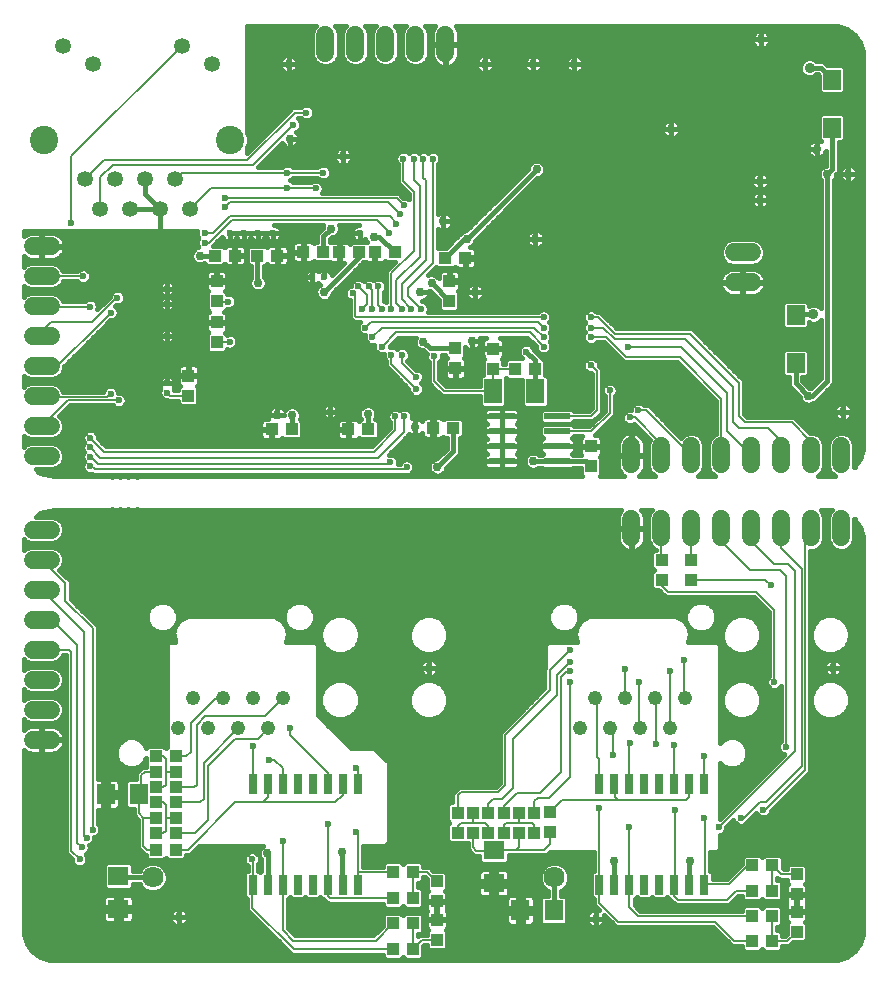
<source format=gbl>
G75*
%MOIN*%
%OFA0B0*%
%FSLAX25Y25*%
%IPPOS*%
%LPD*%
%AMOC8*
5,1,8,0,0,1.08239X$1,22.5*
%
%ADD10C,0.06000*%
%ADD11C,0.04800*%
%ADD12C,0.07050*%
%ADD13C,0.05315*%
%ADD14C,0.09449*%
%ADD15R,0.03000X0.06500*%
%ADD16R,0.04331X0.03937*%
%ADD17R,0.07087X0.06299*%
%ADD18R,0.03937X0.04331*%
%ADD19R,0.06299X0.07087*%
%ADD20R,0.08600X0.02200*%
%ADD21R,0.05906X0.08268*%
%ADD22R,0.06000X0.06600*%
%ADD23C,0.02953*%
%ADD24C,0.01600*%
%ADD25C,0.02362*%
%ADD26C,0.00700*%
%ADD27C,0.00591*%
%ADD28C,0.03543*%
D10*
X0049272Y0096913D02*
X0055272Y0096913D01*
X0055272Y0106913D02*
X0049272Y0106913D01*
X0049272Y0116913D02*
X0055272Y0116913D01*
X0055272Y0126913D02*
X0049272Y0126913D01*
X0049272Y0136913D02*
X0055272Y0136913D01*
X0055272Y0146913D02*
X0049272Y0146913D01*
X0049272Y0156913D02*
X0055272Y0156913D01*
X0055272Y0166913D02*
X0049272Y0166913D01*
X0049272Y0191402D02*
X0055272Y0191402D01*
X0055272Y0201402D02*
X0049272Y0201402D01*
X0049272Y0211402D02*
X0055272Y0211402D01*
X0055272Y0221402D02*
X0049272Y0221402D01*
X0049272Y0231402D02*
X0055272Y0231402D01*
X0055272Y0241402D02*
X0049272Y0241402D01*
X0049272Y0251402D02*
X0055272Y0251402D01*
X0055272Y0261402D02*
X0049272Y0261402D01*
X0146839Y0325764D02*
X0146839Y0331764D01*
X0156839Y0331764D02*
X0156839Y0325764D01*
X0166839Y0325764D02*
X0166839Y0331764D01*
X0176839Y0331764D02*
X0176839Y0325764D01*
X0186839Y0325764D02*
X0186839Y0331764D01*
X0282937Y0259354D02*
X0288937Y0259354D01*
X0288937Y0249354D02*
X0282937Y0249354D01*
X0278769Y0194756D02*
X0278769Y0188756D01*
X0268769Y0188756D02*
X0268769Y0194756D01*
X0258769Y0194756D02*
X0258769Y0188756D01*
X0248769Y0188756D02*
X0248769Y0194756D01*
X0248769Y0170347D02*
X0248769Y0164347D01*
X0258769Y0164347D02*
X0258769Y0170347D01*
X0268769Y0170347D02*
X0268769Y0164347D01*
X0278769Y0164347D02*
X0278769Y0170347D01*
X0288769Y0170347D02*
X0288769Y0164347D01*
X0298769Y0164347D02*
X0298769Y0170347D01*
X0308769Y0170347D02*
X0308769Y0164347D01*
X0318769Y0164347D02*
X0318769Y0170347D01*
X0318769Y0188756D02*
X0318769Y0194756D01*
X0308769Y0194756D02*
X0308769Y0188756D01*
X0298769Y0188756D02*
X0298769Y0194756D01*
X0288769Y0194756D02*
X0288769Y0188756D01*
D11*
X0266623Y0110843D03*
X0256623Y0110843D03*
X0246623Y0110843D03*
X0236623Y0110843D03*
X0241623Y0100843D03*
X0231623Y0100843D03*
X0251623Y0100843D03*
X0261623Y0100843D03*
X0132765Y0110843D03*
X0122765Y0110843D03*
X0112765Y0110843D03*
X0102765Y0110843D03*
X0107765Y0100843D03*
X0117765Y0100843D03*
X0127765Y0100843D03*
X0097765Y0100843D03*
D12*
X0089265Y0051043D03*
X0223123Y0051043D03*
D13*
X0101662Y0273866D03*
X0091662Y0273866D03*
X0081662Y0273866D03*
X0071662Y0273866D03*
X0066662Y0283866D03*
X0076662Y0283866D03*
X0086662Y0283866D03*
X0096662Y0283866D03*
X0109069Y0322167D03*
X0099061Y0328149D03*
X0069258Y0322165D03*
X0059266Y0328151D03*
D14*
X0053158Y0296858D03*
X0115166Y0296858D03*
D15*
X0122568Y0082128D03*
X0127568Y0082128D03*
X0132568Y0082128D03*
X0137568Y0082128D03*
X0142568Y0082128D03*
X0147568Y0082128D03*
X0152568Y0082128D03*
X0157568Y0082128D03*
X0157568Y0048628D03*
X0152568Y0048628D03*
X0147568Y0048628D03*
X0142568Y0048628D03*
X0137568Y0048628D03*
X0132568Y0048628D03*
X0127568Y0048628D03*
X0122568Y0048628D03*
X0238158Y0048628D03*
X0243158Y0048628D03*
X0248158Y0048628D03*
X0253158Y0048628D03*
X0258158Y0048628D03*
X0263158Y0048628D03*
X0268158Y0048628D03*
X0273158Y0048628D03*
X0273158Y0082128D03*
X0268158Y0082128D03*
X0263158Y0082128D03*
X0258158Y0082128D03*
X0253158Y0082128D03*
X0248158Y0082128D03*
X0243158Y0082128D03*
X0238158Y0082128D03*
D16*
X0221839Y0072819D03*
X0216446Y0072662D03*
X0211328Y0072662D03*
X0206209Y0072662D03*
X0201091Y0072662D03*
X0195973Y0072662D03*
X0190855Y0072662D03*
X0190855Y0065969D03*
X0195973Y0065969D03*
X0201091Y0065969D03*
X0206209Y0065969D03*
X0211328Y0065969D03*
X0216446Y0065969D03*
X0221839Y0066126D03*
X0258965Y0150221D03*
X0258965Y0156913D03*
X0268808Y0156913D03*
X0268808Y0150221D03*
X0189379Y0200811D03*
X0182686Y0200811D03*
X0161131Y0200417D03*
X0154438Y0200417D03*
X0135540Y0200417D03*
X0128847Y0200417D03*
X0130816Y0258291D03*
X0124123Y0258291D03*
X0116643Y0258291D03*
X0109950Y0258291D03*
X0139477Y0259473D03*
X0146170Y0259473D03*
X0151426Y0259433D03*
X0158119Y0259433D03*
X0163296Y0259433D03*
X0169989Y0259433D03*
X0186721Y0257504D03*
X0193414Y0257504D03*
D17*
X0202942Y0060102D03*
X0202942Y0049079D03*
X0077784Y0051520D03*
X0077784Y0040496D03*
D18*
X0090265Y0060299D03*
X0090265Y0065772D03*
X0090265Y0070890D03*
X0090265Y0076008D03*
X0090265Y0081126D03*
X0090265Y0086244D03*
X0090265Y0091362D03*
X0096957Y0091362D03*
X0096957Y0086244D03*
X0096957Y0081126D03*
X0096957Y0076008D03*
X0096957Y0070890D03*
X0096957Y0065772D03*
X0096957Y0060299D03*
X0169283Y0052874D03*
X0175976Y0052874D03*
X0183920Y0049750D03*
X0183920Y0043057D03*
X0183984Y0036951D03*
X0183984Y0030258D03*
X0175976Y0027143D03*
X0169283Y0027143D03*
X0169283Y0035709D03*
X0175976Y0035709D03*
X0175976Y0044134D03*
X0169283Y0044134D03*
X0289023Y0046595D03*
X0295716Y0046595D03*
X0303877Y0045342D03*
X0303877Y0039665D03*
X0303877Y0032973D03*
X0295716Y0029858D03*
X0289023Y0029858D03*
X0289038Y0038169D03*
X0295731Y0038169D03*
X0303877Y0052035D03*
X0295831Y0055006D03*
X0289138Y0055006D03*
X0235343Y0188016D03*
X0235343Y0194709D03*
X0216682Y0220536D03*
X0209989Y0220536D03*
X0202706Y0220536D03*
X0202706Y0227228D03*
X0190068Y0227386D03*
X0190068Y0220693D03*
X0188099Y0243134D03*
X0188099Y0249827D03*
X0110540Y0249827D03*
X0110540Y0243134D03*
X0110540Y0236047D03*
X0110540Y0229354D03*
X0101091Y0218331D03*
X0101091Y0211638D03*
D19*
X0084556Y0078764D03*
X0073532Y0078764D03*
X0211839Y0040063D03*
X0222863Y0040063D03*
D20*
X0224171Y0189768D03*
X0224171Y0194768D03*
X0224171Y0199768D03*
X0224171Y0204768D03*
X0205571Y0204768D03*
X0205571Y0199768D03*
X0205571Y0194768D03*
X0205571Y0189768D03*
D21*
X0202666Y0213134D03*
X0216839Y0213134D03*
D22*
X0303532Y0222536D03*
X0303532Y0238536D03*
X0315737Y0301000D03*
X0315737Y0317000D03*
D23*
X0310540Y0293725D03*
X0314083Y0285457D03*
X0321170Y0285457D03*
X0291643Y0283095D03*
X0291643Y0276795D03*
X0262115Y0300417D03*
X0229831Y0322071D03*
X0216052Y0322071D03*
X0199910Y0322071D03*
X0217233Y0287032D03*
X0216839Y0263803D03*
X0196761Y0246087D03*
X0182194Y0249236D03*
X0178257Y0246087D03*
X0179438Y0229551D03*
X0195580Y0229945D03*
X0176682Y0201205D03*
X0184162Y0187819D03*
X0160934Y0205536D03*
X0135737Y0205142D03*
X0130619Y0205142D03*
X0146367Y0246087D03*
X0124320Y0249236D03*
X0105028Y0258291D03*
X0148729Y0267268D03*
X0162902Y0264591D03*
X0186131Y0269709D03*
X0194005Y0263803D03*
X0152666Y0291362D03*
X0134950Y0297268D03*
X0134556Y0322071D03*
X0216052Y0189787D03*
X0181406Y0120890D03*
X0152483Y0059571D03*
X0127483Y0059084D03*
X0097942Y0037721D03*
X0236879Y0037327D03*
X0243098Y0056377D03*
X0268198Y0056377D03*
X0316052Y0120890D03*
X0319438Y0206244D03*
X0307784Y0211441D03*
X0292036Y0330339D03*
D24*
X0046306Y0031920D02*
X0047276Y0028936D01*
X0049119Y0026398D01*
X0051657Y0024554D01*
X0054641Y0023585D01*
X0056209Y0023462D01*
X0316052Y0023462D01*
X0317620Y0023585D01*
X0320604Y0024554D01*
X0323142Y0026398D01*
X0324986Y0028936D01*
X0325955Y0031920D01*
X0326079Y0033488D01*
X0326079Y0163410D01*
X0325955Y0164978D01*
X0324986Y0167962D01*
X0323159Y0170476D01*
X0323159Y0163473D01*
X0322491Y0161859D01*
X0321256Y0160624D01*
X0319642Y0159956D01*
X0317895Y0159956D01*
X0316281Y0160624D01*
X0315046Y0161859D01*
X0314378Y0163473D01*
X0314378Y0171220D01*
X0315046Y0172834D01*
X0315649Y0173436D01*
X0311888Y0173436D01*
X0312491Y0172834D01*
X0313159Y0171220D01*
X0313159Y0163473D01*
X0312491Y0161859D01*
X0311256Y0160624D01*
X0309642Y0159956D01*
X0308486Y0159956D01*
X0308486Y0086246D01*
X0295276Y0073036D01*
X0294925Y0072189D01*
X0294202Y0071466D01*
X0293256Y0071074D01*
X0292233Y0071074D01*
X0291288Y0071466D01*
X0290565Y0072189D01*
X0290391Y0072609D01*
X0287974Y0070192D01*
X0287741Y0069959D01*
X0287523Y0069433D01*
X0286800Y0068710D01*
X0285855Y0068318D01*
X0284832Y0068318D01*
X0283887Y0068710D01*
X0283163Y0069433D01*
X0282828Y0070243D01*
X0280435Y0067850D01*
X0280435Y0067229D01*
X0280043Y0066284D01*
X0279320Y0065560D01*
X0278375Y0065169D01*
X0278282Y0065169D01*
X0278282Y0060385D01*
X0277345Y0059447D01*
X0275159Y0059447D01*
X0275159Y0053269D01*
X0275234Y0053269D01*
X0276049Y0052454D01*
X0276049Y0050629D01*
X0280808Y0050629D01*
X0285779Y0055599D01*
X0285779Y0057748D01*
X0286593Y0058562D01*
X0291682Y0058562D01*
X0292484Y0057760D01*
X0293286Y0058562D01*
X0298375Y0058562D01*
X0299190Y0057748D01*
X0299190Y0054109D01*
X0299523Y0053775D01*
X0300518Y0053775D01*
X0300518Y0054776D01*
X0301333Y0055591D01*
X0306422Y0055591D01*
X0307236Y0054776D01*
X0307236Y0049293D01*
X0306757Y0048814D01*
X0306820Y0048777D01*
X0307116Y0048482D01*
X0307325Y0048120D01*
X0307433Y0047716D01*
X0307433Y0045526D01*
X0304061Y0045526D01*
X0304061Y0045158D01*
X0304061Y0045157D02*
X0304061Y0039850D01*
X0303693Y0039850D01*
X0303693Y0043418D01*
X0303693Y0045157D01*
X0304061Y0045157D01*
X0304061Y0045158D02*
X0307433Y0045158D01*
X0307433Y0042967D01*
X0307325Y0042564D01*
X0307290Y0042504D01*
X0307325Y0042444D01*
X0307433Y0042040D01*
X0307433Y0039850D01*
X0304061Y0039850D01*
X0304061Y0039481D01*
X0307433Y0039481D01*
X0307433Y0037291D01*
X0307325Y0036887D01*
X0307116Y0036525D01*
X0306820Y0036230D01*
X0306757Y0036193D01*
X0307236Y0035714D01*
X0307236Y0030231D01*
X0306422Y0029417D01*
X0302783Y0029417D01*
X0301484Y0028118D01*
X0299075Y0028118D01*
X0299075Y0027117D01*
X0298260Y0026302D01*
X0293171Y0026302D01*
X0292369Y0027104D01*
X0291567Y0026302D01*
X0286478Y0026302D01*
X0285664Y0027117D01*
X0285664Y0028241D01*
X0282301Y0028241D01*
X0275984Y0034558D01*
X0243700Y0034558D01*
X0239674Y0038584D01*
X0239825Y0038221D01*
X0239943Y0037629D01*
X0239943Y0037327D01*
X0236879Y0037327D01*
X0236879Y0037327D01*
X0236879Y0037327D01*
X0236879Y0040391D01*
X0237180Y0040391D01*
X0237772Y0040273D01*
X0238136Y0040122D01*
X0237401Y0040858D01*
X0237401Y0040858D01*
X0236413Y0041845D01*
X0236413Y0043987D01*
X0236082Y0043987D01*
X0235268Y0044802D01*
X0235268Y0052454D01*
X0236082Y0053269D01*
X0236359Y0053269D01*
X0236359Y0059447D01*
X0221638Y0059447D01*
X0221572Y0059381D01*
X0220552Y0058362D01*
X0207876Y0058362D01*
X0207876Y0056377D01*
X0207061Y0055562D01*
X0198822Y0055562D01*
X0198008Y0056377D01*
X0198008Y0058126D01*
X0196433Y0058126D01*
X0195414Y0059145D01*
X0194233Y0060326D01*
X0194233Y0062610D01*
X0188114Y0062610D01*
X0187299Y0063424D01*
X0187299Y0068513D01*
X0188101Y0069315D01*
X0187299Y0070117D01*
X0187299Y0075206D01*
X0188114Y0076021D01*
X0189115Y0076021D01*
X0189115Y0079091D01*
X0190296Y0080272D01*
X0191315Y0081292D01*
X0203520Y0081292D01*
X0204863Y0082634D01*
X0204863Y0099170D01*
X0219823Y0114130D01*
X0219823Y0120823D01*
X0219964Y0120964D01*
X0219964Y0128639D01*
X0220901Y0129576D01*
X0230584Y0129576D01*
X0230006Y0132110D01*
X0230006Y0132110D01*
X0230612Y0134768D01*
X0230612Y0134768D01*
X0232312Y0136899D01*
X0232312Y0136899D01*
X0234768Y0138082D01*
X0263478Y0138082D01*
X0265934Y0136899D01*
X0265934Y0136899D01*
X0265934Y0136899D01*
X0267633Y0134768D01*
X0267633Y0134768D01*
X0268240Y0132110D01*
X0268240Y0132110D01*
X0267661Y0129576D01*
X0277345Y0129576D01*
X0278282Y0128639D01*
X0278282Y0095789D01*
X0279386Y0096893D01*
X0281272Y0097674D01*
X0283313Y0097674D01*
X0285198Y0096893D01*
X0286642Y0095450D01*
X0287423Y0093564D01*
X0287423Y0091523D01*
X0286642Y0089637D01*
X0285198Y0088194D01*
X0283313Y0087413D01*
X0281272Y0087413D01*
X0279386Y0088194D01*
X0278282Y0089298D01*
X0278282Y0070621D01*
X0299657Y0091996D01*
X0298847Y0092332D01*
X0298124Y0093055D01*
X0297732Y0094000D01*
X0297732Y0095023D01*
X0298124Y0095969D01*
X0298563Y0096408D01*
X0298563Y0114748D01*
X0298547Y0114709D01*
X0297824Y0113985D01*
X0296878Y0113594D01*
X0295855Y0113594D01*
X0294910Y0113985D01*
X0294187Y0114709D01*
X0293795Y0115654D01*
X0293795Y0116677D01*
X0294187Y0117622D01*
X0294626Y0118062D01*
X0294626Y0139460D01*
X0290689Y0143397D01*
X0290689Y0143475D01*
X0289763Y0144401D01*
X0260236Y0144401D01*
X0258322Y0146315D01*
X0258244Y0146315D01*
X0257698Y0146862D01*
X0256224Y0146862D01*
X0255409Y0147676D01*
X0255409Y0152765D01*
X0256211Y0153567D01*
X0255409Y0154369D01*
X0255409Y0159458D01*
X0256224Y0160273D01*
X0257028Y0160273D01*
X0257028Y0160315D01*
X0256281Y0160624D01*
X0255046Y0161859D01*
X0254378Y0163473D01*
X0254378Y0171220D01*
X0255046Y0172834D01*
X0255649Y0173436D01*
X0252166Y0173436D01*
X0252268Y0173335D01*
X0252692Y0172751D01*
X0253020Y0172108D01*
X0253243Y0171421D01*
X0253356Y0170708D01*
X0253356Y0167547D01*
X0248969Y0167547D01*
X0248969Y0167147D01*
X0253356Y0167147D01*
X0253356Y0163986D01*
X0253243Y0163272D01*
X0253020Y0162586D01*
X0252692Y0161942D01*
X0252268Y0161358D01*
X0251757Y0160847D01*
X0251173Y0160423D01*
X0250529Y0160095D01*
X0249843Y0159872D01*
X0249130Y0159759D01*
X0248969Y0159759D01*
X0248969Y0167146D01*
X0248568Y0167146D01*
X0248568Y0159759D01*
X0248407Y0159759D01*
X0247694Y0159872D01*
X0247008Y0160095D01*
X0246364Y0160423D01*
X0245780Y0160847D01*
X0245269Y0161358D01*
X0244845Y0161942D01*
X0244517Y0162586D01*
X0244294Y0163272D01*
X0244181Y0163986D01*
X0244181Y0167147D01*
X0248568Y0167147D01*
X0248568Y0167547D01*
X0244181Y0167547D01*
X0244181Y0170708D01*
X0244294Y0171421D01*
X0244517Y0172108D01*
X0244845Y0172751D01*
X0245269Y0173335D01*
X0245371Y0173436D01*
X0084731Y0173436D01*
X0084025Y0173844D01*
X0083040Y0173436D01*
X0081938Y0173436D01*
X0081160Y0173759D01*
X0080382Y0173436D01*
X0079281Y0173436D01*
X0078503Y0173759D01*
X0077725Y0173436D01*
X0076623Y0173436D01*
X0075638Y0173844D01*
X0074932Y0173436D01*
X0056209Y0173436D01*
X0054641Y0173313D01*
X0051657Y0172343D01*
X0050227Y0171304D01*
X0056146Y0171304D01*
X0057759Y0170636D01*
X0058995Y0169401D01*
X0059663Y0167787D01*
X0059663Y0166040D01*
X0058995Y0164426D01*
X0057759Y0163191D01*
X0056146Y0162523D01*
X0048399Y0162523D01*
X0046785Y0163191D01*
X0046211Y0163766D01*
X0046183Y0163410D01*
X0046183Y0160033D01*
X0046785Y0160636D01*
X0048399Y0161304D01*
X0056146Y0161304D01*
X0057759Y0160636D01*
X0058995Y0159401D01*
X0059663Y0157787D01*
X0059663Y0156040D01*
X0058995Y0154426D01*
X0058108Y0153540D01*
X0061887Y0149760D01*
X0061887Y0143855D01*
X0070942Y0134800D01*
X0070942Y0133358D01*
X0070887Y0133303D01*
X0070887Y0083895D01*
X0072757Y0083895D01*
X0072757Y0079539D01*
X0074307Y0079539D01*
X0074307Y0083895D01*
X0076891Y0083895D01*
X0077295Y0083786D01*
X0077657Y0083577D01*
X0077952Y0083282D01*
X0078161Y0082920D01*
X0078269Y0082516D01*
X0078269Y0079539D01*
X0074307Y0079539D01*
X0074307Y0077989D01*
X0074307Y0073633D01*
X0076891Y0073633D01*
X0077295Y0073741D01*
X0077657Y0073950D01*
X0077952Y0074246D01*
X0078161Y0074608D01*
X0078269Y0075012D01*
X0078269Y0077989D01*
X0074307Y0077989D01*
X0072757Y0077989D01*
X0072757Y0073633D01*
X0070887Y0073633D01*
X0070887Y0068904D01*
X0071382Y0068410D01*
X0071773Y0067464D01*
X0071773Y0066441D01*
X0071382Y0065496D01*
X0070658Y0064773D01*
X0069805Y0064419D01*
X0069805Y0063685D01*
X0069413Y0062740D01*
X0068690Y0062017D01*
X0068135Y0061787D01*
X0068230Y0061559D01*
X0068230Y0060536D01*
X0067838Y0059591D01*
X0067115Y0058867D01*
X0066857Y0058761D01*
X0067051Y0058567D01*
X0067443Y0057622D01*
X0067443Y0056599D01*
X0067051Y0055654D01*
X0066328Y0054930D01*
X0065382Y0054539D01*
X0064359Y0054539D01*
X0063414Y0054930D01*
X0062691Y0055654D01*
X0062299Y0056599D01*
X0062299Y0057220D01*
X0060374Y0059145D01*
X0060374Y0125173D01*
X0059304Y0125173D01*
X0058995Y0124426D01*
X0057759Y0123191D01*
X0056146Y0122523D01*
X0048399Y0122523D01*
X0046785Y0123191D01*
X0046183Y0123794D01*
X0046183Y0120033D01*
X0046785Y0120636D01*
X0048399Y0121304D01*
X0056146Y0121304D01*
X0057759Y0120636D01*
X0058995Y0119401D01*
X0059663Y0117787D01*
X0059663Y0116040D01*
X0058995Y0114426D01*
X0057759Y0113191D01*
X0056146Y0112523D01*
X0048399Y0112523D01*
X0046785Y0113191D01*
X0046183Y0113794D01*
X0046183Y0110033D01*
X0046785Y0110636D01*
X0048399Y0111304D01*
X0056146Y0111304D01*
X0057759Y0110636D01*
X0058995Y0109401D01*
X0059663Y0107787D01*
X0059663Y0106040D01*
X0058995Y0104426D01*
X0057759Y0103191D01*
X0056146Y0102523D01*
X0048399Y0102523D01*
X0046785Y0103191D01*
X0046183Y0103794D01*
X0046183Y0100311D01*
X0046284Y0100413D01*
X0046868Y0100837D01*
X0047511Y0101165D01*
X0048198Y0101388D01*
X0048911Y0101501D01*
X0052072Y0101501D01*
X0052072Y0097114D01*
X0052472Y0097114D01*
X0052472Y0101501D01*
X0055633Y0101501D01*
X0056347Y0101388D01*
X0057033Y0101165D01*
X0057677Y0100837D01*
X0058261Y0100413D01*
X0058772Y0099902D01*
X0059196Y0099318D01*
X0059524Y0098674D01*
X0059747Y0097988D01*
X0059860Y0097275D01*
X0059860Y0097113D01*
X0052473Y0097113D01*
X0052473Y0096713D01*
X0059860Y0096713D01*
X0059860Y0096552D01*
X0059747Y0095839D01*
X0059524Y0095153D01*
X0059196Y0094509D01*
X0058772Y0093925D01*
X0058261Y0093414D01*
X0057677Y0092990D01*
X0057033Y0092662D01*
X0056347Y0092439D01*
X0055633Y0092326D01*
X0052472Y0092326D01*
X0052472Y0096713D01*
X0052072Y0096713D01*
X0052072Y0092326D01*
X0048911Y0092326D01*
X0048198Y0092439D01*
X0047511Y0092662D01*
X0046868Y0092990D01*
X0046284Y0093414D01*
X0046183Y0093516D01*
X0046183Y0033488D01*
X0046306Y0031920D01*
X0046518Y0031268D02*
X0129590Y0031268D01*
X0131188Y0029670D02*
X0047037Y0029670D01*
X0047904Y0028071D02*
X0132787Y0028071D01*
X0134385Y0026473D02*
X0049065Y0026473D01*
X0051217Y0024874D02*
X0165924Y0024874D01*
X0165924Y0025330D02*
X0165924Y0024402D01*
X0166739Y0023587D01*
X0171828Y0023587D01*
X0172630Y0024389D01*
X0173432Y0023587D01*
X0178521Y0023587D01*
X0179335Y0024402D01*
X0179335Y0028041D01*
X0179812Y0028518D01*
X0180625Y0028518D01*
X0180625Y0027517D01*
X0181440Y0026702D01*
X0186529Y0026702D01*
X0187343Y0027517D01*
X0187343Y0033000D01*
X0186864Y0033479D01*
X0186927Y0033516D01*
X0187223Y0033811D01*
X0187432Y0034173D01*
X0187540Y0034577D01*
X0187540Y0036767D01*
X0184169Y0036767D01*
X0184169Y0037136D01*
X0187540Y0037136D01*
X0187540Y0039326D01*
X0187432Y0039729D01*
X0187241Y0040059D01*
X0187368Y0040279D01*
X0187476Y0040682D01*
X0187476Y0042873D01*
X0184105Y0042873D01*
X0184105Y0043241D01*
X0187476Y0043241D01*
X0187476Y0045431D01*
X0187368Y0045835D01*
X0187159Y0046197D01*
X0186864Y0046492D01*
X0186800Y0046529D01*
X0187280Y0047008D01*
X0187280Y0052491D01*
X0186465Y0053306D01*
X0182826Y0053306D01*
X0181517Y0054615D01*
X0179335Y0054615D01*
X0179335Y0055615D01*
X0178521Y0056430D01*
X0173432Y0056430D01*
X0172630Y0055628D01*
X0171828Y0056430D01*
X0166739Y0056430D01*
X0165924Y0055615D01*
X0165924Y0054520D01*
X0159308Y0054520D01*
X0159308Y0061573D01*
X0166364Y0061573D01*
X0167025Y0061571D01*
X0167027Y0061573D01*
X0167030Y0061573D01*
X0167496Y0062039D01*
X0167965Y0062506D01*
X0167965Y0062509D01*
X0167967Y0062511D01*
X0167967Y0063169D01*
X0168044Y0087942D01*
X0168046Y0087944D01*
X0168046Y0088606D01*
X0168048Y0089264D01*
X0168046Y0089266D01*
X0168046Y0089269D01*
X0167579Y0089736D01*
X0167113Y0090204D01*
X0167110Y0090204D01*
X0163171Y0094143D01*
X0155297Y0094143D01*
X0144424Y0105017D01*
X0144424Y0128639D01*
X0143486Y0129576D01*
X0133803Y0129576D01*
X0134381Y0132110D01*
X0134381Y0132110D01*
X0133775Y0134768D01*
X0132075Y0136899D01*
X0129620Y0138082D01*
X0100910Y0138082D01*
X0098454Y0136899D01*
X0098454Y0136899D01*
X0096754Y0134768D01*
X0096148Y0132110D01*
X0096726Y0129576D01*
X0095573Y0129576D01*
X0094919Y0129577D01*
X0094918Y0129576D01*
X0094917Y0129576D01*
X0094445Y0129105D01*
X0093980Y0128641D01*
X0093980Y0128640D01*
X0093980Y0128639D01*
X0093980Y0127970D01*
X0093939Y0094444D01*
X0093611Y0094116D01*
X0092809Y0094918D01*
X0087720Y0094918D01*
X0086974Y0094172D01*
X0086445Y0095450D01*
X0085002Y0096893D01*
X0083116Y0097674D01*
X0081075Y0097674D01*
X0079189Y0096893D01*
X0077746Y0095450D01*
X0076965Y0093564D01*
X0076965Y0091523D01*
X0077746Y0089637D01*
X0079189Y0088194D01*
X0081075Y0087413D01*
X0083116Y0087413D01*
X0085002Y0088194D01*
X0086445Y0089637D01*
X0086906Y0090749D01*
X0086906Y0087930D01*
X0085826Y0087930D01*
X0084645Y0086749D01*
X0083657Y0085761D01*
X0083657Y0083698D01*
X0080830Y0083698D01*
X0080016Y0082883D01*
X0080016Y0074645D01*
X0080830Y0073830D01*
X0082870Y0073830D01*
X0082870Y0071766D01*
X0084445Y0070192D01*
X0084445Y0060743D01*
X0085432Y0059755D01*
X0086574Y0058613D01*
X0086906Y0058613D01*
X0086906Y0057558D01*
X0087720Y0056743D01*
X0092809Y0056743D01*
X0093611Y0057545D01*
X0094413Y0056743D01*
X0099502Y0056743D01*
X0100317Y0057558D01*
X0100317Y0058613D01*
X0101829Y0058613D01*
X0104789Y0061573D01*
X0126003Y0061573D01*
X0125859Y0061514D01*
X0125053Y0060708D01*
X0124617Y0059654D01*
X0124617Y0058513D01*
X0125053Y0057460D01*
X0125377Y0057135D01*
X0125377Y0053154D01*
X0125068Y0052845D01*
X0124644Y0053269D01*
X0124254Y0053269D01*
X0124254Y0055376D01*
X0124531Y0055654D01*
X0124923Y0056599D01*
X0124923Y0057622D01*
X0124531Y0058567D01*
X0123808Y0059290D01*
X0122863Y0059682D01*
X0121840Y0059682D01*
X0120894Y0059290D01*
X0120171Y0058567D01*
X0119780Y0057622D01*
X0119780Y0056599D01*
X0120171Y0055654D01*
X0120882Y0054943D01*
X0120882Y0053269D01*
X0120492Y0053269D01*
X0119677Y0052454D01*
X0119677Y0044802D01*
X0120492Y0043987D01*
X0120611Y0043987D01*
X0120611Y0040248D01*
X0135528Y0025330D01*
X0165924Y0025330D01*
X0162799Y0031686D02*
X0136700Y0031686D01*
X0134308Y0034077D01*
X0134308Y0043987D01*
X0134644Y0043987D01*
X0135068Y0044412D01*
X0135492Y0043987D01*
X0139644Y0043987D01*
X0140068Y0044412D01*
X0140492Y0043987D01*
X0144644Y0043987D01*
X0145068Y0044412D01*
X0145492Y0043987D01*
X0146005Y0043987D01*
X0147662Y0042330D01*
X0165924Y0042330D01*
X0165924Y0041393D01*
X0166739Y0040578D01*
X0171828Y0040578D01*
X0172630Y0041380D01*
X0173432Y0040578D01*
X0178521Y0040578D01*
X0179335Y0041393D01*
X0179335Y0046875D01*
X0178521Y0047690D01*
X0177717Y0047690D01*
X0177717Y0049318D01*
X0178521Y0049318D01*
X0179335Y0050133D01*
X0179335Y0051134D01*
X0180075Y0051134D01*
X0180561Y0050647D01*
X0180561Y0047008D01*
X0181041Y0046529D01*
X0180977Y0046492D01*
X0180682Y0046197D01*
X0180473Y0045835D01*
X0180365Y0045431D01*
X0180365Y0043241D01*
X0183736Y0043241D01*
X0183736Y0042873D01*
X0180365Y0042873D01*
X0180365Y0040682D01*
X0180473Y0040279D01*
X0180663Y0039949D01*
X0180537Y0039729D01*
X0180428Y0039326D01*
X0180428Y0037136D01*
X0183800Y0037136D01*
X0183800Y0040704D01*
X0183736Y0040704D01*
X0183736Y0042872D01*
X0184105Y0042872D01*
X0184105Y0039304D01*
X0184169Y0039304D01*
X0184169Y0037136D01*
X0183800Y0037136D01*
X0183800Y0036767D01*
X0180428Y0036767D01*
X0180428Y0034577D01*
X0180537Y0034173D01*
X0180746Y0033811D01*
X0181041Y0033516D01*
X0181105Y0033479D01*
X0180625Y0033000D01*
X0180625Y0031999D01*
X0178370Y0031999D01*
X0177717Y0031345D01*
X0177717Y0032153D01*
X0178521Y0032153D01*
X0179335Y0032967D01*
X0179335Y0038450D01*
X0178521Y0039265D01*
X0173432Y0039265D01*
X0172630Y0038463D01*
X0171828Y0039265D01*
X0166739Y0039265D01*
X0165924Y0038450D01*
X0165924Y0034811D01*
X0162799Y0031686D01*
X0163980Y0032867D02*
X0135518Y0032867D01*
X0134308Y0034465D02*
X0165579Y0034465D01*
X0165924Y0036064D02*
X0134308Y0036064D01*
X0134308Y0037662D02*
X0165924Y0037662D01*
X0166735Y0039261D02*
X0134308Y0039261D01*
X0134308Y0040859D02*
X0166458Y0040859D01*
X0171832Y0039261D02*
X0173428Y0039261D01*
X0173151Y0040859D02*
X0172109Y0040859D01*
X0178525Y0039261D02*
X0180428Y0039261D01*
X0180428Y0037662D02*
X0179335Y0037662D01*
X0179335Y0036064D02*
X0180428Y0036064D01*
X0180458Y0034465D02*
X0179335Y0034465D01*
X0179235Y0032867D02*
X0180625Y0032867D01*
X0183800Y0037662D02*
X0184169Y0037662D01*
X0184169Y0039261D02*
X0183800Y0039261D01*
X0183736Y0040859D02*
X0184105Y0040859D01*
X0184105Y0042458D02*
X0183736Y0042458D01*
X0180365Y0042458D02*
X0179335Y0042458D01*
X0179335Y0044056D02*
X0180365Y0044056D01*
X0180425Y0045655D02*
X0179335Y0045655D01*
X0178957Y0047253D02*
X0180561Y0047253D01*
X0180561Y0048852D02*
X0177717Y0048852D01*
X0179335Y0050450D02*
X0180561Y0050450D01*
X0182484Y0053647D02*
X0198682Y0053647D01*
X0198786Y0053708D02*
X0198424Y0053499D01*
X0198128Y0053203D01*
X0197919Y0052841D01*
X0197811Y0052437D01*
X0197811Y0049854D01*
X0202167Y0049854D01*
X0202167Y0053816D01*
X0199189Y0053816D01*
X0198786Y0053708D01*
X0197811Y0052049D02*
X0187280Y0052049D01*
X0187280Y0050450D02*
X0197811Y0050450D01*
X0197811Y0048304D02*
X0197811Y0045720D01*
X0197919Y0045317D01*
X0198128Y0044955D01*
X0198424Y0044659D01*
X0198786Y0044450D01*
X0199189Y0044342D01*
X0202167Y0044342D01*
X0202167Y0048304D01*
X0203717Y0048304D01*
X0203717Y0049854D01*
X0208072Y0049854D01*
X0208072Y0052437D01*
X0207964Y0052841D01*
X0207755Y0053203D01*
X0207460Y0053499D01*
X0207098Y0053708D01*
X0206694Y0053816D01*
X0203717Y0053816D01*
X0203717Y0049854D01*
X0202167Y0049854D01*
X0202167Y0048304D01*
X0197811Y0048304D01*
X0197811Y0047253D02*
X0187280Y0047253D01*
X0187280Y0048852D02*
X0202167Y0048852D01*
X0203717Y0048852D02*
X0218710Y0048852D01*
X0218956Y0048259D02*
X0220338Y0046876D01*
X0220932Y0046630D01*
X0220932Y0044997D01*
X0219137Y0044997D01*
X0218323Y0044182D01*
X0218323Y0035944D01*
X0219137Y0035129D01*
X0226589Y0035129D01*
X0227403Y0035944D01*
X0227403Y0044182D01*
X0226589Y0044997D01*
X0225313Y0044997D01*
X0225313Y0046630D01*
X0225907Y0046876D01*
X0227290Y0048259D01*
X0228038Y0050066D01*
X0228038Y0052021D01*
X0227290Y0053828D01*
X0225907Y0055211D01*
X0224101Y0055959D01*
X0222145Y0055959D01*
X0220338Y0055211D01*
X0218956Y0053828D01*
X0218207Y0052021D01*
X0218207Y0050066D01*
X0218956Y0048259D01*
X0219961Y0047253D02*
X0208072Y0047253D01*
X0208072Y0048304D02*
X0208072Y0045720D01*
X0207964Y0045317D01*
X0207755Y0044955D01*
X0207460Y0044659D01*
X0207098Y0044450D01*
X0206694Y0044342D01*
X0203717Y0044342D01*
X0203717Y0048304D01*
X0208072Y0048304D01*
X0208072Y0050450D02*
X0218207Y0050450D01*
X0218219Y0052049D02*
X0208072Y0052049D01*
X0207202Y0053647D02*
X0218881Y0053647D01*
X0220424Y0055246D02*
X0179335Y0055246D01*
X0187485Y0063239D02*
X0167967Y0063239D01*
X0167972Y0064837D02*
X0187299Y0064837D01*
X0187299Y0066436D02*
X0167977Y0066436D01*
X0167982Y0068034D02*
X0187299Y0068034D01*
X0187784Y0069633D02*
X0167987Y0069633D01*
X0167992Y0071231D02*
X0187299Y0071231D01*
X0187299Y0072830D02*
X0167997Y0072830D01*
X0168002Y0074428D02*
X0187299Y0074428D01*
X0189115Y0076027D02*
X0168007Y0076027D01*
X0168012Y0077625D02*
X0189115Y0077625D01*
X0189247Y0079224D02*
X0168017Y0079224D01*
X0168022Y0080822D02*
X0190846Y0080822D01*
X0204649Y0082421D02*
X0168027Y0082421D01*
X0168031Y0084019D02*
X0204863Y0084019D01*
X0204863Y0085618D02*
X0168036Y0085618D01*
X0168041Y0087216D02*
X0204863Y0087216D01*
X0204863Y0088815D02*
X0168046Y0088815D01*
X0166902Y0090413D02*
X0204863Y0090413D01*
X0204863Y0092012D02*
X0165303Y0092012D01*
X0163705Y0093610D02*
X0204863Y0093610D01*
X0204863Y0095209D02*
X0154232Y0095209D01*
X0152633Y0096807D02*
X0204863Y0096807D01*
X0204863Y0098406D02*
X0151035Y0098406D01*
X0149436Y0100004D02*
X0205697Y0100004D01*
X0207296Y0101603D02*
X0147838Y0101603D01*
X0146239Y0103201D02*
X0208894Y0103201D01*
X0210493Y0104800D02*
X0184954Y0104800D01*
X0184896Y0104742D02*
X0186727Y0106573D01*
X0187718Y0108965D01*
X0187718Y0111555D01*
X0186727Y0113947D01*
X0184896Y0115778D01*
X0182504Y0116769D01*
X0179915Y0116769D01*
X0177523Y0115778D01*
X0175692Y0113947D01*
X0174701Y0111555D01*
X0174701Y0108965D01*
X0175692Y0106573D01*
X0177523Y0104742D01*
X0179915Y0103751D01*
X0182504Y0103751D01*
X0184896Y0104742D01*
X0186552Y0106398D02*
X0212091Y0106398D01*
X0213690Y0107997D02*
X0187317Y0107997D01*
X0187718Y0109595D02*
X0215288Y0109595D01*
X0216887Y0111194D02*
X0187718Y0111194D01*
X0187205Y0112792D02*
X0218485Y0112792D01*
X0219823Y0114391D02*
X0186283Y0114391D01*
X0184385Y0115989D02*
X0219823Y0115989D01*
X0219823Y0117588D02*
X0144424Y0117588D01*
X0144424Y0119186D02*
X0178860Y0119186D01*
X0179027Y0118937D02*
X0179453Y0118510D01*
X0179955Y0118175D01*
X0180513Y0117944D01*
X0181105Y0117826D01*
X0181406Y0117826D01*
X0181406Y0120890D01*
X0181406Y0120890D01*
X0178343Y0120890D01*
X0178343Y0121192D01*
X0178460Y0121784D01*
X0178691Y0122341D01*
X0179027Y0122843D01*
X0179453Y0123270D01*
X0179955Y0123605D01*
X0180513Y0123836D01*
X0181105Y0123954D01*
X0181406Y0123954D01*
X0181406Y0120890D01*
X0181406Y0120890D01*
X0178343Y0120890D01*
X0178343Y0120588D01*
X0178460Y0119996D01*
X0178691Y0119439D01*
X0179027Y0118937D01*
X0178343Y0120785D02*
X0144424Y0120785D01*
X0144424Y0122383D02*
X0178720Y0122383D01*
X0181406Y0122383D02*
X0181406Y0122383D01*
X0181406Y0120890D02*
X0181406Y0123954D01*
X0181708Y0123954D01*
X0182300Y0123836D01*
X0182858Y0123605D01*
X0183359Y0123270D01*
X0183786Y0122843D01*
X0184121Y0122341D01*
X0184352Y0121784D01*
X0184470Y0121192D01*
X0184470Y0120890D01*
X0181406Y0120890D01*
X0181406Y0120890D01*
X0181406Y0120890D01*
X0181406Y0117826D01*
X0181708Y0117826D01*
X0182300Y0117944D01*
X0182858Y0118175D01*
X0183359Y0118510D01*
X0183786Y0118937D01*
X0184121Y0119439D01*
X0184352Y0119996D01*
X0184470Y0120588D01*
X0184470Y0120890D01*
X0181406Y0120890D01*
X0181406Y0120785D02*
X0181406Y0120785D01*
X0181406Y0119186D02*
X0181406Y0119186D01*
X0183953Y0119186D02*
X0219823Y0119186D01*
X0219823Y0120785D02*
X0184470Y0120785D01*
X0184093Y0122383D02*
X0219964Y0122383D01*
X0219964Y0123982D02*
X0144424Y0123982D01*
X0144424Y0125580D02*
X0149963Y0125580D01*
X0150387Y0125405D02*
X0152977Y0125405D01*
X0155369Y0126396D01*
X0157200Y0128227D01*
X0158191Y0130619D01*
X0158191Y0133208D01*
X0157200Y0135600D01*
X0155369Y0137431D01*
X0152977Y0138422D01*
X0150387Y0138422D01*
X0147995Y0137431D01*
X0146164Y0135600D01*
X0145173Y0133208D01*
X0145173Y0130619D01*
X0146164Y0128227D01*
X0147995Y0126396D01*
X0150387Y0125405D01*
X0153401Y0125580D02*
X0179491Y0125580D01*
X0179915Y0125405D02*
X0177523Y0126396D01*
X0175692Y0128227D01*
X0174701Y0130619D01*
X0174701Y0133208D01*
X0175692Y0135600D01*
X0177523Y0137431D01*
X0179915Y0138422D01*
X0182504Y0138422D01*
X0184896Y0137431D01*
X0186727Y0135600D01*
X0187718Y0133208D01*
X0187718Y0130619D01*
X0186727Y0128227D01*
X0184896Y0126396D01*
X0182504Y0125405D01*
X0179915Y0125405D01*
X0182928Y0125580D02*
X0219964Y0125580D01*
X0219964Y0127179D02*
X0185680Y0127179D01*
X0186955Y0128778D02*
X0220102Y0128778D01*
X0223382Y0133469D02*
X0225268Y0132688D01*
X0227309Y0132688D01*
X0229195Y0133469D01*
X0230638Y0134913D01*
X0231419Y0136798D01*
X0231419Y0138840D01*
X0230638Y0140725D01*
X0229195Y0142169D01*
X0227309Y0142950D01*
X0225268Y0142950D01*
X0223382Y0142169D01*
X0221939Y0140725D01*
X0221157Y0138840D01*
X0221157Y0136798D01*
X0221939Y0134913D01*
X0223382Y0133469D01*
X0223278Y0133573D02*
X0187567Y0133573D01*
X0187718Y0131975D02*
X0230037Y0131975D01*
X0230340Y0133573D02*
X0229298Y0133573D01*
X0230745Y0135172D02*
X0230934Y0135172D01*
X0231407Y0136770D02*
X0232209Y0136770D01*
X0231419Y0138369D02*
X0266827Y0138369D01*
X0266827Y0138840D02*
X0266827Y0136798D01*
X0267608Y0134913D01*
X0269051Y0133469D01*
X0270937Y0132688D01*
X0272978Y0132688D01*
X0274864Y0133469D01*
X0276307Y0134913D01*
X0277088Y0136798D01*
X0277088Y0138840D01*
X0276307Y0140725D01*
X0274864Y0142169D01*
X0272978Y0142950D01*
X0270937Y0142950D01*
X0269051Y0142169D01*
X0267608Y0140725D01*
X0266827Y0138840D01*
X0267294Y0139967D02*
X0230952Y0139967D01*
X0229797Y0141566D02*
X0268448Y0141566D01*
X0266839Y0136770D02*
X0266036Y0136770D01*
X0267311Y0135172D02*
X0267501Y0135172D01*
X0267906Y0133573D02*
X0268947Y0133573D01*
X0268209Y0131975D02*
X0279031Y0131975D01*
X0279031Y0133208D02*
X0279031Y0130619D01*
X0280022Y0128227D01*
X0281853Y0126396D01*
X0284245Y0125405D01*
X0286835Y0125405D01*
X0289227Y0126396D01*
X0291058Y0128227D01*
X0292049Y0130619D01*
X0292049Y0133208D01*
X0291058Y0135600D01*
X0289227Y0137431D01*
X0286835Y0138422D01*
X0284245Y0138422D01*
X0281853Y0137431D01*
X0280022Y0135600D01*
X0279031Y0133208D01*
X0279183Y0133573D02*
X0274967Y0133573D01*
X0276414Y0135172D02*
X0279845Y0135172D01*
X0281192Y0136770D02*
X0277076Y0136770D01*
X0277088Y0138369D02*
X0284116Y0138369D01*
X0286964Y0138369D02*
X0294626Y0138369D01*
X0294626Y0136770D02*
X0289888Y0136770D01*
X0291236Y0135172D02*
X0294626Y0135172D01*
X0294626Y0133573D02*
X0291898Y0133573D01*
X0292049Y0131975D02*
X0294626Y0131975D01*
X0294626Y0130376D02*
X0291948Y0130376D01*
X0291286Y0128778D02*
X0294626Y0128778D01*
X0294626Y0127179D02*
X0290010Y0127179D01*
X0287259Y0125580D02*
X0294626Y0125580D01*
X0294626Y0123982D02*
X0278282Y0123982D01*
X0278282Y0125580D02*
X0283821Y0125580D01*
X0281070Y0127179D02*
X0278282Y0127179D01*
X0278144Y0128778D02*
X0279794Y0128778D01*
X0279132Y0130376D02*
X0267844Y0130376D01*
X0278282Y0122383D02*
X0294626Y0122383D01*
X0294626Y0120785D02*
X0278282Y0120785D01*
X0278282Y0119186D02*
X0294626Y0119186D01*
X0294173Y0117588D02*
X0278282Y0117588D01*
X0278282Y0115989D02*
X0282364Y0115989D01*
X0281853Y0115778D02*
X0280022Y0113947D01*
X0279031Y0111555D01*
X0279031Y0108965D01*
X0280022Y0106573D01*
X0281853Y0104742D01*
X0284245Y0103751D01*
X0286835Y0103751D01*
X0289227Y0104742D01*
X0291058Y0106573D01*
X0292049Y0108965D01*
X0292049Y0111555D01*
X0291058Y0113947D01*
X0289227Y0115778D01*
X0286835Y0116769D01*
X0284245Y0116769D01*
X0281853Y0115778D01*
X0280467Y0114391D02*
X0278282Y0114391D01*
X0278282Y0112792D02*
X0279544Y0112792D01*
X0279031Y0111194D02*
X0278282Y0111194D01*
X0278282Y0109595D02*
X0279031Y0109595D01*
X0279433Y0107997D02*
X0278282Y0107997D01*
X0278282Y0106398D02*
X0280197Y0106398D01*
X0281796Y0104800D02*
X0278282Y0104800D01*
X0278282Y0103201D02*
X0298563Y0103201D01*
X0298563Y0101603D02*
X0278282Y0101603D01*
X0278282Y0100004D02*
X0298563Y0100004D01*
X0298563Y0098406D02*
X0278282Y0098406D01*
X0278282Y0096807D02*
X0279300Y0096807D01*
X0285284Y0096807D02*
X0298563Y0096807D01*
X0297809Y0095209D02*
X0286742Y0095209D01*
X0287404Y0093610D02*
X0297894Y0093610D01*
X0299620Y0092012D02*
X0287423Y0092012D01*
X0286963Y0090413D02*
X0298074Y0090413D01*
X0296476Y0088815D02*
X0285819Y0088815D01*
X0278765Y0088815D02*
X0278282Y0088815D01*
X0278282Y0087216D02*
X0294877Y0087216D01*
X0293279Y0085618D02*
X0278282Y0085618D01*
X0278282Y0084019D02*
X0291680Y0084019D01*
X0290082Y0082421D02*
X0278282Y0082421D01*
X0278282Y0080822D02*
X0288483Y0080822D01*
X0286885Y0079224D02*
X0278282Y0079224D01*
X0278282Y0077625D02*
X0285286Y0077625D01*
X0283688Y0076027D02*
X0278282Y0076027D01*
X0278282Y0074428D02*
X0282089Y0074428D01*
X0280491Y0072830D02*
X0278282Y0072830D01*
X0278282Y0071231D02*
X0278892Y0071231D01*
X0280618Y0068034D02*
X0326079Y0068034D01*
X0326079Y0066436D02*
X0280106Y0066436D01*
X0278282Y0064837D02*
X0326079Y0064837D01*
X0326079Y0063239D02*
X0278282Y0063239D01*
X0278282Y0061640D02*
X0326079Y0061640D01*
X0326079Y0060042D02*
X0277939Y0060042D01*
X0275159Y0058443D02*
X0286474Y0058443D01*
X0285779Y0056845D02*
X0275159Y0056845D01*
X0275159Y0055246D02*
X0285426Y0055246D01*
X0283827Y0053647D02*
X0275159Y0053647D01*
X0276049Y0052049D02*
X0282229Y0052049D01*
X0284506Y0044913D02*
X0285664Y0044913D01*
X0285664Y0043854D01*
X0286478Y0043039D01*
X0291567Y0043039D01*
X0292369Y0043841D01*
X0293171Y0043039D01*
X0298260Y0043039D01*
X0299075Y0043854D01*
X0299075Y0049337D01*
X0298260Y0050151D01*
X0297456Y0050151D01*
X0297456Y0050919D01*
X0298081Y0050294D01*
X0300518Y0050294D01*
X0300518Y0049293D01*
X0300997Y0048814D01*
X0300934Y0048777D01*
X0300638Y0048482D01*
X0300429Y0048120D01*
X0300321Y0047716D01*
X0300321Y0045526D01*
X0303693Y0045526D01*
X0303693Y0045158D01*
X0300321Y0045158D01*
X0300321Y0042967D01*
X0300429Y0042564D01*
X0300464Y0042504D01*
X0300429Y0042444D01*
X0300321Y0042040D01*
X0300321Y0039850D01*
X0303693Y0039850D01*
X0303693Y0039481D01*
X0300321Y0039481D01*
X0300321Y0037291D01*
X0300429Y0036887D01*
X0300638Y0036525D01*
X0300934Y0036230D01*
X0300997Y0036193D01*
X0300518Y0035714D01*
X0300518Y0032075D01*
X0300042Y0031599D01*
X0299075Y0031599D01*
X0299075Y0032600D01*
X0298260Y0033414D01*
X0297471Y0033414D01*
X0297471Y0034613D01*
X0298275Y0034613D01*
X0299090Y0035428D01*
X0299090Y0040911D01*
X0298275Y0041725D01*
X0293186Y0041725D01*
X0292384Y0040923D01*
X0291582Y0041725D01*
X0286493Y0041725D01*
X0285679Y0040911D01*
X0285679Y0039899D01*
X0251790Y0039899D01*
X0249844Y0041844D01*
X0249844Y0043987D01*
X0250234Y0043987D01*
X0250658Y0044412D01*
X0251082Y0043987D01*
X0255234Y0043987D01*
X0255658Y0044412D01*
X0256082Y0043987D01*
X0260234Y0043987D01*
X0260658Y0044412D01*
X0261082Y0043987D01*
X0261427Y0043987D01*
X0262437Y0042977D01*
X0262437Y0042977D01*
X0263677Y0041737D01*
X0265119Y0041737D01*
X0265174Y0041791D01*
X0281385Y0041791D01*
X0284506Y0044913D01*
X0283650Y0044056D02*
X0285664Y0044056D01*
X0285679Y0040859D02*
X0250829Y0040859D01*
X0249844Y0042458D02*
X0262956Y0042458D01*
X0261013Y0044056D02*
X0260303Y0044056D01*
X0256013Y0044056D02*
X0255303Y0044056D01*
X0251013Y0044056D02*
X0250303Y0044056D01*
X0243158Y0048628D02*
X0243158Y0056317D01*
X0243098Y0056377D01*
X0236359Y0056845D02*
X0207876Y0056845D01*
X0203717Y0053647D02*
X0202167Y0053647D01*
X0202167Y0052049D02*
X0203717Y0052049D01*
X0203717Y0050450D02*
X0202167Y0050450D01*
X0202167Y0047253D02*
X0203717Y0047253D01*
X0203717Y0045655D02*
X0202167Y0045655D01*
X0197829Y0045655D02*
X0187416Y0045655D01*
X0187476Y0044056D02*
X0207167Y0044056D01*
X0207211Y0044219D02*
X0207102Y0043815D01*
X0207102Y0040838D01*
X0211064Y0040838D01*
X0211064Y0039288D01*
X0207102Y0039288D01*
X0207102Y0036311D01*
X0207211Y0035907D01*
X0207420Y0035545D01*
X0207715Y0035250D01*
X0208077Y0035041D01*
X0208481Y0034932D01*
X0211065Y0034932D01*
X0211065Y0039288D01*
X0212614Y0039288D01*
X0212614Y0034932D01*
X0215198Y0034932D01*
X0215602Y0035041D01*
X0215964Y0035250D01*
X0216259Y0035545D01*
X0216468Y0035907D01*
X0216576Y0036311D01*
X0216576Y0039288D01*
X0212614Y0039288D01*
X0212614Y0040838D01*
X0211065Y0040838D01*
X0211065Y0045194D01*
X0208481Y0045194D01*
X0208077Y0045086D01*
X0207715Y0044877D01*
X0207420Y0044581D01*
X0207211Y0044219D01*
X0208055Y0045655D02*
X0220932Y0045655D01*
X0218323Y0044056D02*
X0216512Y0044056D01*
X0216468Y0044219D02*
X0216259Y0044581D01*
X0215964Y0044877D01*
X0215602Y0045086D01*
X0215198Y0045194D01*
X0212614Y0045194D01*
X0212614Y0040838D01*
X0216576Y0040838D01*
X0216576Y0043815D01*
X0216468Y0044219D01*
X0216576Y0042458D02*
X0218323Y0042458D01*
X0218323Y0040859D02*
X0216576Y0040859D01*
X0216576Y0039261D02*
X0218323Y0039261D01*
X0218323Y0037662D02*
X0216576Y0037662D01*
X0216510Y0036064D02*
X0218323Y0036064D01*
X0212614Y0036064D02*
X0211065Y0036064D01*
X0211065Y0037662D02*
X0212614Y0037662D01*
X0212614Y0039261D02*
X0211065Y0039261D01*
X0211065Y0040859D02*
X0212614Y0040859D01*
X0212614Y0042458D02*
X0211065Y0042458D01*
X0211065Y0044056D02*
X0212614Y0044056D01*
X0207102Y0042458D02*
X0187476Y0042458D01*
X0187476Y0040859D02*
X0207102Y0040859D01*
X0207102Y0039261D02*
X0187540Y0039261D01*
X0187540Y0037662D02*
X0207102Y0037662D01*
X0207169Y0036064D02*
X0187540Y0036064D01*
X0187510Y0034465D02*
X0235781Y0034465D01*
X0235985Y0034381D02*
X0236577Y0034263D01*
X0236879Y0034263D01*
X0237180Y0034263D01*
X0237772Y0034381D01*
X0238330Y0034612D01*
X0238832Y0034947D01*
X0239259Y0035374D01*
X0239594Y0035876D01*
X0239825Y0036433D01*
X0239943Y0037025D01*
X0239943Y0037327D01*
X0236879Y0037327D01*
X0236879Y0034263D01*
X0236879Y0037327D01*
X0236879Y0037327D01*
X0236879Y0040391D01*
X0236577Y0040391D01*
X0235985Y0040273D01*
X0235427Y0040042D01*
X0234926Y0039707D01*
X0234499Y0039280D01*
X0234164Y0038778D01*
X0233933Y0038221D01*
X0233815Y0037629D01*
X0233815Y0037327D01*
X0236879Y0037327D01*
X0236879Y0037327D01*
X0233815Y0037327D01*
X0233815Y0037025D01*
X0233933Y0036433D01*
X0234164Y0035876D01*
X0234499Y0035374D01*
X0234926Y0034947D01*
X0235427Y0034612D01*
X0235985Y0034381D01*
X0236879Y0034465D02*
X0236879Y0034465D01*
X0237976Y0034465D02*
X0276077Y0034465D01*
X0277675Y0032867D02*
X0187343Y0032867D01*
X0187343Y0031268D02*
X0279274Y0031268D01*
X0280872Y0029670D02*
X0187343Y0029670D01*
X0187343Y0028071D02*
X0285664Y0028071D01*
X0286308Y0026473D02*
X0179335Y0026473D01*
X0179366Y0028071D02*
X0180625Y0028071D01*
X0179335Y0024874D02*
X0321044Y0024874D01*
X0323196Y0026473D02*
X0298431Y0026473D01*
X0299075Y0028071D02*
X0324358Y0028071D01*
X0325224Y0029670D02*
X0306675Y0029670D01*
X0307236Y0031268D02*
X0325744Y0031268D01*
X0326030Y0032867D02*
X0307236Y0032867D01*
X0307236Y0034465D02*
X0326079Y0034465D01*
X0326079Y0036064D02*
X0306886Y0036064D01*
X0307433Y0037662D02*
X0326079Y0037662D01*
X0326079Y0039261D02*
X0307433Y0039261D01*
X0307433Y0040859D02*
X0326079Y0040859D01*
X0326079Y0042458D02*
X0307317Y0042458D01*
X0307433Y0044056D02*
X0326079Y0044056D01*
X0326079Y0045655D02*
X0307433Y0045655D01*
X0307433Y0047253D02*
X0326079Y0047253D01*
X0326079Y0048852D02*
X0306795Y0048852D01*
X0307236Y0050450D02*
X0326079Y0050450D01*
X0326079Y0052049D02*
X0307236Y0052049D01*
X0307236Y0053647D02*
X0326079Y0053647D01*
X0326079Y0055246D02*
X0306766Y0055246D01*
X0300988Y0055246D02*
X0299190Y0055246D01*
X0299190Y0056845D02*
X0326079Y0056845D01*
X0326079Y0058443D02*
X0298494Y0058443D01*
X0293167Y0058443D02*
X0291802Y0058443D01*
X0297456Y0050450D02*
X0297925Y0050450D01*
X0299075Y0048852D02*
X0300960Y0048852D01*
X0300321Y0047253D02*
X0299075Y0047253D01*
X0299075Y0045655D02*
X0300321Y0045655D01*
X0300321Y0044056D02*
X0299075Y0044056D01*
X0300438Y0042458D02*
X0282051Y0042458D01*
X0268158Y0048628D02*
X0268158Y0056337D01*
X0268198Y0056377D01*
X0282217Y0069633D02*
X0283081Y0069633D01*
X0287606Y0069633D02*
X0326079Y0069633D01*
X0326079Y0071231D02*
X0293635Y0071231D01*
X0291854Y0071231D02*
X0289014Y0071231D01*
X0295190Y0072830D02*
X0326079Y0072830D01*
X0326079Y0074428D02*
X0296668Y0074428D01*
X0298266Y0076027D02*
X0326079Y0076027D01*
X0326079Y0077625D02*
X0299865Y0077625D01*
X0301463Y0079224D02*
X0326079Y0079224D01*
X0326079Y0080822D02*
X0303062Y0080822D01*
X0304660Y0082421D02*
X0326079Y0082421D01*
X0326079Y0084019D02*
X0306259Y0084019D01*
X0307857Y0085618D02*
X0326079Y0085618D01*
X0326079Y0087216D02*
X0308486Y0087216D01*
X0308486Y0088815D02*
X0326079Y0088815D01*
X0326079Y0090413D02*
X0308486Y0090413D01*
X0308486Y0092012D02*
X0326079Y0092012D01*
X0326079Y0093610D02*
X0308486Y0093610D01*
X0308486Y0095209D02*
X0326079Y0095209D01*
X0326079Y0096807D02*
X0308486Y0096807D01*
X0308486Y0098406D02*
X0326079Y0098406D01*
X0326079Y0100004D02*
X0308486Y0100004D01*
X0308486Y0101603D02*
X0326079Y0101603D01*
X0326079Y0103201D02*
X0308486Y0103201D01*
X0308486Y0104800D02*
X0311323Y0104800D01*
X0311381Y0104742D02*
X0313773Y0103751D01*
X0316362Y0103751D01*
X0318755Y0104742D01*
X0320585Y0106573D01*
X0321576Y0108965D01*
X0321576Y0111555D01*
X0320585Y0113947D01*
X0318755Y0115778D01*
X0316362Y0116769D01*
X0313773Y0116769D01*
X0311381Y0115778D01*
X0309550Y0113947D01*
X0308559Y0111555D01*
X0308559Y0108965D01*
X0309550Y0106573D01*
X0311381Y0104742D01*
X0309725Y0106398D02*
X0308486Y0106398D01*
X0308486Y0107997D02*
X0308960Y0107997D01*
X0308559Y0109595D02*
X0308486Y0109595D01*
X0308486Y0111194D02*
X0308559Y0111194D01*
X0308486Y0112792D02*
X0309072Y0112792D01*
X0308486Y0114391D02*
X0309994Y0114391D01*
X0308486Y0115989D02*
X0311892Y0115989D01*
X0314099Y0118510D02*
X0314601Y0118175D01*
X0315158Y0117944D01*
X0315750Y0117826D01*
X0316052Y0117826D01*
X0316354Y0117826D01*
X0316946Y0117944D01*
X0317503Y0118175D01*
X0318005Y0118510D01*
X0318432Y0118937D01*
X0318767Y0119439D01*
X0318998Y0119996D01*
X0319116Y0120588D01*
X0319116Y0120890D01*
X0319116Y0121192D01*
X0318998Y0121784D01*
X0318767Y0122341D01*
X0318432Y0122843D01*
X0318005Y0123270D01*
X0317503Y0123605D01*
X0316946Y0123836D01*
X0316354Y0123954D01*
X0316052Y0123954D01*
X0316052Y0120890D01*
X0316052Y0120890D01*
X0319116Y0120890D01*
X0316052Y0120890D01*
X0316052Y0120890D01*
X0316052Y0123954D01*
X0315750Y0123954D01*
X0315158Y0123836D01*
X0314601Y0123605D01*
X0314099Y0123270D01*
X0313672Y0122843D01*
X0313337Y0122341D01*
X0313106Y0121784D01*
X0312988Y0121192D01*
X0312988Y0120890D01*
X0316052Y0120890D01*
X0316052Y0120890D01*
X0316052Y0117826D01*
X0316052Y0120890D01*
X0316052Y0120890D01*
X0312988Y0120890D01*
X0312988Y0120588D01*
X0313106Y0119996D01*
X0313337Y0119439D01*
X0313672Y0118937D01*
X0314099Y0118510D01*
X0313505Y0119186D02*
X0308486Y0119186D01*
X0308486Y0117588D02*
X0326079Y0117588D01*
X0326079Y0119186D02*
X0318599Y0119186D01*
X0319116Y0120785D02*
X0326079Y0120785D01*
X0326079Y0122383D02*
X0318739Y0122383D01*
X0316052Y0122383D02*
X0316052Y0122383D01*
X0316052Y0120785D02*
X0316052Y0120785D01*
X0316052Y0119186D02*
X0316052Y0119186D01*
X0312988Y0120785D02*
X0308486Y0120785D01*
X0308486Y0122383D02*
X0313365Y0122383D01*
X0313773Y0125405D02*
X0316362Y0125405D01*
X0318755Y0126396D01*
X0320585Y0128227D01*
X0321576Y0130619D01*
X0321576Y0133208D01*
X0320585Y0135600D01*
X0318755Y0137431D01*
X0316362Y0138422D01*
X0313773Y0138422D01*
X0311381Y0137431D01*
X0309550Y0135600D01*
X0308559Y0133208D01*
X0308559Y0130619D01*
X0309550Y0128227D01*
X0311381Y0126396D01*
X0313773Y0125405D01*
X0313349Y0125580D02*
X0308486Y0125580D01*
X0308486Y0123982D02*
X0326079Y0123982D01*
X0326079Y0125580D02*
X0316786Y0125580D01*
X0319538Y0127179D02*
X0326079Y0127179D01*
X0326079Y0128778D02*
X0320814Y0128778D01*
X0321476Y0130376D02*
X0326079Y0130376D01*
X0326079Y0131975D02*
X0321576Y0131975D01*
X0321425Y0133573D02*
X0326079Y0133573D01*
X0326079Y0135172D02*
X0320763Y0135172D01*
X0319416Y0136770D02*
X0326079Y0136770D01*
X0326079Y0138369D02*
X0316492Y0138369D01*
X0313644Y0138369D02*
X0308486Y0138369D01*
X0308486Y0139967D02*
X0326079Y0139967D01*
X0326079Y0141566D02*
X0308486Y0141566D01*
X0308486Y0143164D02*
X0326079Y0143164D01*
X0326079Y0144763D02*
X0308486Y0144763D01*
X0308486Y0146361D02*
X0326079Y0146361D01*
X0326079Y0147960D02*
X0308486Y0147960D01*
X0308486Y0149558D02*
X0326079Y0149558D01*
X0326079Y0151157D02*
X0308486Y0151157D01*
X0308486Y0152755D02*
X0326079Y0152755D01*
X0326079Y0154354D02*
X0308486Y0154354D01*
X0308486Y0155952D02*
X0326079Y0155952D01*
X0326079Y0157551D02*
X0308486Y0157551D01*
X0308486Y0159149D02*
X0326079Y0159149D01*
X0326079Y0160748D02*
X0321379Y0160748D01*
X0322692Y0162346D02*
X0326079Y0162346D01*
X0326037Y0163945D02*
X0323159Y0163945D01*
X0323159Y0165543D02*
X0325772Y0165543D01*
X0325252Y0167142D02*
X0323159Y0167142D01*
X0323159Y0168740D02*
X0324420Y0168740D01*
X0323259Y0170339D02*
X0323159Y0170339D01*
X0314675Y0171937D02*
X0312862Y0171937D01*
X0313159Y0170339D02*
X0314378Y0170339D01*
X0314378Y0168740D02*
X0313159Y0168740D01*
X0313159Y0167142D02*
X0314378Y0167142D01*
X0314378Y0165543D02*
X0313159Y0165543D01*
X0313159Y0163945D02*
X0314378Y0163945D01*
X0314845Y0162346D02*
X0312692Y0162346D01*
X0311379Y0160748D02*
X0316158Y0160748D01*
X0294120Y0139967D02*
X0276621Y0139967D01*
X0275467Y0141566D02*
X0292521Y0141566D01*
X0290922Y0143164D02*
X0062578Y0143164D01*
X0061887Y0144763D02*
X0259874Y0144763D01*
X0258198Y0146361D02*
X0061887Y0146361D01*
X0061887Y0147960D02*
X0255409Y0147960D01*
X0255409Y0149558D02*
X0061887Y0149558D01*
X0060491Y0151157D02*
X0255409Y0151157D01*
X0255409Y0152755D02*
X0058892Y0152755D01*
X0058922Y0154354D02*
X0255425Y0154354D01*
X0255409Y0155952D02*
X0059627Y0155952D01*
X0059663Y0157551D02*
X0255409Y0157551D01*
X0255409Y0159149D02*
X0059099Y0159149D01*
X0057489Y0160748D02*
X0245917Y0160748D01*
X0244639Y0162346D02*
X0046183Y0162346D01*
X0046183Y0160748D02*
X0047056Y0160748D01*
X0058513Y0163945D02*
X0244188Y0163945D01*
X0244181Y0165543D02*
X0059457Y0165543D01*
X0059663Y0167142D02*
X0244181Y0167142D01*
X0244181Y0168740D02*
X0059268Y0168740D01*
X0058056Y0170339D02*
X0244181Y0170339D01*
X0244462Y0171937D02*
X0051098Y0171937D01*
X0054641Y0185002D02*
X0051657Y0185972D01*
X0050227Y0187011D01*
X0056146Y0187011D01*
X0057759Y0187680D01*
X0058995Y0188915D01*
X0059663Y0190528D01*
X0059663Y0192275D01*
X0058995Y0193889D01*
X0057759Y0195124D01*
X0056146Y0195792D01*
X0048399Y0195792D01*
X0046785Y0195124D01*
X0046211Y0194549D01*
X0046183Y0194906D01*
X0046183Y0198282D01*
X0046785Y0197680D01*
X0048399Y0197011D01*
X0056146Y0197011D01*
X0057759Y0197680D01*
X0058995Y0198915D01*
X0059663Y0200528D01*
X0059663Y0202275D01*
X0058995Y0203889D01*
X0058069Y0204814D01*
X0061632Y0208377D01*
X0075991Y0208377D01*
X0076481Y0207886D01*
X0077427Y0207495D01*
X0078450Y0207495D01*
X0079395Y0207886D01*
X0080118Y0208610D01*
X0080510Y0209555D01*
X0080510Y0210578D01*
X0080118Y0211523D01*
X0079395Y0212247D01*
X0078450Y0212638D01*
X0077777Y0212638D01*
X0077777Y0212838D01*
X0077386Y0213784D01*
X0076662Y0214507D01*
X0075717Y0214898D01*
X0074694Y0214898D01*
X0073749Y0214507D01*
X0073025Y0213784D01*
X0072672Y0212930D01*
X0059392Y0212930D01*
X0058995Y0213889D01*
X0057759Y0215124D01*
X0056146Y0215792D01*
X0048399Y0215792D01*
X0046785Y0215124D01*
X0046183Y0214521D01*
X0046183Y0218282D01*
X0046785Y0217680D01*
X0048399Y0217011D01*
X0056146Y0217011D01*
X0057759Y0217680D01*
X0058995Y0218915D01*
X0059663Y0220528D01*
X0059663Y0221321D01*
X0072640Y0234298D01*
X0072678Y0234298D01*
X0075140Y0236760D01*
X0075839Y0236760D01*
X0076784Y0237151D01*
X0077507Y0237874D01*
X0077899Y0238820D01*
X0077899Y0239843D01*
X0077507Y0240788D01*
X0076784Y0241511D01*
X0076744Y0241528D01*
X0076931Y0241715D01*
X0076958Y0241704D01*
X0077981Y0241704D01*
X0078926Y0242096D01*
X0079649Y0242819D01*
X0080041Y0243764D01*
X0080041Y0244787D01*
X0079649Y0245732D01*
X0078926Y0246456D01*
X0077981Y0246847D01*
X0076958Y0246847D01*
X0076013Y0246456D01*
X0075289Y0245732D01*
X0074898Y0244787D01*
X0074898Y0244450D01*
X0070792Y0240344D01*
X0070986Y0240811D01*
X0070986Y0241834D01*
X0070594Y0242780D01*
X0069871Y0243503D01*
X0068926Y0243895D01*
X0067903Y0243895D01*
X0066957Y0243503D01*
X0066518Y0243063D01*
X0059336Y0243063D01*
X0058995Y0243889D01*
X0057759Y0245124D01*
X0056146Y0245792D01*
X0048399Y0245792D01*
X0046785Y0245124D01*
X0046183Y0244521D01*
X0046183Y0248282D01*
X0046785Y0247680D01*
X0048399Y0247011D01*
X0056146Y0247011D01*
X0057759Y0247680D01*
X0058995Y0248915D01*
X0059320Y0249700D01*
X0064156Y0249700D01*
X0064595Y0249261D01*
X0065540Y0248869D01*
X0066563Y0248869D01*
X0067509Y0249261D01*
X0068232Y0249984D01*
X0068624Y0250930D01*
X0068624Y0251953D01*
X0068232Y0252898D01*
X0067509Y0253621D01*
X0066563Y0254013D01*
X0065540Y0254013D01*
X0064595Y0253621D01*
X0064156Y0253182D01*
X0059287Y0253182D01*
X0058995Y0253889D01*
X0057759Y0255124D01*
X0056146Y0255792D01*
X0048399Y0255792D01*
X0046785Y0255124D01*
X0046183Y0254521D01*
X0046183Y0258004D01*
X0046284Y0257903D01*
X0046868Y0257478D01*
X0047511Y0257150D01*
X0048198Y0256927D01*
X0048911Y0256814D01*
X0052072Y0256814D01*
X0052072Y0261202D01*
X0052472Y0261202D01*
X0052472Y0256814D01*
X0055633Y0256814D01*
X0056347Y0256927D01*
X0057033Y0257150D01*
X0057677Y0257478D01*
X0058261Y0257903D01*
X0058772Y0258413D01*
X0059196Y0258997D01*
X0059524Y0259641D01*
X0059747Y0260327D01*
X0059860Y0261041D01*
X0059860Y0261202D01*
X0052473Y0261202D01*
X0052473Y0261602D01*
X0059860Y0261602D01*
X0059860Y0261763D01*
X0059747Y0262476D01*
X0059524Y0263163D01*
X0059196Y0263806D01*
X0058772Y0264390D01*
X0058261Y0264901D01*
X0057677Y0265325D01*
X0057033Y0265653D01*
X0056347Y0265876D01*
X0055633Y0265989D01*
X0052472Y0265989D01*
X0052472Y0261602D01*
X0052072Y0261602D01*
X0052072Y0265989D01*
X0048911Y0265989D01*
X0048198Y0265876D01*
X0047511Y0265653D01*
X0046868Y0265325D01*
X0046284Y0264901D01*
X0046183Y0264799D01*
X0046183Y0266534D01*
X0104057Y0266534D01*
X0103953Y0266283D01*
X0103953Y0265260D01*
X0104344Y0264315D01*
X0104502Y0264158D01*
X0104344Y0264000D01*
X0103953Y0263055D01*
X0103953Y0262032D01*
X0104336Y0261108D01*
X0103404Y0260722D01*
X0102598Y0259915D01*
X0102161Y0258862D01*
X0102161Y0257721D01*
X0102598Y0256667D01*
X0103404Y0255861D01*
X0104458Y0255425D01*
X0105599Y0255425D01*
X0106394Y0255754D01*
X0106394Y0255747D01*
X0107208Y0254932D01*
X0112691Y0254932D01*
X0113170Y0255412D01*
X0113207Y0255348D01*
X0113502Y0255053D01*
X0113864Y0254844D01*
X0114268Y0254736D01*
X0116458Y0254736D01*
X0116458Y0258107D01*
X0116827Y0258107D01*
X0116827Y0258476D01*
X0116458Y0258476D01*
X0116458Y0261847D01*
X0114268Y0261847D01*
X0113864Y0261739D01*
X0113502Y0261530D01*
X0113207Y0261235D01*
X0113170Y0261171D01*
X0112691Y0261650D01*
X0109441Y0261650D01*
X0112369Y0264578D01*
X0112417Y0264460D01*
X0112720Y0264007D01*
X0113106Y0263621D01*
X0113559Y0263318D01*
X0114063Y0263110D01*
X0114598Y0263003D01*
X0114871Y0263003D01*
X0115144Y0263003D01*
X0115678Y0263110D01*
X0116182Y0263318D01*
X0116636Y0263621D01*
X0117021Y0264007D01*
X0117233Y0264324D01*
X0117445Y0264007D01*
X0117830Y0263621D01*
X0118284Y0263318D01*
X0118788Y0263110D01*
X0119323Y0263003D01*
X0119595Y0263003D01*
X0119595Y0265772D01*
X0119595Y0265772D01*
X0114871Y0265772D01*
X0114871Y0265772D01*
X0116827Y0265772D01*
X0119595Y0265772D01*
X0119595Y0265772D01*
X0124320Y0265772D01*
X0129438Y0265772D01*
X0132206Y0265772D01*
X0132206Y0266044D01*
X0132100Y0266579D01*
X0131891Y0267083D01*
X0131588Y0267537D01*
X0131203Y0267922D01*
X0130749Y0268225D01*
X0130245Y0268434D01*
X0129738Y0268535D01*
X0146151Y0268535D01*
X0145862Y0267838D01*
X0145862Y0267499D01*
X0143980Y0265616D01*
X0143980Y0262832D01*
X0143429Y0262832D01*
X0142949Y0262352D01*
X0142913Y0262416D01*
X0142617Y0262711D01*
X0142255Y0262920D01*
X0141852Y0263028D01*
X0139661Y0263028D01*
X0139661Y0259657D01*
X0139293Y0259657D01*
X0139293Y0263028D01*
X0137103Y0263028D01*
X0136699Y0262920D01*
X0136337Y0262711D01*
X0136042Y0262416D01*
X0135833Y0262054D01*
X0135724Y0261650D01*
X0135724Y0259657D01*
X0139293Y0259657D01*
X0139293Y0259288D01*
X0139661Y0259288D01*
X0139661Y0255917D01*
X0141852Y0255917D01*
X0142255Y0256025D01*
X0142617Y0256234D01*
X0142913Y0256529D01*
X0142949Y0256593D01*
X0143429Y0256113D01*
X0148426Y0256113D01*
X0148648Y0255985D01*
X0149052Y0255877D01*
X0151242Y0255877D01*
X0151242Y0259249D01*
X0151610Y0259249D01*
X0151610Y0255877D01*
X0153060Y0255877D01*
X0149004Y0251822D01*
X0148990Y0251894D01*
X0148781Y0252398D01*
X0148478Y0252852D01*
X0148092Y0253237D01*
X0147639Y0253540D01*
X0147135Y0253749D01*
X0146600Y0253855D01*
X0146328Y0253855D01*
X0146328Y0251087D01*
X0146327Y0251087D01*
X0146327Y0253855D01*
X0146055Y0253855D01*
X0145520Y0253749D01*
X0145016Y0253540D01*
X0144563Y0253237D01*
X0144438Y0253112D01*
X0144195Y0253355D01*
X0143741Y0253658D01*
X0143237Y0253867D01*
X0142703Y0253973D01*
X0142430Y0253973D01*
X0142430Y0251205D01*
X0142430Y0251205D01*
X0142430Y0253973D01*
X0142157Y0253973D01*
X0141622Y0253867D01*
X0141119Y0253658D01*
X0140665Y0253355D01*
X0140279Y0252970D01*
X0139977Y0252516D01*
X0139768Y0252012D01*
X0139661Y0251477D01*
X0139661Y0251205D01*
X0142430Y0251205D01*
X0142430Y0251205D01*
X0142430Y0248436D01*
X0142703Y0248436D01*
X0143237Y0248543D01*
X0143741Y0248751D01*
X0144195Y0249054D01*
X0144320Y0249179D01*
X0144563Y0248936D01*
X0145016Y0248633D01*
X0145020Y0248632D01*
X0144743Y0248517D01*
X0143936Y0247711D01*
X0143500Y0246657D01*
X0143500Y0245516D01*
X0143936Y0244463D01*
X0144743Y0243656D01*
X0145797Y0243220D01*
X0146937Y0243220D01*
X0147991Y0243656D01*
X0148797Y0244463D01*
X0149234Y0245516D01*
X0149234Y0245856D01*
X0159026Y0255648D01*
X0159452Y0256074D01*
X0160364Y0256074D01*
X0160518Y0255985D01*
X0160922Y0255877D01*
X0163112Y0255877D01*
X0163112Y0259249D01*
X0163480Y0259249D01*
X0163480Y0255877D01*
X0165670Y0255877D01*
X0166074Y0255985D01*
X0166436Y0256194D01*
X0166732Y0256490D01*
X0166768Y0256553D01*
X0167248Y0256074D01*
X0170035Y0256074D01*
X0167067Y0253107D01*
X0167067Y0242775D01*
X0166218Y0243127D01*
X0166218Y0246159D01*
X0166657Y0246598D01*
X0167049Y0247544D01*
X0167049Y0248567D01*
X0166657Y0249512D01*
X0165934Y0250235D01*
X0164989Y0250627D01*
X0163966Y0250627D01*
X0163020Y0250235D01*
X0162902Y0250117D01*
X0162784Y0250235D01*
X0161839Y0250627D01*
X0160816Y0250627D01*
X0159871Y0250235D01*
X0159556Y0249920D01*
X0159241Y0250235D01*
X0158296Y0250627D01*
X0157273Y0250627D01*
X0156328Y0250235D01*
X0155604Y0249512D01*
X0155213Y0248567D01*
X0155213Y0248273D01*
X0154438Y0247952D01*
X0153714Y0247228D01*
X0153323Y0246283D01*
X0153323Y0245260D01*
X0153714Y0244315D01*
X0154438Y0243592D01*
X0154863Y0243416D01*
X0154863Y0237492D01*
X0155882Y0236472D01*
X0156276Y0236078D01*
X0158312Y0236078D01*
X0157966Y0235732D01*
X0157575Y0234787D01*
X0157575Y0233764D01*
X0157966Y0232819D01*
X0158690Y0232096D01*
X0159635Y0231704D01*
X0159965Y0231704D01*
X0159937Y0231638D01*
X0159937Y0230615D01*
X0160329Y0229669D01*
X0161052Y0228946D01*
X0161997Y0228554D01*
X0163020Y0228554D01*
X0163134Y0228601D01*
X0163087Y0228488D01*
X0163087Y0227465D01*
X0163478Y0226520D01*
X0164202Y0225796D01*
X0165147Y0225405D01*
X0166170Y0225405D01*
X0166236Y0225432D01*
X0166236Y0224709D01*
X0166628Y0223764D01*
X0167067Y0223324D01*
X0167067Y0221350D01*
X0174504Y0213913D01*
X0174504Y0213292D01*
X0174895Y0212347D01*
X0175619Y0211623D01*
X0176564Y0211232D01*
X0177587Y0211232D01*
X0178532Y0211623D01*
X0179256Y0212347D01*
X0179647Y0213292D01*
X0179647Y0214315D01*
X0179256Y0215260D01*
X0178744Y0215772D01*
X0179256Y0216284D01*
X0179647Y0217229D01*
X0179647Y0218252D01*
X0179256Y0219197D01*
X0178532Y0219920D01*
X0177587Y0220312D01*
X0176965Y0220312D01*
X0174092Y0223186D01*
X0174092Y0223324D01*
X0174531Y0223764D01*
X0174923Y0224709D01*
X0174923Y0225732D01*
X0174531Y0226677D01*
X0173808Y0227401D01*
X0172863Y0227792D01*
X0171840Y0227792D01*
X0170894Y0227401D01*
X0170580Y0227086D01*
X0170265Y0227401D01*
X0169319Y0227792D01*
X0168296Y0227792D01*
X0168230Y0227765D01*
X0168230Y0228087D01*
X0171104Y0230960D01*
X0176918Y0230960D01*
X0176571Y0230122D01*
X0176571Y0228981D01*
X0177007Y0227927D01*
X0177814Y0227121D01*
X0178868Y0226684D01*
X0179207Y0226684D01*
X0180514Y0225377D01*
X0180449Y0225220D01*
X0180449Y0224197D01*
X0180840Y0223252D01*
X0181319Y0222773D01*
X0181319Y0215641D01*
X0182339Y0214622D01*
X0185567Y0211393D01*
X0198323Y0211393D01*
X0198323Y0208424D01*
X0199137Y0207610D01*
X0206195Y0207610D01*
X0207009Y0208424D01*
X0207009Y0217415D01*
X0207444Y0216980D01*
X0212496Y0216980D01*
X0212496Y0208424D01*
X0213311Y0207610D01*
X0220368Y0207610D01*
X0221183Y0208424D01*
X0221183Y0217844D01*
X0220368Y0218658D01*
X0220041Y0218658D01*
X0220041Y0223277D01*
X0219226Y0224091D01*
X0218872Y0224091D01*
X0218872Y0224317D01*
X0216330Y0226860D01*
X0215949Y0227780D01*
X0215225Y0228503D01*
X0214280Y0228895D01*
X0213257Y0228895D01*
X0212312Y0228503D01*
X0211588Y0227780D01*
X0211197Y0226834D01*
X0211197Y0225811D01*
X0211588Y0224866D01*
X0212312Y0224143D01*
X0212436Y0224091D01*
X0207444Y0224091D01*
X0206630Y0223277D01*
X0206630Y0222276D01*
X0206065Y0222276D01*
X0206065Y0223277D01*
X0205585Y0223756D01*
X0205649Y0223793D01*
X0205944Y0224088D01*
X0206153Y0224450D01*
X0206261Y0224854D01*
X0206261Y0227044D01*
X0202890Y0227044D01*
X0202890Y0227413D01*
X0206261Y0227413D01*
X0206261Y0229603D01*
X0206153Y0230007D01*
X0205944Y0230368D01*
X0205649Y0230664D01*
X0205287Y0230873D01*
X0204961Y0230960D01*
X0214150Y0230960D01*
X0217024Y0228087D01*
X0217024Y0227465D01*
X0217415Y0226520D01*
X0218139Y0225796D01*
X0219084Y0225405D01*
X0220107Y0225405D01*
X0221052Y0225796D01*
X0221775Y0226520D01*
X0222167Y0227465D01*
X0222167Y0228488D01*
X0221775Y0229433D01*
X0221657Y0229551D01*
X0221775Y0229669D01*
X0222167Y0230615D01*
X0222167Y0231638D01*
X0221775Y0232583D01*
X0221657Y0232701D01*
X0221775Y0232819D01*
X0222167Y0233764D01*
X0222167Y0234787D01*
X0221775Y0235732D01*
X0221460Y0236047D01*
X0221775Y0236362D01*
X0222167Y0237307D01*
X0222167Y0238331D01*
X0221775Y0239276D01*
X0221052Y0239999D01*
X0220107Y0240391D01*
X0219084Y0240391D01*
X0218139Y0239999D01*
X0217699Y0239560D01*
X0181013Y0239560D01*
X0181222Y0240063D01*
X0181222Y0241086D01*
X0180831Y0242032D01*
X0180107Y0242755D01*
X0179163Y0243146D01*
X0179708Y0243372D01*
X0180210Y0243707D01*
X0180636Y0244134D01*
X0180972Y0244635D01*
X0181203Y0245193D01*
X0181320Y0245785D01*
X0181320Y0246087D01*
X0181320Y0246388D01*
X0181297Y0246504D01*
X0181623Y0246369D01*
X0181766Y0246369D01*
X0184740Y0243395D01*
X0184740Y0240393D01*
X0185555Y0239578D01*
X0190644Y0239578D01*
X0191458Y0240393D01*
X0191458Y0245875D01*
X0190979Y0246355D01*
X0191042Y0246391D01*
X0191338Y0246687D01*
X0191547Y0247049D01*
X0191655Y0247453D01*
X0191655Y0249643D01*
X0188284Y0249643D01*
X0188284Y0250011D01*
X0191655Y0250011D01*
X0191655Y0252201D01*
X0191547Y0252605D01*
X0191338Y0252967D01*
X0191042Y0253262D01*
X0190680Y0253471D01*
X0190277Y0253580D01*
X0188283Y0253580D01*
X0188283Y0250011D01*
X0187915Y0250011D01*
X0187915Y0253580D01*
X0185922Y0253580D01*
X0185518Y0253471D01*
X0185156Y0253262D01*
X0184860Y0252967D01*
X0184651Y0252605D01*
X0184543Y0252201D01*
X0184543Y0250941D01*
X0183818Y0251667D01*
X0182764Y0252103D01*
X0181623Y0252103D01*
X0180940Y0251820D01*
X0183622Y0254503D01*
X0183980Y0254145D01*
X0189463Y0254145D01*
X0189942Y0254624D01*
X0189979Y0254561D01*
X0190274Y0254265D01*
X0190636Y0254056D01*
X0191040Y0253948D01*
X0193230Y0253948D01*
X0193230Y0257320D01*
X0193598Y0257320D01*
X0193598Y0253948D01*
X0195789Y0253948D01*
X0196192Y0254056D01*
X0196554Y0254265D01*
X0196850Y0254561D01*
X0197059Y0254923D01*
X0197167Y0255327D01*
X0197167Y0257320D01*
X0193598Y0257320D01*
X0193598Y0257688D01*
X0197167Y0257688D01*
X0197167Y0259682D01*
X0197059Y0260085D01*
X0196850Y0260447D01*
X0196554Y0260743D01*
X0196192Y0260952D01*
X0195789Y0261060D01*
X0194873Y0261060D01*
X0195629Y0261373D01*
X0196435Y0262179D01*
X0196872Y0263233D01*
X0196872Y0263572D01*
X0217464Y0284165D01*
X0217803Y0284165D01*
X0218857Y0284601D01*
X0219664Y0285408D01*
X0220100Y0286461D01*
X0220100Y0287602D01*
X0219664Y0288656D01*
X0218857Y0289462D01*
X0217803Y0289899D01*
X0216663Y0289899D01*
X0215609Y0289462D01*
X0214803Y0288656D01*
X0214366Y0287602D01*
X0214366Y0287263D01*
X0193774Y0266670D01*
X0193434Y0266670D01*
X0192381Y0266234D01*
X0192141Y0265994D01*
X0192113Y0265994D01*
X0190830Y0264711D01*
X0186982Y0260863D01*
X0184328Y0260863D01*
X0184328Y0267229D01*
X0184679Y0266994D01*
X0185237Y0266763D01*
X0185829Y0266645D01*
X0186131Y0266645D01*
X0186432Y0266645D01*
X0187024Y0266763D01*
X0187582Y0266994D01*
X0188084Y0267329D01*
X0188510Y0267756D01*
X0188846Y0268258D01*
X0189077Y0268815D01*
X0189194Y0269407D01*
X0189194Y0269709D01*
X0189194Y0270011D01*
X0189077Y0270602D01*
X0188846Y0271160D01*
X0188510Y0271662D01*
X0188084Y0272089D01*
X0187582Y0272424D01*
X0187024Y0272655D01*
X0186432Y0272773D01*
X0186131Y0272773D01*
X0186131Y0269709D01*
X0189194Y0269709D01*
X0186131Y0269709D01*
X0186131Y0269709D01*
X0186131Y0269709D01*
X0186131Y0272773D01*
X0185829Y0272773D01*
X0185237Y0272655D01*
X0184679Y0272424D01*
X0184328Y0272189D01*
X0184328Y0288679D01*
X0184768Y0289118D01*
X0185159Y0290063D01*
X0185159Y0291086D01*
X0184768Y0292032D01*
X0184044Y0292755D01*
X0183099Y0293147D01*
X0182076Y0293147D01*
X0181131Y0292755D01*
X0181013Y0292637D01*
X0180895Y0292755D01*
X0179949Y0293147D01*
X0178926Y0293147D01*
X0177981Y0292755D01*
X0177863Y0292637D01*
X0177745Y0292755D01*
X0176800Y0293147D01*
X0175777Y0293147D01*
X0174831Y0292755D01*
X0174517Y0292440D01*
X0174202Y0292755D01*
X0173256Y0293147D01*
X0172233Y0293147D01*
X0171288Y0292755D01*
X0170565Y0292032D01*
X0170173Y0291086D01*
X0170173Y0290063D01*
X0170565Y0289118D01*
X0171004Y0288679D01*
X0171004Y0282374D01*
X0172024Y0281354D01*
X0174548Y0278830D01*
X0174548Y0277079D01*
X0174392Y0277235D01*
X0173446Y0277626D01*
X0172747Y0277626D01*
X0171263Y0279111D01*
X0145627Y0279111D01*
X0145791Y0279276D01*
X0146183Y0280221D01*
X0146183Y0281244D01*
X0145791Y0282189D01*
X0145068Y0282913D01*
X0144123Y0283304D01*
X0143099Y0283304D01*
X0142154Y0282913D01*
X0141931Y0282689D01*
X0136059Y0282689D01*
X0135619Y0283129D01*
X0134847Y0283449D01*
X0135619Y0283769D01*
X0136059Y0284208D01*
X0144175Y0284208D01*
X0144615Y0283769D01*
X0145560Y0283377D01*
X0146583Y0283377D01*
X0147528Y0283769D01*
X0148252Y0284492D01*
X0148643Y0285437D01*
X0148643Y0286460D01*
X0148252Y0287406D01*
X0147528Y0288129D01*
X0146583Y0288521D01*
X0145560Y0288521D01*
X0144615Y0288129D01*
X0144175Y0287689D01*
X0136059Y0287689D01*
X0135619Y0288129D01*
X0134674Y0288521D01*
X0133651Y0288521D01*
X0132705Y0288129D01*
X0132266Y0287689D01*
X0124289Y0287689D01*
X0132307Y0295707D01*
X0132570Y0295315D01*
X0132997Y0294888D01*
X0133498Y0294553D01*
X0134056Y0294322D01*
X0134648Y0294204D01*
X0134950Y0294204D01*
X0135251Y0294204D01*
X0135843Y0294322D01*
X0136401Y0294553D01*
X0136903Y0294888D01*
X0137329Y0295315D01*
X0137665Y0295817D01*
X0137896Y0296374D01*
X0138013Y0296966D01*
X0138013Y0297268D01*
X0138013Y0297570D01*
X0137896Y0298161D01*
X0137665Y0298719D01*
X0137329Y0299221D01*
X0136987Y0299563D01*
X0137587Y0299812D01*
X0138311Y0300535D01*
X0138702Y0301481D01*
X0138702Y0302504D01*
X0138311Y0303449D01*
X0137587Y0304172D01*
X0137548Y0304189D01*
X0138565Y0304189D01*
X0139005Y0303749D01*
X0139950Y0303358D01*
X0140973Y0303358D01*
X0141918Y0303749D01*
X0142642Y0304473D01*
X0143033Y0305418D01*
X0143033Y0306441D01*
X0142642Y0307386D01*
X0141918Y0308109D01*
X0140973Y0308501D01*
X0139950Y0308501D01*
X0139005Y0308109D01*
X0138565Y0307670D01*
X0135803Y0307670D01*
X0134784Y0306650D01*
X0120802Y0292668D01*
X0120802Y0294484D01*
X0121281Y0295641D01*
X0121281Y0298074D01*
X0120802Y0299232D01*
X0120802Y0334854D01*
X0143720Y0334854D01*
X0143117Y0334251D01*
X0142449Y0332637D01*
X0142449Y0324891D01*
X0143117Y0323277D01*
X0144352Y0322042D01*
X0145966Y0321373D01*
X0147713Y0321373D01*
X0149326Y0322042D01*
X0150561Y0323277D01*
X0151230Y0324891D01*
X0151230Y0332637D01*
X0150561Y0334251D01*
X0149959Y0334854D01*
X0153720Y0334854D01*
X0153117Y0334251D01*
X0152449Y0332637D01*
X0152449Y0324891D01*
X0153117Y0323277D01*
X0154352Y0322042D01*
X0155966Y0321373D01*
X0157713Y0321373D01*
X0159326Y0322042D01*
X0160561Y0323277D01*
X0161230Y0324891D01*
X0161230Y0332637D01*
X0160561Y0334251D01*
X0159959Y0334854D01*
X0163720Y0334854D01*
X0163117Y0334251D01*
X0162449Y0332637D01*
X0162449Y0324891D01*
X0163117Y0323277D01*
X0164352Y0322042D01*
X0165966Y0321373D01*
X0167713Y0321373D01*
X0169326Y0322042D01*
X0170561Y0323277D01*
X0171230Y0324891D01*
X0171230Y0332637D01*
X0170561Y0334251D01*
X0169959Y0334854D01*
X0173720Y0334854D01*
X0173117Y0334251D01*
X0172449Y0332637D01*
X0172449Y0324891D01*
X0173117Y0323277D01*
X0174352Y0322042D01*
X0175966Y0321373D01*
X0177713Y0321373D01*
X0179326Y0322042D01*
X0180561Y0323277D01*
X0181230Y0324891D01*
X0181230Y0332637D01*
X0180561Y0334251D01*
X0179959Y0334854D01*
X0183442Y0334854D01*
X0183340Y0334752D01*
X0182916Y0334168D01*
X0182588Y0333525D01*
X0182365Y0332838D01*
X0182252Y0332125D01*
X0182252Y0328964D01*
X0186639Y0328964D01*
X0186639Y0328564D01*
X0182252Y0328564D01*
X0182252Y0325403D01*
X0182365Y0324690D01*
X0182588Y0324003D01*
X0182916Y0323360D01*
X0183340Y0322775D01*
X0183851Y0322265D01*
X0184435Y0321840D01*
X0185078Y0321513D01*
X0185765Y0321289D01*
X0186478Y0321176D01*
X0186639Y0321176D01*
X0186639Y0328564D01*
X0187039Y0328564D01*
X0187039Y0321176D01*
X0187200Y0321176D01*
X0187914Y0321289D01*
X0188600Y0321513D01*
X0189244Y0321840D01*
X0189828Y0322265D01*
X0190338Y0322775D01*
X0190763Y0323360D01*
X0191091Y0324003D01*
X0191314Y0324690D01*
X0191427Y0325403D01*
X0191427Y0328564D01*
X0187039Y0328564D01*
X0187039Y0328964D01*
X0191427Y0328964D01*
X0191427Y0332125D01*
X0191314Y0332838D01*
X0191091Y0333525D01*
X0190763Y0334168D01*
X0190338Y0334752D01*
X0190237Y0334854D01*
X0316052Y0334854D01*
X0317620Y0334730D01*
X0320604Y0333761D01*
X0323142Y0331917D01*
X0324986Y0329379D01*
X0325955Y0326395D01*
X0326079Y0324827D01*
X0326079Y0194906D01*
X0325955Y0193337D01*
X0324986Y0190354D01*
X0323142Y0187816D01*
X0323127Y0187804D01*
X0323159Y0187883D01*
X0323159Y0195629D01*
X0322491Y0197243D01*
X0321256Y0198478D01*
X0319642Y0199147D01*
X0317895Y0199147D01*
X0316281Y0198478D01*
X0315046Y0197243D01*
X0314378Y0195629D01*
X0314378Y0187883D01*
X0315046Y0186269D01*
X0316281Y0185034D01*
X0316559Y0184919D01*
X0316052Y0184879D01*
X0310881Y0184879D01*
X0311256Y0185034D01*
X0312491Y0186269D01*
X0313159Y0187883D01*
X0313159Y0195629D01*
X0312491Y0197243D01*
X0311256Y0198478D01*
X0309642Y0199147D01*
X0308367Y0199147D01*
X0304013Y0203501D01*
X0302993Y0204520D01*
X0287245Y0204520D01*
X0286296Y0205469D01*
X0286296Y0216690D01*
X0268938Y0234048D01*
X0243938Y0234048D01*
X0238426Y0239560D01*
X0237240Y0239560D01*
X0236800Y0239999D01*
X0235855Y0240391D01*
X0234832Y0240391D01*
X0233887Y0239999D01*
X0233163Y0239276D01*
X0232772Y0238331D01*
X0232772Y0237307D01*
X0233163Y0236362D01*
X0233478Y0236047D01*
X0233163Y0235732D01*
X0232772Y0234787D01*
X0232772Y0233764D01*
X0233163Y0232819D01*
X0233281Y0232701D01*
X0233163Y0232583D01*
X0232772Y0231638D01*
X0232772Y0230615D01*
X0233163Y0229669D01*
X0233887Y0228946D01*
X0234832Y0228554D01*
X0235855Y0228554D01*
X0236800Y0228946D01*
X0237240Y0229386D01*
X0239740Y0229386D01*
X0245414Y0223712D01*
X0246433Y0222693D01*
X0264150Y0222693D01*
X0277028Y0209815D01*
X0277028Y0198787D01*
X0276281Y0198478D01*
X0275046Y0197243D01*
X0274378Y0195629D01*
X0274378Y0187883D01*
X0275046Y0186269D01*
X0276281Y0185034D01*
X0276656Y0184879D01*
X0270881Y0184879D01*
X0271256Y0185034D01*
X0272491Y0186269D01*
X0273159Y0187883D01*
X0273159Y0195629D01*
X0272491Y0197243D01*
X0271256Y0198478D01*
X0269642Y0199147D01*
X0267895Y0199147D01*
X0266281Y0198478D01*
X0265395Y0197591D01*
X0255548Y0207438D01*
X0254529Y0208457D01*
X0252988Y0208457D01*
X0252548Y0208897D01*
X0251603Y0209288D01*
X0250580Y0209288D01*
X0249635Y0208897D01*
X0248911Y0208173D01*
X0248520Y0207228D01*
X0248520Y0206926D01*
X0247824Y0206926D01*
X0246879Y0206535D01*
X0246155Y0205811D01*
X0245764Y0204866D01*
X0245764Y0203843D01*
X0246155Y0202898D01*
X0246879Y0202174D01*
X0247824Y0201783D01*
X0248847Y0201783D01*
X0249677Y0202126D01*
X0254904Y0196899D01*
X0254378Y0195629D01*
X0254378Y0187883D01*
X0255046Y0186269D01*
X0256281Y0185034D01*
X0256656Y0184879D01*
X0251237Y0184879D01*
X0251757Y0185257D01*
X0252268Y0185768D01*
X0252692Y0186352D01*
X0253020Y0186995D01*
X0253243Y0187682D01*
X0253356Y0188395D01*
X0253356Y0191556D01*
X0248969Y0191556D01*
X0248969Y0191956D01*
X0253356Y0191956D01*
X0253356Y0195117D01*
X0253243Y0195830D01*
X0253020Y0196517D01*
X0252692Y0197160D01*
X0252268Y0197744D01*
X0251757Y0198255D01*
X0251173Y0198679D01*
X0250529Y0199007D01*
X0249843Y0199230D01*
X0249130Y0199343D01*
X0248969Y0199343D01*
X0248969Y0191956D01*
X0248568Y0191956D01*
X0248568Y0191556D01*
X0244181Y0191556D01*
X0244181Y0188395D01*
X0244294Y0187682D01*
X0244517Y0186995D01*
X0244845Y0186352D01*
X0245269Y0185768D01*
X0245780Y0185257D01*
X0246300Y0184879D01*
X0238307Y0184879D01*
X0238702Y0185274D01*
X0238702Y0190757D01*
X0238223Y0191237D01*
X0238286Y0191273D01*
X0238582Y0191569D01*
X0238791Y0191931D01*
X0238899Y0192334D01*
X0238899Y0194524D01*
X0235528Y0194524D01*
X0235528Y0194893D01*
X0238899Y0194893D01*
X0238899Y0197083D01*
X0238791Y0197487D01*
X0238582Y0197849D01*
X0238286Y0198144D01*
X0237925Y0198353D01*
X0237521Y0198462D01*
X0236636Y0198462D01*
X0242363Y0204189D01*
X0243383Y0205208D01*
X0243383Y0211513D01*
X0243823Y0211953D01*
X0244214Y0212898D01*
X0244214Y0213921D01*
X0243823Y0214866D01*
X0243099Y0215590D01*
X0242154Y0215981D01*
X0241131Y0215981D01*
X0240186Y0215590D01*
X0239462Y0214866D01*
X0239071Y0213921D01*
X0239071Y0212898D01*
X0239462Y0211953D01*
X0239902Y0211513D01*
X0239902Y0206650D01*
X0234760Y0201508D01*
X0229797Y0201508D01*
X0229047Y0202258D01*
X0219295Y0202258D01*
X0218480Y0201444D01*
X0218480Y0198092D01*
X0219237Y0197335D01*
X0218896Y0197138D01*
X0218601Y0196842D01*
X0218392Y0196481D01*
X0218283Y0196077D01*
X0218283Y0194768D01*
X0224171Y0194768D01*
X0230058Y0194768D01*
X0230058Y0196077D01*
X0229950Y0196481D01*
X0229741Y0196842D01*
X0229446Y0197138D01*
X0229105Y0197335D01*
X0229797Y0198027D01*
X0232283Y0198027D01*
X0232105Y0197849D01*
X0231896Y0197487D01*
X0231787Y0197083D01*
X0231787Y0194893D01*
X0235159Y0194893D01*
X0235159Y0194524D01*
X0231787Y0194524D01*
X0231787Y0192334D01*
X0231888Y0191958D01*
X0229347Y0191958D01*
X0229105Y0192201D01*
X0229446Y0192398D01*
X0229741Y0192693D01*
X0229950Y0193055D01*
X0230058Y0193459D01*
X0230058Y0194768D01*
X0224171Y0194768D01*
X0224171Y0194768D01*
X0224171Y0194768D01*
X0218283Y0194768D01*
X0218283Y0193459D01*
X0218392Y0193055D01*
X0218601Y0192693D01*
X0218896Y0192398D01*
X0219237Y0192201D01*
X0219015Y0191978D01*
X0217916Y0191978D01*
X0217676Y0192218D01*
X0216622Y0192654D01*
X0215482Y0192654D01*
X0214428Y0192218D01*
X0213622Y0191411D01*
X0213185Y0190358D01*
X0213185Y0189217D01*
X0213622Y0188164D01*
X0214428Y0187357D01*
X0215482Y0186921D01*
X0216622Y0186921D01*
X0217676Y0187357D01*
X0217916Y0187597D01*
X0218975Y0187597D01*
X0219295Y0187277D01*
X0229047Y0187277D01*
X0229347Y0187577D01*
X0231984Y0187577D01*
X0231984Y0185274D01*
X0232380Y0184879D01*
X0084731Y0184879D01*
X0084025Y0184471D01*
X0083040Y0184879D01*
X0081938Y0184879D01*
X0081160Y0184557D01*
X0080382Y0184879D01*
X0079281Y0184879D01*
X0078503Y0184557D01*
X0077725Y0184879D01*
X0076623Y0184879D01*
X0075638Y0184471D01*
X0074932Y0184879D01*
X0056209Y0184879D01*
X0054641Y0185002D01*
X0051173Y0186324D02*
X0066548Y0186324D01*
X0066234Y0186638D02*
X0066957Y0185914D01*
X0067903Y0185523D01*
X0068918Y0185523D01*
X0069150Y0185291D01*
X0173309Y0185291D01*
X0173414Y0185247D01*
X0174438Y0185247D01*
X0175383Y0185639D01*
X0176106Y0186362D01*
X0176498Y0187307D01*
X0176498Y0188331D01*
X0176106Y0189276D01*
X0175383Y0189999D01*
X0174438Y0190391D01*
X0173414Y0190391D01*
X0172469Y0189999D01*
X0171746Y0189276D01*
X0171537Y0188772D01*
X0170940Y0188772D01*
X0170986Y0188882D01*
X0170986Y0189905D01*
X0170594Y0190851D01*
X0169871Y0191574D01*
X0168926Y0191965D01*
X0167935Y0191965D01*
X0173860Y0197889D01*
X0174769Y0198798D01*
X0175231Y0198490D01*
X0175788Y0198259D01*
X0176380Y0198141D01*
X0176682Y0198141D01*
X0176984Y0198141D01*
X0177576Y0198259D01*
X0178133Y0198490D01*
X0178635Y0198825D01*
X0178933Y0199123D01*
X0178933Y0198634D01*
X0179041Y0198230D01*
X0179250Y0197868D01*
X0179546Y0197572D01*
X0179908Y0197363D01*
X0180311Y0197255D01*
X0182502Y0197255D01*
X0182502Y0200627D01*
X0182870Y0200627D01*
X0182870Y0197255D01*
X0185060Y0197255D01*
X0185464Y0197363D01*
X0185826Y0197572D01*
X0186121Y0197868D01*
X0186158Y0197931D01*
X0186637Y0197452D01*
X0187188Y0197452D01*
X0187188Y0193943D01*
X0183931Y0190686D01*
X0183592Y0190686D01*
X0182538Y0190249D01*
X0181732Y0189443D01*
X0181295Y0188389D01*
X0181295Y0187249D01*
X0181732Y0186195D01*
X0182538Y0185389D01*
X0183592Y0184952D01*
X0184732Y0184952D01*
X0185786Y0185389D01*
X0186593Y0186195D01*
X0187029Y0187249D01*
X0187029Y0187588D01*
X0191569Y0192128D01*
X0191569Y0197452D01*
X0192120Y0197452D01*
X0192935Y0198267D01*
X0192935Y0203356D01*
X0192120Y0204170D01*
X0186637Y0204170D01*
X0186158Y0203691D01*
X0186121Y0203754D01*
X0185826Y0204050D01*
X0185464Y0204259D01*
X0185060Y0204367D01*
X0182870Y0204367D01*
X0182870Y0200995D01*
X0182502Y0200995D01*
X0182502Y0204367D01*
X0180311Y0204367D01*
X0179908Y0204259D01*
X0179546Y0204050D01*
X0179250Y0203754D01*
X0179041Y0203392D01*
X0178996Y0203224D01*
X0178635Y0203585D01*
X0178133Y0203920D01*
X0177576Y0204151D01*
X0176984Y0204269D01*
X0176682Y0204269D01*
X0176682Y0201205D01*
X0176682Y0201205D01*
X0176682Y0204269D01*
X0176380Y0204269D01*
X0175788Y0204151D01*
X0175651Y0204094D01*
X0175710Y0204237D01*
X0175710Y0205260D01*
X0175319Y0206205D01*
X0174595Y0206928D01*
X0173650Y0207320D01*
X0172627Y0207320D01*
X0171682Y0206928D01*
X0171564Y0206810D01*
X0171446Y0206928D01*
X0170501Y0207320D01*
X0169477Y0207320D01*
X0168532Y0206928D01*
X0167809Y0206205D01*
X0167417Y0205260D01*
X0167417Y0204237D01*
X0167809Y0203291D01*
X0168248Y0202852D01*
X0168248Y0200745D01*
X0162181Y0194678D01*
X0073741Y0194678D01*
X0070986Y0197433D01*
X0070986Y0198055D01*
X0070594Y0199000D01*
X0069871Y0199724D01*
X0068926Y0200115D01*
X0067903Y0200115D01*
X0066957Y0199724D01*
X0066234Y0199000D01*
X0065843Y0198055D01*
X0065843Y0197032D01*
X0066234Y0196087D01*
X0066352Y0195969D01*
X0066234Y0195851D01*
X0065843Y0194905D01*
X0065843Y0193882D01*
X0066234Y0192937D01*
X0066352Y0192819D01*
X0066234Y0192701D01*
X0065843Y0191756D01*
X0065843Y0190733D01*
X0066234Y0189787D01*
X0066352Y0189669D01*
X0066234Y0189551D01*
X0065843Y0188606D01*
X0065843Y0187583D01*
X0066234Y0186638D01*
X0065843Y0187922D02*
X0058002Y0187922D01*
X0059246Y0189521D02*
X0066221Y0189521D01*
X0065843Y0191119D02*
X0059663Y0191119D01*
X0059480Y0192718D02*
X0066251Y0192718D01*
X0065843Y0194316D02*
X0058567Y0194316D01*
X0057359Y0197514D02*
X0065843Y0197514D01*
X0066299Y0195915D02*
X0046183Y0195915D01*
X0046183Y0197514D02*
X0047186Y0197514D01*
X0059076Y0199112D02*
X0066346Y0199112D01*
X0070482Y0199112D02*
X0125094Y0199112D01*
X0125094Y0198240D02*
X0125203Y0197836D01*
X0125412Y0197474D01*
X0125707Y0197179D01*
X0126069Y0196970D01*
X0126473Y0196862D01*
X0128663Y0196862D01*
X0128663Y0200233D01*
X0129031Y0200233D01*
X0129031Y0196862D01*
X0131222Y0196862D01*
X0131625Y0196970D01*
X0131987Y0197179D01*
X0132283Y0197474D01*
X0132319Y0197538D01*
X0132799Y0197058D01*
X0138281Y0197058D01*
X0139096Y0197873D01*
X0139096Y0202962D01*
X0138281Y0203776D01*
X0138275Y0203776D01*
X0138604Y0204572D01*
X0138604Y0205712D01*
X0138167Y0206766D01*
X0137361Y0207572D01*
X0136307Y0208009D01*
X0135167Y0208009D01*
X0134113Y0207572D01*
X0133307Y0206766D01*
X0133273Y0206684D01*
X0132999Y0207095D01*
X0132572Y0207522D01*
X0132070Y0207857D01*
X0131513Y0208088D01*
X0130921Y0208206D01*
X0130619Y0208206D01*
X0130619Y0205142D01*
X0130619Y0205142D01*
X0132870Y0205142D01*
X0132870Y0205142D01*
X0130619Y0205142D01*
X0130619Y0205142D01*
X0130619Y0208206D01*
X0130317Y0208206D01*
X0129725Y0208088D01*
X0129168Y0207857D01*
X0128666Y0207522D01*
X0128239Y0207095D01*
X0127904Y0206593D01*
X0127673Y0206035D01*
X0127555Y0205444D01*
X0127555Y0205142D01*
X0130619Y0205142D01*
X0131013Y0205142D01*
X0130619Y0205142D02*
X0127555Y0205142D01*
X0127555Y0204840D01*
X0127673Y0204248D01*
X0127787Y0203973D01*
X0126473Y0203973D01*
X0126069Y0203865D01*
X0125707Y0203656D01*
X0125412Y0203361D01*
X0125203Y0202999D01*
X0125094Y0202595D01*
X0125094Y0200602D01*
X0128663Y0200602D01*
X0128663Y0200233D01*
X0125094Y0200233D01*
X0125094Y0198240D01*
X0125389Y0197514D02*
X0070986Y0197514D01*
X0072504Y0195915D02*
X0163419Y0195915D01*
X0163872Y0197058D02*
X0158389Y0197058D01*
X0157910Y0197538D01*
X0157873Y0197474D01*
X0157578Y0197179D01*
X0157216Y0196970D01*
X0156812Y0196862D01*
X0154622Y0196862D01*
X0154622Y0200233D01*
X0154254Y0200233D01*
X0154254Y0196862D01*
X0152063Y0196862D01*
X0151660Y0196970D01*
X0151298Y0197179D01*
X0151002Y0197474D01*
X0150793Y0197836D01*
X0150685Y0198240D01*
X0150685Y0200233D01*
X0154253Y0200233D01*
X0154253Y0200602D01*
X0150685Y0200602D01*
X0150685Y0202595D01*
X0150793Y0202999D01*
X0151002Y0203361D01*
X0151298Y0203656D01*
X0151660Y0203865D01*
X0152063Y0203973D01*
X0154254Y0203973D01*
X0154254Y0200602D01*
X0154622Y0200602D01*
X0154622Y0203973D01*
X0156812Y0203973D01*
X0157216Y0203865D01*
X0157578Y0203656D01*
X0157873Y0203361D01*
X0157910Y0203297D01*
X0158389Y0203776D01*
X0158638Y0203776D01*
X0158503Y0203912D01*
X0158067Y0204965D01*
X0158067Y0206106D01*
X0158503Y0207160D01*
X0159310Y0207966D01*
X0160364Y0208402D01*
X0161504Y0208402D01*
X0162558Y0207966D01*
X0163364Y0207160D01*
X0163801Y0206106D01*
X0163801Y0204965D01*
X0163364Y0203912D01*
X0163321Y0203868D01*
X0163321Y0203776D01*
X0163872Y0203776D01*
X0164687Y0202962D01*
X0164687Y0197873D01*
X0163872Y0197058D01*
X0164327Y0197514D02*
X0165017Y0197514D01*
X0164687Y0199112D02*
X0166616Y0199112D01*
X0168214Y0200711D02*
X0164687Y0200711D01*
X0164687Y0202309D02*
X0168248Y0202309D01*
X0167554Y0203908D02*
X0163360Y0203908D01*
X0163801Y0205506D02*
X0167519Y0205506D01*
X0168958Y0207105D02*
X0163387Y0207105D01*
X0161131Y0205339D02*
X0160934Y0205536D01*
X0161131Y0205339D02*
X0161131Y0200417D01*
X0157934Y0197514D02*
X0157896Y0197514D01*
X0154622Y0197514D02*
X0154254Y0197514D01*
X0154254Y0199112D02*
X0154622Y0199112D01*
X0154622Y0200711D02*
X0154254Y0200711D01*
X0154254Y0202309D02*
X0154622Y0202309D01*
X0154622Y0203908D02*
X0154254Y0203908D01*
X0151818Y0203908D02*
X0149704Y0203908D01*
X0149647Y0203870D02*
X0150100Y0204172D01*
X0150486Y0204558D01*
X0150789Y0205012D01*
X0150998Y0205515D01*
X0151104Y0206050D01*
X0151104Y0206323D01*
X0151104Y0206596D01*
X0150998Y0207130D01*
X0150789Y0207634D01*
X0150486Y0208088D01*
X0150100Y0208473D01*
X0149647Y0208776D01*
X0149143Y0208985D01*
X0148608Y0209091D01*
X0148335Y0209091D01*
X0148063Y0209091D01*
X0147528Y0208985D01*
X0147024Y0208776D01*
X0146571Y0208473D01*
X0146185Y0208088D01*
X0145882Y0207634D01*
X0145673Y0207130D01*
X0145567Y0206596D01*
X0145567Y0206323D01*
X0148335Y0206323D01*
X0148335Y0206323D01*
X0145567Y0206323D01*
X0145567Y0206050D01*
X0145673Y0205515D01*
X0145882Y0205012D01*
X0146185Y0204558D01*
X0146571Y0204172D01*
X0147024Y0203870D01*
X0147528Y0203661D01*
X0148063Y0203554D01*
X0148335Y0203554D01*
X0148335Y0206323D01*
X0148335Y0209091D01*
X0148335Y0206323D01*
X0148335Y0206323D01*
X0148335Y0206323D01*
X0148335Y0203554D01*
X0148608Y0203554D01*
X0149143Y0203661D01*
X0149647Y0203870D01*
X0148335Y0203908D02*
X0148335Y0203908D01*
X0146967Y0203908D02*
X0138329Y0203908D01*
X0138604Y0205506D02*
X0145677Y0205506D01*
X0145668Y0207105D02*
X0137829Y0207105D01*
X0135737Y0205142D02*
X0135540Y0204945D01*
X0135540Y0200417D01*
X0139096Y0200711D02*
X0150685Y0200711D01*
X0150685Y0202309D02*
X0139096Y0202309D01*
X0139096Y0199112D02*
X0150685Y0199112D01*
X0150980Y0197514D02*
X0138737Y0197514D01*
X0132344Y0197514D02*
X0132305Y0197514D01*
X0129031Y0197514D02*
X0128663Y0197514D01*
X0128663Y0199112D02*
X0129031Y0199112D01*
X0125094Y0200711D02*
X0059663Y0200711D01*
X0059649Y0202309D02*
X0125094Y0202309D01*
X0126227Y0203908D02*
X0058976Y0203908D01*
X0058761Y0205506D02*
X0127568Y0205506D01*
X0128249Y0207105D02*
X0060359Y0207105D01*
X0059156Y0213499D02*
X0072907Y0213499D01*
X0077504Y0213499D02*
X0091584Y0213499D01*
X0091433Y0213134D02*
X0091433Y0212111D01*
X0091825Y0211165D01*
X0092548Y0210442D01*
X0093493Y0210050D01*
X0094115Y0210050D01*
X0094268Y0209897D01*
X0097732Y0209897D01*
X0097732Y0208897D01*
X0098547Y0208082D01*
X0103636Y0208082D01*
X0104450Y0208897D01*
X0104450Y0214379D01*
X0103971Y0214859D01*
X0104035Y0214895D01*
X0104330Y0215191D01*
X0104539Y0215553D01*
X0104647Y0215956D01*
X0104647Y0218147D01*
X0101276Y0218147D01*
X0101276Y0218515D01*
X0104647Y0218515D01*
X0104647Y0220705D01*
X0104539Y0221109D01*
X0104330Y0221471D01*
X0104035Y0221766D01*
X0103673Y0221975D01*
X0103269Y0222084D01*
X0101276Y0222084D01*
X0101276Y0218515D01*
X0100907Y0218515D01*
X0100907Y0218147D01*
X0097535Y0218147D01*
X0097535Y0215956D01*
X0097644Y0215553D01*
X0097853Y0215191D01*
X0098148Y0214895D01*
X0098212Y0214859D01*
X0097732Y0214379D01*
X0097732Y0213378D01*
X0096475Y0213378D01*
X0096192Y0214062D01*
X0096458Y0214460D01*
X0096667Y0214964D01*
X0096773Y0215499D01*
X0096773Y0215772D01*
X0096773Y0216044D01*
X0096667Y0216579D01*
X0096458Y0217083D01*
X0096155Y0217537D01*
X0095770Y0217922D01*
X0095316Y0218225D01*
X0094812Y0218434D01*
X0094277Y0218540D01*
X0094005Y0218540D01*
X0094005Y0215772D01*
X0096773Y0215772D01*
X0094005Y0215772D01*
X0094005Y0215772D01*
X0094005Y0215772D01*
X0094005Y0218540D01*
X0093732Y0218540D01*
X0093197Y0218434D01*
X0092693Y0218225D01*
X0092240Y0217922D01*
X0091854Y0217537D01*
X0091551Y0217083D01*
X0091343Y0216579D01*
X0091236Y0216044D01*
X0091236Y0215772D01*
X0094005Y0215772D01*
X0094005Y0215772D01*
X0091236Y0215772D01*
X0091236Y0215499D01*
X0091343Y0214964D01*
X0091551Y0214460D01*
X0091818Y0214062D01*
X0091433Y0213134D01*
X0091520Y0211900D02*
X0079742Y0211900D01*
X0080510Y0210302D02*
X0092887Y0210302D01*
X0096425Y0213499D02*
X0097732Y0213499D01*
X0097946Y0215097D02*
X0096693Y0215097D01*
X0096619Y0216696D02*
X0097535Y0216696D01*
X0097535Y0218515D02*
X0100907Y0218515D01*
X0100907Y0222084D01*
X0098914Y0222084D01*
X0098510Y0221975D01*
X0098148Y0221766D01*
X0097853Y0221471D01*
X0097644Y0221109D01*
X0097535Y0220705D01*
X0097535Y0218515D01*
X0097535Y0219893D02*
X0059400Y0219893D01*
X0059833Y0221491D02*
X0097873Y0221491D01*
X0100907Y0221491D02*
X0101276Y0221491D01*
X0101276Y0219893D02*
X0100907Y0219893D01*
X0100907Y0218294D02*
X0095150Y0218294D01*
X0094005Y0218294D02*
X0094005Y0218294D01*
X0092860Y0218294D02*
X0058374Y0218294D01*
X0057786Y0215097D02*
X0091316Y0215097D01*
X0091391Y0216696D02*
X0046183Y0216696D01*
X0046183Y0215097D02*
X0046759Y0215097D01*
X0061432Y0223090D02*
X0167067Y0223090D01*
X0167067Y0221491D02*
X0104310Y0221491D01*
X0104647Y0219893D02*
X0168525Y0219893D01*
X0170123Y0218294D02*
X0101276Y0218294D01*
X0104647Y0216696D02*
X0171722Y0216696D01*
X0173320Y0215097D02*
X0104236Y0215097D01*
X0104450Y0213499D02*
X0174504Y0213499D01*
X0175342Y0211900D02*
X0104450Y0211900D01*
X0104450Y0210302D02*
X0198323Y0210302D01*
X0198323Y0208703D02*
X0149756Y0208703D01*
X0148335Y0208703D02*
X0148335Y0208703D01*
X0146914Y0208703D02*
X0104257Y0208703D01*
X0097926Y0208703D02*
X0080157Y0208703D01*
X0094005Y0216696D02*
X0094005Y0216696D01*
X0107181Y0226613D02*
X0107996Y0225799D01*
X0113085Y0225799D01*
X0113899Y0226613D01*
X0113899Y0227170D01*
X0114359Y0226980D01*
X0115382Y0226980D01*
X0116328Y0227371D01*
X0117051Y0228095D01*
X0117443Y0229040D01*
X0117443Y0230063D01*
X0117051Y0231008D01*
X0116328Y0231731D01*
X0115382Y0232123D01*
X0114359Y0232123D01*
X0113899Y0231932D01*
X0113899Y0232096D01*
X0113420Y0232575D01*
X0113483Y0232612D01*
X0113779Y0232907D01*
X0113988Y0233269D01*
X0114096Y0233673D01*
X0114096Y0235863D01*
X0110724Y0235863D01*
X0110724Y0236232D01*
X0114096Y0236232D01*
X0114096Y0238422D01*
X0113988Y0238825D01*
X0113779Y0239187D01*
X0113483Y0239483D01*
X0113170Y0239664D01*
X0113899Y0240393D01*
X0113966Y0240365D01*
X0114989Y0240365D01*
X0115934Y0240757D01*
X0116657Y0241480D01*
X0117049Y0242426D01*
X0117049Y0243449D01*
X0116657Y0244394D01*
X0115934Y0245117D01*
X0114989Y0245509D01*
X0113966Y0245509D01*
X0113899Y0245481D01*
X0113899Y0245875D01*
X0113420Y0246355D01*
X0113483Y0246391D01*
X0113779Y0246687D01*
X0113988Y0247049D01*
X0114096Y0247453D01*
X0114096Y0249643D01*
X0110724Y0249643D01*
X0110724Y0250011D01*
X0110356Y0250011D01*
X0110356Y0249643D01*
X0106984Y0249643D01*
X0106984Y0247453D01*
X0107092Y0247049D01*
X0107301Y0246687D01*
X0107597Y0246391D01*
X0107660Y0246355D01*
X0107181Y0245875D01*
X0107181Y0240393D01*
X0107910Y0239664D01*
X0107597Y0239483D01*
X0107301Y0239187D01*
X0107092Y0238825D01*
X0106984Y0238422D01*
X0106984Y0236232D01*
X0110356Y0236232D01*
X0110356Y0235863D01*
X0106984Y0235863D01*
X0106984Y0233673D01*
X0107092Y0233269D01*
X0107301Y0232907D01*
X0107597Y0232612D01*
X0107660Y0232575D01*
X0107181Y0232096D01*
X0107181Y0226613D01*
X0107507Y0226287D02*
X0064629Y0226287D01*
X0066227Y0227885D02*
X0107181Y0227885D01*
X0107181Y0229484D02*
X0095884Y0229484D01*
X0095770Y0229369D02*
X0096155Y0229755D01*
X0096458Y0230208D01*
X0096667Y0230712D01*
X0096773Y0231247D01*
X0096773Y0231520D01*
X0096773Y0231792D01*
X0096667Y0232327D01*
X0096458Y0232831D01*
X0096155Y0233285D01*
X0095770Y0233670D01*
X0095316Y0233973D01*
X0094812Y0234182D01*
X0094277Y0234288D01*
X0094005Y0234288D01*
X0094005Y0231520D01*
X0096773Y0231520D01*
X0094005Y0231520D01*
X0094005Y0231520D01*
X0094005Y0231520D01*
X0094005Y0234288D01*
X0093732Y0234288D01*
X0093197Y0234182D01*
X0092693Y0233973D01*
X0092240Y0233670D01*
X0091854Y0233285D01*
X0091551Y0232831D01*
X0091343Y0232327D01*
X0091236Y0231792D01*
X0091236Y0231520D01*
X0094005Y0231520D01*
X0094005Y0228751D01*
X0094277Y0228751D01*
X0094812Y0228858D01*
X0095316Y0229066D01*
X0095770Y0229369D01*
X0094005Y0229484D02*
X0094005Y0229484D01*
X0094005Y0228751D02*
X0094005Y0231520D01*
X0094005Y0231520D01*
X0094005Y0231520D01*
X0091236Y0231520D01*
X0091236Y0231247D01*
X0091343Y0230712D01*
X0091551Y0230208D01*
X0091854Y0229755D01*
X0092240Y0229369D01*
X0092693Y0229066D01*
X0093197Y0228858D01*
X0093732Y0228751D01*
X0094005Y0228751D01*
X0092126Y0229484D02*
X0067826Y0229484D01*
X0069424Y0231082D02*
X0091269Y0231082D01*
X0091489Y0232681D02*
X0071023Y0232681D01*
X0072621Y0234279D02*
X0093687Y0234279D01*
X0094005Y0234279D02*
X0094005Y0234279D01*
X0094323Y0234279D02*
X0106984Y0234279D01*
X0107528Y0232681D02*
X0096520Y0232681D01*
X0096740Y0231082D02*
X0107181Y0231082D01*
X0110356Y0235878D02*
X0074258Y0235878D01*
X0077109Y0237476D02*
X0106984Y0237476D01*
X0107236Y0239075D02*
X0077899Y0239075D01*
X0077555Y0240673D02*
X0091662Y0240673D01*
X0091551Y0240838D02*
X0091854Y0240385D01*
X0092240Y0239999D01*
X0092693Y0239696D01*
X0093197Y0239488D01*
X0093732Y0239381D01*
X0094005Y0239381D01*
X0094277Y0239381D01*
X0094812Y0239488D01*
X0095316Y0239696D01*
X0095770Y0239999D01*
X0096155Y0240385D01*
X0096458Y0240838D01*
X0096667Y0241342D01*
X0096773Y0241877D01*
X0096773Y0242150D01*
X0096773Y0242422D01*
X0096667Y0242957D01*
X0096458Y0243461D01*
X0096155Y0243915D01*
X0095770Y0244300D01*
X0095316Y0244603D01*
X0095061Y0244709D01*
X0095316Y0244814D01*
X0095770Y0245117D01*
X0096155Y0245503D01*
X0096458Y0245956D01*
X0096667Y0246460D01*
X0096773Y0246995D01*
X0096773Y0247268D01*
X0096773Y0247540D01*
X0096667Y0248075D01*
X0096458Y0248579D01*
X0096155Y0249033D01*
X0095770Y0249418D01*
X0095316Y0249721D01*
X0094812Y0249930D01*
X0094277Y0250036D01*
X0094005Y0250036D01*
X0094005Y0247268D01*
X0096773Y0247268D01*
X0094005Y0247268D01*
X0094005Y0247268D01*
X0094005Y0247268D01*
X0094005Y0250036D01*
X0093732Y0250036D01*
X0093197Y0249930D01*
X0092693Y0249721D01*
X0092240Y0249418D01*
X0091854Y0249033D01*
X0091551Y0248579D01*
X0091343Y0248075D01*
X0091236Y0247540D01*
X0091236Y0247268D01*
X0094005Y0247268D01*
X0094005Y0242150D01*
X0094005Y0242150D01*
X0096773Y0242150D01*
X0094005Y0242150D01*
X0094005Y0242150D01*
X0094005Y0244918D01*
X0094005Y0247268D01*
X0094005Y0247268D01*
X0094005Y0247268D01*
X0091236Y0247268D01*
X0091236Y0246995D01*
X0091343Y0246460D01*
X0091551Y0245956D01*
X0091854Y0245503D01*
X0092240Y0245117D01*
X0092693Y0244814D01*
X0092948Y0244709D01*
X0092693Y0244603D01*
X0092240Y0244300D01*
X0091854Y0243915D01*
X0091551Y0243461D01*
X0091343Y0242957D01*
X0091236Y0242422D01*
X0091236Y0242150D01*
X0094005Y0242150D01*
X0094005Y0242150D01*
X0094005Y0239381D01*
X0094005Y0242150D01*
X0094005Y0242150D01*
X0091236Y0242150D01*
X0091236Y0241877D01*
X0091343Y0241342D01*
X0091551Y0240838D01*
X0091236Y0242272D02*
X0079102Y0242272D01*
X0080041Y0243870D02*
X0091825Y0243870D01*
X0091888Y0245469D02*
X0079759Y0245469D01*
X0075180Y0245469D02*
X0056926Y0245469D01*
X0056282Y0247067D02*
X0091236Y0247067D01*
X0091609Y0248666D02*
X0058746Y0248666D01*
X0059002Y0243870D02*
X0067844Y0243870D01*
X0068984Y0243870D02*
X0074318Y0243870D01*
X0072720Y0242272D02*
X0070805Y0242272D01*
X0070929Y0240673D02*
X0071121Y0240673D01*
X0068348Y0250264D02*
X0106984Y0250264D01*
X0106984Y0250011D02*
X0106984Y0252201D01*
X0107092Y0252605D01*
X0107301Y0252967D01*
X0107597Y0253262D01*
X0107959Y0253471D01*
X0108363Y0253580D01*
X0110356Y0253580D01*
X0110356Y0250011D01*
X0106984Y0250011D01*
X0106984Y0248666D02*
X0096400Y0248666D01*
X0096773Y0247067D02*
X0107087Y0247067D01*
X0107181Y0245469D02*
X0096121Y0245469D01*
X0096185Y0243870D02*
X0107181Y0243870D01*
X0107181Y0242272D02*
X0096773Y0242272D01*
X0096348Y0240673D02*
X0107181Y0240673D01*
X0110724Y0235878D02*
X0158112Y0235878D01*
X0157575Y0234279D02*
X0114096Y0234279D01*
X0113552Y0232681D02*
X0158105Y0232681D01*
X0159937Y0231082D02*
X0116977Y0231082D01*
X0117443Y0229484D02*
X0160514Y0229484D01*
X0163087Y0227885D02*
X0116842Y0227885D01*
X0113573Y0226287D02*
X0163711Y0226287D01*
X0166245Y0224688D02*
X0063030Y0224688D01*
X0047618Y0245469D02*
X0046183Y0245469D01*
X0046183Y0247067D02*
X0048263Y0247067D01*
X0046722Y0255060D02*
X0046183Y0255060D01*
X0046183Y0256658D02*
X0102607Y0256658D01*
X0102161Y0258257D02*
X0058615Y0258257D01*
X0059594Y0259855D02*
X0102573Y0259855D01*
X0104192Y0261454D02*
X0052473Y0261454D01*
X0052472Y0263052D02*
X0052072Y0263052D01*
X0052072Y0264651D02*
X0052472Y0264651D01*
X0058511Y0264651D02*
X0104205Y0264651D01*
X0103953Y0266249D02*
X0046183Y0266249D01*
X0052072Y0259855D02*
X0052472Y0259855D01*
X0052472Y0258257D02*
X0052072Y0258257D01*
X0057823Y0255060D02*
X0107081Y0255060D01*
X0107942Y0253461D02*
X0067668Y0253461D01*
X0068624Y0251863D02*
X0106984Y0251863D01*
X0110356Y0251863D02*
X0110724Y0251863D01*
X0110724Y0253461D02*
X0110356Y0253461D01*
X0110724Y0253580D02*
X0110724Y0250011D01*
X0114096Y0250011D01*
X0114096Y0252201D01*
X0113988Y0252605D01*
X0113779Y0252967D01*
X0113483Y0253262D01*
X0113121Y0253471D01*
X0112718Y0253580D01*
X0110724Y0253580D01*
X0113139Y0253461D02*
X0121932Y0253461D01*
X0121932Y0254932D02*
X0121932Y0250903D01*
X0121889Y0250860D01*
X0121453Y0249807D01*
X0121453Y0248666D01*
X0114096Y0248666D01*
X0114096Y0250264D02*
X0121642Y0250264D01*
X0121453Y0248666D02*
X0121889Y0247612D01*
X0122696Y0246806D01*
X0123749Y0246369D01*
X0124890Y0246369D01*
X0125944Y0246806D01*
X0126750Y0247612D01*
X0127187Y0248666D01*
X0127187Y0249807D01*
X0126750Y0250860D01*
X0126313Y0251297D01*
X0126313Y0254932D01*
X0126864Y0254932D01*
X0127344Y0255412D01*
X0127380Y0255348D01*
X0127676Y0255053D01*
X0128038Y0254844D01*
X0128441Y0254736D01*
X0130631Y0254736D01*
X0130631Y0258107D01*
X0131000Y0258107D01*
X0131000Y0254736D01*
X0133190Y0254736D01*
X0133594Y0254844D01*
X0133956Y0255053D01*
X0134251Y0255348D01*
X0134460Y0255710D01*
X0134568Y0256114D01*
X0134568Y0258107D01*
X0131000Y0258107D01*
X0131000Y0258476D01*
X0130631Y0258476D01*
X0130631Y0261847D01*
X0128441Y0261847D01*
X0128038Y0261739D01*
X0127676Y0261530D01*
X0127380Y0261235D01*
X0127344Y0261171D01*
X0126864Y0261650D01*
X0121381Y0261650D01*
X0120567Y0260836D01*
X0120567Y0255747D01*
X0121381Y0254932D01*
X0121932Y0254932D01*
X0121254Y0255060D02*
X0119790Y0255060D01*
X0119783Y0255053D02*
X0120078Y0255348D01*
X0120287Y0255710D01*
X0120395Y0256114D01*
X0120395Y0258107D01*
X0116827Y0258107D01*
X0116827Y0254736D01*
X0119017Y0254736D01*
X0119421Y0254844D01*
X0119783Y0255053D01*
X0120395Y0256658D02*
X0120567Y0256658D01*
X0120567Y0258257D02*
X0116827Y0258257D01*
X0116827Y0258476D02*
X0120395Y0258476D01*
X0120395Y0260469D01*
X0120287Y0260873D01*
X0120078Y0261235D01*
X0119783Y0261530D01*
X0119421Y0261739D01*
X0119017Y0261847D01*
X0116827Y0261847D01*
X0116827Y0258476D01*
X0116827Y0259855D02*
X0116458Y0259855D01*
X0116458Y0261454D02*
X0116827Y0261454D01*
X0115391Y0263052D02*
X0119075Y0263052D01*
X0119595Y0263052D02*
X0119595Y0263052D01*
X0119595Y0263003D02*
X0119868Y0263003D01*
X0120403Y0263110D01*
X0120907Y0263318D01*
X0121360Y0263621D01*
X0121746Y0264007D01*
X0121957Y0264324D01*
X0122169Y0264007D01*
X0122555Y0263621D01*
X0123008Y0263318D01*
X0123512Y0263110D01*
X0124047Y0263003D01*
X0124320Y0263003D01*
X0124592Y0263003D01*
X0125127Y0263110D01*
X0125631Y0263318D01*
X0126084Y0263621D01*
X0126470Y0264007D01*
X0126773Y0264460D01*
X0126879Y0264715D01*
X0126984Y0264460D01*
X0127287Y0264007D01*
X0127673Y0263621D01*
X0128126Y0263318D01*
X0128630Y0263110D01*
X0129165Y0263003D01*
X0129438Y0263003D01*
X0129710Y0263003D01*
X0130245Y0263110D01*
X0130749Y0263318D01*
X0131203Y0263621D01*
X0131588Y0264007D01*
X0131891Y0264460D01*
X0132100Y0264964D01*
X0132206Y0265499D01*
X0132206Y0265772D01*
X0129438Y0265772D01*
X0129438Y0265772D01*
X0129438Y0265772D01*
X0129438Y0263003D01*
X0129438Y0265772D01*
X0129438Y0265772D01*
X0127088Y0265772D01*
X0124320Y0265772D01*
X0124320Y0265772D01*
X0124320Y0263003D01*
X0124320Y0265772D01*
X0124320Y0265772D01*
X0124320Y0265772D01*
X0121551Y0265772D01*
X0119595Y0265772D01*
X0119595Y0265772D01*
X0119595Y0263003D01*
X0120115Y0263052D02*
X0123800Y0263052D01*
X0124320Y0263052D02*
X0124320Y0263052D01*
X0124840Y0263052D02*
X0128918Y0263052D01*
X0129438Y0263052D02*
X0129438Y0263052D01*
X0129958Y0263052D02*
X0143980Y0263052D01*
X0143980Y0264651D02*
X0131970Y0264651D01*
X0132166Y0266249D02*
X0144613Y0266249D01*
X0145866Y0267848D02*
X0131277Y0267848D01*
X0129438Y0264651D02*
X0129438Y0264651D01*
X0126905Y0264651D02*
X0126852Y0264651D01*
X0124320Y0264651D02*
X0124320Y0264651D01*
X0127061Y0261454D02*
X0127599Y0261454D01*
X0130631Y0261454D02*
X0131000Y0261454D01*
X0131000Y0261847D02*
X0133190Y0261847D01*
X0133594Y0261739D01*
X0133956Y0261530D01*
X0134251Y0261235D01*
X0134460Y0260873D01*
X0134568Y0260469D01*
X0134568Y0258476D01*
X0131000Y0258476D01*
X0131000Y0261847D01*
X0131000Y0259855D02*
X0130631Y0259855D01*
X0131000Y0258257D02*
X0135724Y0258257D01*
X0135724Y0257295D02*
X0135724Y0259288D01*
X0139293Y0259288D01*
X0139293Y0255917D01*
X0137103Y0255917D01*
X0136699Y0256025D01*
X0136337Y0256234D01*
X0136042Y0256529D01*
X0135833Y0256891D01*
X0135724Y0257295D01*
X0135967Y0256658D02*
X0134568Y0256658D01*
X0133963Y0255060D02*
X0152242Y0255060D01*
X0151610Y0256658D02*
X0151242Y0256658D01*
X0151242Y0258257D02*
X0151610Y0258257D01*
X0151610Y0259617D02*
X0151242Y0259617D01*
X0151242Y0262989D01*
X0149052Y0262989D01*
X0148648Y0262881D01*
X0148563Y0262832D01*
X0148361Y0262832D01*
X0148361Y0263801D01*
X0148960Y0264401D01*
X0149299Y0264401D01*
X0150353Y0264837D01*
X0151160Y0265644D01*
X0151596Y0266698D01*
X0151596Y0267838D01*
X0151307Y0268535D01*
X0157878Y0268535D01*
X0157370Y0268434D01*
X0156867Y0268225D01*
X0156413Y0267922D01*
X0156028Y0267537D01*
X0155725Y0267083D01*
X0155516Y0266579D01*
X0155409Y0266044D01*
X0155409Y0265772D01*
X0158178Y0265772D01*
X0158178Y0265772D01*
X0155409Y0265772D01*
X0155409Y0265499D01*
X0155516Y0264964D01*
X0155725Y0264460D01*
X0156028Y0264007D01*
X0156413Y0263621D01*
X0156867Y0263318D01*
X0157370Y0263110D01*
X0157905Y0263003D01*
X0158178Y0263003D01*
X0158451Y0263003D01*
X0158985Y0263110D01*
X0159489Y0263318D01*
X0159943Y0263621D01*
X0160125Y0263804D01*
X0160472Y0262967D01*
X0160549Y0262889D01*
X0160518Y0262881D01*
X0160364Y0262792D01*
X0155378Y0262792D01*
X0154898Y0262313D01*
X0154862Y0262376D01*
X0154566Y0262672D01*
X0154204Y0262881D01*
X0153800Y0262989D01*
X0151610Y0262989D01*
X0151610Y0259617D01*
X0151610Y0259855D02*
X0151242Y0259855D01*
X0151242Y0261454D02*
X0151610Y0261454D01*
X0148361Y0263052D02*
X0157658Y0263052D01*
X0158178Y0263052D02*
X0158178Y0263052D01*
X0158178Y0263003D02*
X0158178Y0265772D01*
X0158178Y0265772D01*
X0158178Y0263003D01*
X0158698Y0263052D02*
X0160436Y0263052D01*
X0158178Y0264651D02*
X0158178Y0264651D01*
X0155646Y0264651D02*
X0149903Y0264651D01*
X0151410Y0266249D02*
X0155450Y0266249D01*
X0156339Y0267848D02*
X0151592Y0267848D01*
X0148729Y0267268D02*
X0146170Y0264709D01*
X0146170Y0259473D01*
X0146327Y0253461D02*
X0146328Y0253461D01*
X0147757Y0253461D02*
X0150644Y0253461D01*
X0149045Y0251863D02*
X0148996Y0251863D01*
X0146328Y0251863D02*
X0146327Y0251863D01*
X0144898Y0253461D02*
X0144036Y0253461D01*
X0142430Y0253461D02*
X0142430Y0253461D01*
X0142430Y0251863D02*
X0142430Y0251863D01*
X0142430Y0251205D02*
X0139661Y0251205D01*
X0139661Y0250932D01*
X0139768Y0250397D01*
X0139977Y0249893D01*
X0140279Y0249440D01*
X0140665Y0249054D01*
X0141119Y0248751D01*
X0141622Y0248543D01*
X0142157Y0248436D01*
X0142430Y0248436D01*
X0142430Y0251205D01*
X0142430Y0251205D01*
X0142430Y0250264D02*
X0142430Y0250264D01*
X0142430Y0248666D02*
X0142430Y0248666D01*
X0143535Y0248666D02*
X0144967Y0248666D01*
X0143670Y0247067D02*
X0126205Y0247067D01*
X0127187Y0248666D02*
X0141325Y0248666D01*
X0139823Y0250264D02*
X0126997Y0250264D01*
X0126313Y0251863D02*
X0139738Y0251863D01*
X0140824Y0253461D02*
X0126313Y0253461D01*
X0126992Y0255060D02*
X0127668Y0255060D01*
X0130631Y0255060D02*
X0131000Y0255060D01*
X0131000Y0256658D02*
X0130631Y0256658D01*
X0134568Y0259855D02*
X0135724Y0259855D01*
X0135724Y0261454D02*
X0134032Y0261454D01*
X0139293Y0261454D02*
X0139661Y0261454D01*
X0139661Y0259855D02*
X0139293Y0259855D01*
X0139293Y0258257D02*
X0139661Y0258257D01*
X0139661Y0256658D02*
X0139293Y0256658D01*
X0143520Y0245469D02*
X0115085Y0245469D01*
X0113993Y0247067D02*
X0122434Y0247067D01*
X0124320Y0249236D02*
X0124123Y0249433D01*
X0124123Y0258291D01*
X0120567Y0259855D02*
X0120395Y0259855D01*
X0119859Y0261454D02*
X0121185Y0261454D01*
X0119595Y0264651D02*
X0119595Y0264651D01*
X0114871Y0264651D02*
X0114871Y0264651D01*
X0114871Y0265772D02*
X0114871Y0263003D01*
X0114871Y0265772D01*
X0114871Y0265772D01*
X0114871Y0263052D02*
X0114871Y0263052D01*
X0114351Y0263052D02*
X0110843Y0263052D01*
X0112887Y0261454D02*
X0113426Y0261454D01*
X0109950Y0258291D02*
X0105028Y0258291D01*
X0103953Y0263052D02*
X0059560Y0263052D01*
X0059172Y0253461D02*
X0064435Y0253461D01*
X0081662Y0273866D02*
X0091662Y0273866D01*
X0091662Y0265791D01*
X0091643Y0265772D01*
X0091662Y0273866D02*
X0086662Y0278866D01*
X0086662Y0283866D01*
X0112818Y0255060D02*
X0113495Y0255060D01*
X0116458Y0255060D02*
X0116827Y0255060D01*
X0116827Y0256658D02*
X0116458Y0256658D01*
X0114096Y0251863D02*
X0121932Y0251863D01*
X0116874Y0243870D02*
X0144529Y0243870D01*
X0146367Y0246087D02*
X0158119Y0257839D01*
X0158119Y0259433D01*
X0158438Y0255060D02*
X0169020Y0255060D01*
X0167422Y0253461D02*
X0156840Y0253461D01*
X0155241Y0251863D02*
X0167067Y0251863D01*
X0167067Y0250264D02*
X0165864Y0250264D01*
X0167008Y0248666D02*
X0167067Y0248666D01*
X0167067Y0247067D02*
X0166852Y0247067D01*
X0167067Y0245469D02*
X0166218Y0245469D01*
X0166218Y0243870D02*
X0167067Y0243870D01*
X0163091Y0250264D02*
X0162714Y0250264D01*
X0159941Y0250264D02*
X0159171Y0250264D01*
X0156398Y0250264D02*
X0153642Y0250264D01*
X0152044Y0248666D02*
X0155254Y0248666D01*
X0153648Y0247067D02*
X0150445Y0247067D01*
X0149214Y0245469D02*
X0153323Y0245469D01*
X0154159Y0243870D02*
X0148205Y0243870D01*
X0154863Y0242272D02*
X0116985Y0242272D01*
X0115732Y0240673D02*
X0154863Y0240673D01*
X0154863Y0239075D02*
X0113844Y0239075D01*
X0113899Y0240393D02*
X0113899Y0240393D01*
X0114096Y0237476D02*
X0154878Y0237476D01*
X0168230Y0227885D02*
X0177049Y0227885D01*
X0176571Y0229484D02*
X0169627Y0229484D01*
X0174693Y0226287D02*
X0179604Y0226287D01*
X0180449Y0224688D02*
X0174914Y0224688D01*
X0174188Y0223090D02*
X0181003Y0223090D01*
X0181319Y0221491D02*
X0175786Y0221491D01*
X0178560Y0219893D02*
X0181319Y0219893D01*
X0181319Y0218294D02*
X0179630Y0218294D01*
X0179426Y0216696D02*
X0181319Y0216696D01*
X0181863Y0215097D02*
X0179323Y0215097D01*
X0179647Y0213499D02*
X0183462Y0213499D01*
X0185061Y0211900D02*
X0178809Y0211900D01*
X0174170Y0207105D02*
X0200263Y0207105D01*
X0200296Y0207138D02*
X0200001Y0206842D01*
X0199792Y0206481D01*
X0199683Y0206077D01*
X0199683Y0204768D01*
X0205571Y0204768D01*
X0205571Y0204768D01*
X0205571Y0207455D01*
X0210080Y0207455D01*
X0210484Y0207347D01*
X0210846Y0207138D01*
X0211141Y0206842D01*
X0211350Y0206481D01*
X0211458Y0206077D01*
X0211458Y0204768D01*
X0205571Y0204768D01*
X0205571Y0204768D01*
X0205571Y0207455D01*
X0201062Y0207455D01*
X0200658Y0207347D01*
X0200296Y0207138D01*
X0199683Y0205506D02*
X0175608Y0205506D01*
X0176682Y0203908D02*
X0176682Y0203908D01*
X0178152Y0203908D02*
X0179403Y0203908D01*
X0182502Y0203908D02*
X0182870Y0203908D01*
X0182870Y0202309D02*
X0182502Y0202309D01*
X0182502Y0199112D02*
X0182870Y0199112D01*
X0182870Y0197514D02*
X0182502Y0197514D01*
X0179648Y0197514D02*
X0173484Y0197514D01*
X0171885Y0195915D02*
X0187188Y0195915D01*
X0187188Y0194316D02*
X0170287Y0194316D01*
X0168688Y0192718D02*
X0185963Y0192718D01*
X0184365Y0191119D02*
X0170325Y0191119D01*
X0170986Y0189521D02*
X0171991Y0189521D01*
X0175861Y0189521D02*
X0181810Y0189521D01*
X0181295Y0187922D02*
X0176498Y0187922D01*
X0176068Y0186324D02*
X0181678Y0186324D01*
X0184162Y0187819D02*
X0189379Y0193036D01*
X0189379Y0200811D01*
X0192935Y0200711D02*
X0199683Y0200711D01*
X0199683Y0201077D02*
X0199683Y0199768D01*
X0205571Y0199768D01*
X0205571Y0199768D01*
X0205571Y0202080D01*
X0205571Y0204768D01*
X0211458Y0204768D01*
X0211458Y0203459D01*
X0211350Y0203055D01*
X0211141Y0202693D01*
X0210846Y0202398D01*
X0210621Y0202268D01*
X0210846Y0202138D01*
X0211141Y0201842D01*
X0211350Y0201481D01*
X0211458Y0201077D01*
X0211458Y0199768D01*
X0205571Y0199768D01*
X0205571Y0199768D01*
X0205571Y0204768D01*
X0205571Y0204768D01*
X0205571Y0204768D01*
X0199683Y0204768D01*
X0199683Y0203459D01*
X0199792Y0203055D01*
X0200001Y0202693D01*
X0200296Y0202398D01*
X0200521Y0202268D01*
X0200296Y0202138D01*
X0200001Y0201842D01*
X0199792Y0201481D01*
X0199683Y0201077D01*
X0199683Y0199768D02*
X0199683Y0198459D01*
X0199792Y0198055D01*
X0200001Y0197693D01*
X0200296Y0197398D01*
X0200521Y0197268D01*
X0200296Y0197138D01*
X0200001Y0196842D01*
X0199792Y0196481D01*
X0199683Y0196077D01*
X0199683Y0194768D01*
X0205571Y0194768D01*
X0205571Y0194768D01*
X0205571Y0197080D01*
X0205571Y0199768D01*
X0211458Y0199768D01*
X0211458Y0198459D01*
X0211350Y0198055D01*
X0211141Y0197693D01*
X0210846Y0197398D01*
X0210621Y0197268D01*
X0210846Y0197138D01*
X0211141Y0196842D01*
X0211350Y0196481D01*
X0211458Y0196077D01*
X0211458Y0194768D01*
X0205571Y0194768D01*
X0205571Y0194768D01*
X0205571Y0199768D01*
X0205571Y0199768D01*
X0205571Y0199768D01*
X0199683Y0199768D01*
X0199683Y0199112D02*
X0192935Y0199112D01*
X0192182Y0197514D02*
X0200180Y0197514D01*
X0199683Y0195915D02*
X0191569Y0195915D01*
X0191569Y0194316D02*
X0199683Y0194316D01*
X0199683Y0194768D02*
X0199683Y0193459D01*
X0199792Y0193055D01*
X0200001Y0192693D01*
X0200296Y0192398D01*
X0200521Y0192268D01*
X0200296Y0192138D01*
X0200001Y0191842D01*
X0199792Y0191481D01*
X0199683Y0191077D01*
X0199683Y0189768D01*
X0205571Y0189768D01*
X0205571Y0189768D01*
X0205571Y0192080D01*
X0205571Y0194768D01*
X0211458Y0194768D01*
X0211458Y0193459D01*
X0211350Y0193055D01*
X0211141Y0192693D01*
X0210846Y0192398D01*
X0210621Y0192268D01*
X0210846Y0192138D01*
X0211141Y0191842D01*
X0211350Y0191481D01*
X0211458Y0191077D01*
X0211458Y0189768D01*
X0205571Y0189768D01*
X0205571Y0189768D01*
X0205571Y0194768D01*
X0205571Y0194768D01*
X0205571Y0194768D01*
X0199683Y0194768D01*
X0199986Y0192718D02*
X0191569Y0192718D01*
X0190561Y0191119D02*
X0199695Y0191119D01*
X0199683Y0189768D02*
X0199683Y0188459D01*
X0199792Y0188055D01*
X0200001Y0187693D01*
X0200296Y0187398D01*
X0200658Y0187189D01*
X0201062Y0187080D01*
X0205571Y0187080D01*
X0210080Y0187080D01*
X0210484Y0187189D01*
X0210846Y0187398D01*
X0211141Y0187693D01*
X0211350Y0188055D01*
X0211458Y0188459D01*
X0211458Y0189768D01*
X0205571Y0189768D01*
X0205571Y0189768D01*
X0205571Y0187080D01*
X0205571Y0189768D01*
X0205571Y0189768D01*
X0199683Y0189768D01*
X0199683Y0189521D02*
X0188962Y0189521D01*
X0187364Y0187922D02*
X0199868Y0187922D01*
X0205571Y0187922D02*
X0205571Y0187922D01*
X0205571Y0189521D02*
X0205571Y0189521D01*
X0205571Y0191119D02*
X0205571Y0191119D01*
X0205571Y0192718D02*
X0205571Y0192718D01*
X0205571Y0194316D02*
X0205571Y0194316D01*
X0205571Y0195915D02*
X0205571Y0195915D01*
X0205571Y0197514D02*
X0205571Y0197514D01*
X0205571Y0199112D02*
X0205571Y0199112D01*
X0205571Y0200711D02*
X0205571Y0200711D01*
X0205571Y0202309D02*
X0205571Y0202309D01*
X0205571Y0203908D02*
X0205571Y0203908D01*
X0205571Y0205506D02*
X0205571Y0205506D01*
X0205571Y0207105D02*
X0205571Y0207105D01*
X0207009Y0208703D02*
X0212496Y0208703D01*
X0212496Y0210302D02*
X0207009Y0210302D01*
X0207009Y0211900D02*
X0212496Y0211900D01*
X0212496Y0213499D02*
X0207009Y0213499D01*
X0207009Y0215097D02*
X0212496Y0215097D01*
X0212496Y0216696D02*
X0207009Y0216696D01*
X0206630Y0223090D02*
X0206065Y0223090D01*
X0206217Y0224688D02*
X0211766Y0224688D01*
X0211197Y0226287D02*
X0206261Y0226287D01*
X0206261Y0227885D02*
X0211694Y0227885D01*
X0213769Y0226323D02*
X0216682Y0223410D01*
X0216682Y0220536D01*
X0216721Y0220496D01*
X0216721Y0213134D01*
X0221183Y0213499D02*
X0235571Y0213499D01*
X0235571Y0215097D02*
X0221183Y0215097D01*
X0221183Y0216696D02*
X0235571Y0216696D01*
X0235571Y0218294D02*
X0220732Y0218294D01*
X0220041Y0219893D02*
X0233491Y0219893D01*
X0233163Y0220221D02*
X0233887Y0219497D01*
X0234832Y0219106D01*
X0235453Y0219106D01*
X0235571Y0218988D01*
X0235571Y0207438D01*
X0234642Y0206508D01*
X0229797Y0206508D01*
X0229047Y0207258D01*
X0219295Y0207258D01*
X0218480Y0206444D01*
X0218480Y0203092D01*
X0219295Y0202277D01*
X0229047Y0202277D01*
X0229797Y0203027D01*
X0236084Y0203027D01*
X0238033Y0204976D01*
X0239052Y0205996D01*
X0239052Y0220430D01*
X0237915Y0221567D01*
X0237915Y0222189D01*
X0237523Y0223134D01*
X0236800Y0223857D01*
X0235855Y0224249D01*
X0234832Y0224249D01*
X0233887Y0223857D01*
X0233163Y0223134D01*
X0232772Y0222189D01*
X0232772Y0221166D01*
X0233163Y0220221D01*
X0232772Y0221491D02*
X0220041Y0221491D01*
X0220041Y0223090D02*
X0233145Y0223090D01*
X0237542Y0223090D02*
X0246036Y0223090D01*
X0244438Y0224688D02*
X0218501Y0224688D01*
X0217648Y0226287D02*
X0216903Y0226287D01*
X0217024Y0227885D02*
X0215843Y0227885D01*
X0215627Y0229484D02*
X0206261Y0229484D01*
X0202521Y0227413D02*
X0202521Y0227044D01*
X0199150Y0227044D01*
X0199150Y0224854D01*
X0199258Y0224450D01*
X0199467Y0224088D01*
X0199762Y0223793D01*
X0199826Y0223756D01*
X0199346Y0223277D01*
X0199346Y0218658D01*
X0199137Y0218658D01*
X0198323Y0217844D01*
X0198323Y0214874D01*
X0187009Y0214874D01*
X0184800Y0217083D01*
X0184800Y0222852D01*
X0185201Y0223252D01*
X0185592Y0224197D01*
X0185592Y0225195D01*
X0186709Y0225195D01*
X0186709Y0224645D01*
X0187188Y0224165D01*
X0187125Y0224129D01*
X0186829Y0223833D01*
X0186620Y0223471D01*
X0186512Y0223067D01*
X0186512Y0220877D01*
X0189883Y0220877D01*
X0189883Y0220509D01*
X0186512Y0220509D01*
X0186512Y0218319D01*
X0186620Y0217915D01*
X0186829Y0217553D01*
X0187125Y0217257D01*
X0187486Y0217048D01*
X0187890Y0216940D01*
X0189883Y0216940D01*
X0189883Y0220509D01*
X0190252Y0220509D01*
X0190252Y0220877D01*
X0193624Y0220877D01*
X0193624Y0223067D01*
X0193515Y0223471D01*
X0193306Y0223833D01*
X0193011Y0224129D01*
X0192947Y0224165D01*
X0193427Y0224645D01*
X0193427Y0227765D01*
X0193626Y0227565D01*
X0194128Y0227230D01*
X0194686Y0226999D01*
X0195278Y0226881D01*
X0195579Y0226881D01*
X0195579Y0229945D01*
X0195580Y0229945D01*
X0198643Y0229945D01*
X0198643Y0230247D01*
X0198526Y0230839D01*
X0198475Y0230960D01*
X0200450Y0230960D01*
X0200124Y0230873D01*
X0199762Y0230664D01*
X0199467Y0230368D01*
X0199258Y0230007D01*
X0199150Y0229603D01*
X0199150Y0227413D01*
X0202521Y0227413D01*
X0199150Y0227885D02*
X0197853Y0227885D01*
X0197959Y0227992D02*
X0198295Y0228494D01*
X0198526Y0229051D01*
X0198643Y0229643D01*
X0198643Y0229945D01*
X0195580Y0229945D01*
X0195580Y0229945D01*
X0195580Y0226881D01*
X0195881Y0226881D01*
X0196473Y0226999D01*
X0197031Y0227230D01*
X0197533Y0227565D01*
X0197959Y0227992D01*
X0198612Y0229484D02*
X0199150Y0229484D01*
X0199150Y0226287D02*
X0193427Y0226287D01*
X0193427Y0224688D02*
X0199194Y0224688D01*
X0199346Y0223090D02*
X0193618Y0223090D01*
X0193624Y0221491D02*
X0199346Y0221491D01*
X0199346Y0219893D02*
X0193624Y0219893D01*
X0193624Y0220509D02*
X0190252Y0220509D01*
X0190252Y0216940D01*
X0192245Y0216940D01*
X0192649Y0217048D01*
X0193011Y0217257D01*
X0193306Y0217553D01*
X0193515Y0217915D01*
X0193624Y0218319D01*
X0193624Y0220509D01*
X0193617Y0218294D02*
X0198773Y0218294D01*
X0198323Y0216696D02*
X0185188Y0216696D01*
X0184800Y0218294D02*
X0186518Y0218294D01*
X0186512Y0219893D02*
X0184800Y0219893D01*
X0184800Y0221491D02*
X0186512Y0221491D01*
X0186518Y0223090D02*
X0185038Y0223090D01*
X0185592Y0224688D02*
X0186709Y0224688D01*
X0190068Y0227386D02*
X0181603Y0227386D01*
X0179438Y0229551D01*
X0181222Y0240673D02*
X0184740Y0240673D01*
X0184740Y0242272D02*
X0180590Y0242272D01*
X0180373Y0243870D02*
X0184265Y0243870D01*
X0182666Y0245469D02*
X0181258Y0245469D01*
X0181320Y0246087D02*
X0178257Y0246087D01*
X0181320Y0246087D01*
X0178257Y0246087D02*
X0178257Y0246087D01*
X0182194Y0249039D02*
X0188099Y0243134D01*
X0191458Y0243870D02*
X0194644Y0243870D01*
X0194808Y0243707D02*
X0195309Y0243372D01*
X0195867Y0243141D01*
X0196459Y0243023D01*
X0196761Y0243023D01*
X0197062Y0243023D01*
X0197654Y0243141D01*
X0198212Y0243372D01*
X0198714Y0243707D01*
X0199140Y0244134D01*
X0199476Y0244635D01*
X0199707Y0245193D01*
X0199824Y0245785D01*
X0199824Y0246087D01*
X0199824Y0246388D01*
X0199707Y0246980D01*
X0199476Y0247538D01*
X0199140Y0248040D01*
X0198714Y0248466D01*
X0198212Y0248802D01*
X0197654Y0249033D01*
X0197062Y0249150D01*
X0196761Y0249150D01*
X0196761Y0246087D01*
X0199824Y0246087D01*
X0196761Y0246087D01*
X0196761Y0246087D01*
X0196761Y0246087D01*
X0196761Y0249150D01*
X0196459Y0249150D01*
X0195867Y0249033D01*
X0195309Y0248802D01*
X0194808Y0248466D01*
X0194381Y0248040D01*
X0194046Y0247538D01*
X0193815Y0246980D01*
X0193697Y0246388D01*
X0193697Y0246087D01*
X0196760Y0246087D01*
X0196760Y0246087D01*
X0193697Y0246087D01*
X0193697Y0245785D01*
X0193815Y0245193D01*
X0194046Y0244635D01*
X0194381Y0244134D01*
X0194808Y0243707D01*
X0196761Y0243870D02*
X0196761Y0243870D01*
X0196761Y0243023D02*
X0196761Y0246087D01*
X0196761Y0246087D01*
X0196761Y0243023D01*
X0198877Y0243870D02*
X0311893Y0243870D01*
X0311893Y0242272D02*
X0307923Y0242272D01*
X0307923Y0242412D02*
X0307108Y0243226D01*
X0299956Y0243226D01*
X0299142Y0242412D01*
X0299142Y0234660D01*
X0299956Y0233845D01*
X0307108Y0233845D01*
X0307923Y0234660D01*
X0307923Y0236008D01*
X0308809Y0235641D01*
X0310067Y0235641D01*
X0311229Y0236122D01*
X0311893Y0236786D01*
X0311893Y0217466D01*
X0308623Y0214197D01*
X0308355Y0214308D01*
X0308015Y0214308D01*
X0305723Y0216600D01*
X0305723Y0217845D01*
X0307108Y0217845D01*
X0307923Y0218660D01*
X0307923Y0226412D01*
X0307108Y0227226D01*
X0299956Y0227226D01*
X0299142Y0226412D01*
X0299142Y0218660D01*
X0299956Y0217845D01*
X0301342Y0217845D01*
X0301342Y0214786D01*
X0302625Y0213502D01*
X0304917Y0211210D01*
X0304917Y0210871D01*
X0305354Y0209817D01*
X0306160Y0209011D01*
X0307214Y0208574D01*
X0308355Y0208574D01*
X0309408Y0209011D01*
X0309648Y0209250D01*
X0309873Y0209250D01*
X0316274Y0215652D01*
X0316274Y0283593D01*
X0316514Y0283833D01*
X0318570Y0283833D01*
X0318455Y0284006D02*
X0318790Y0283504D01*
X0319217Y0283077D01*
X0319719Y0282742D01*
X0320276Y0282511D01*
X0320868Y0282393D01*
X0321170Y0282393D01*
X0321170Y0285457D01*
X0321170Y0288521D01*
X0320868Y0288521D01*
X0320276Y0288403D01*
X0319719Y0288172D01*
X0319217Y0287837D01*
X0318790Y0287410D01*
X0318455Y0286908D01*
X0318224Y0286350D01*
X0318106Y0285759D01*
X0318106Y0285457D01*
X0321170Y0285457D01*
X0321170Y0285457D01*
X0321170Y0288521D01*
X0321472Y0288521D01*
X0322064Y0288403D01*
X0322621Y0288172D01*
X0323123Y0287837D01*
X0323550Y0287410D01*
X0323885Y0286908D01*
X0324116Y0286350D01*
X0324234Y0285759D01*
X0324234Y0285457D01*
X0321170Y0285457D01*
X0321170Y0285457D01*
X0321170Y0285457D01*
X0318106Y0285457D01*
X0318106Y0285155D01*
X0318224Y0284563D01*
X0318455Y0284006D01*
X0318106Y0285432D02*
X0317156Y0285432D01*
X0316950Y0285226D02*
X0317928Y0286203D01*
X0317928Y0296310D01*
X0319313Y0296310D01*
X0320128Y0297124D01*
X0320128Y0304876D01*
X0319313Y0305691D01*
X0312161Y0305691D01*
X0311346Y0304876D01*
X0311346Y0297124D01*
X0312111Y0296360D01*
X0311991Y0296440D01*
X0311434Y0296671D01*
X0310842Y0296788D01*
X0310540Y0296788D01*
X0310238Y0296788D01*
X0309646Y0296671D01*
X0309089Y0296440D01*
X0308587Y0296104D01*
X0308160Y0295678D01*
X0307825Y0295176D01*
X0307594Y0294618D01*
X0307476Y0294026D01*
X0307476Y0293725D01*
X0310540Y0293725D01*
X0310540Y0296788D01*
X0310540Y0293725D01*
X0310540Y0293725D01*
X0310540Y0293724D01*
X0310540Y0293724D01*
X0310540Y0290661D01*
X0310238Y0290661D01*
X0309646Y0290778D01*
X0309089Y0291009D01*
X0308587Y0291345D01*
X0308160Y0291771D01*
X0307825Y0292273D01*
X0307594Y0292831D01*
X0307476Y0293423D01*
X0307476Y0293724D01*
X0310540Y0293724D01*
X0310540Y0290661D01*
X0310842Y0290661D01*
X0311434Y0290778D01*
X0311991Y0291009D01*
X0312493Y0291345D01*
X0312920Y0291771D01*
X0313255Y0292273D01*
X0313486Y0292831D01*
X0313546Y0293134D01*
X0313546Y0288324D01*
X0313513Y0288324D01*
X0312459Y0287887D01*
X0311653Y0287081D01*
X0311217Y0286027D01*
X0311217Y0284887D01*
X0311653Y0283833D01*
X0294619Y0283833D01*
X0294589Y0283988D02*
X0294358Y0284546D01*
X0294022Y0285048D01*
X0293596Y0285474D01*
X0293094Y0285810D01*
X0292536Y0286041D01*
X0291944Y0286158D01*
X0291643Y0286158D01*
X0291643Y0283095D01*
X0294706Y0283095D01*
X0294706Y0283396D01*
X0294589Y0283988D01*
X0294706Y0283095D02*
X0291643Y0283095D01*
X0291643Y0283095D01*
X0291642Y0283095D01*
X0291642Y0283095D01*
X0288579Y0283095D01*
X0288579Y0283396D01*
X0288696Y0283988D01*
X0288927Y0284546D01*
X0289263Y0285048D01*
X0289689Y0285474D01*
X0290191Y0285810D01*
X0290749Y0286041D01*
X0291341Y0286158D01*
X0291642Y0286158D01*
X0291642Y0283095D01*
X0288579Y0283095D01*
X0288579Y0282793D01*
X0288696Y0282201D01*
X0288927Y0281643D01*
X0289263Y0281142D01*
X0289689Y0280715D01*
X0290191Y0280380D01*
X0290749Y0280149D01*
X0291341Y0280031D01*
X0291642Y0280031D01*
X0291642Y0283094D01*
X0291643Y0283094D01*
X0291643Y0280031D01*
X0291944Y0280031D01*
X0292536Y0280149D01*
X0293094Y0280380D01*
X0293596Y0280715D01*
X0294022Y0281142D01*
X0294358Y0281643D01*
X0294589Y0282201D01*
X0294706Y0282793D01*
X0294706Y0283095D01*
X0294595Y0282235D02*
X0311893Y0282235D01*
X0311893Y0283593D02*
X0311893Y0240820D01*
X0311229Y0241484D01*
X0310067Y0241965D01*
X0308809Y0241965D01*
X0307923Y0241598D01*
X0307923Y0242412D01*
X0309438Y0238803D02*
X0303800Y0238803D01*
X0303532Y0238536D01*
X0307923Y0235878D02*
X0308237Y0235878D01*
X0307543Y0234279D02*
X0311893Y0234279D01*
X0311893Y0232681D02*
X0270305Y0232681D01*
X0271904Y0231082D02*
X0311893Y0231082D01*
X0311893Y0229484D02*
X0273502Y0229484D01*
X0275101Y0227885D02*
X0311893Y0227885D01*
X0311893Y0226287D02*
X0307923Y0226287D01*
X0307923Y0224688D02*
X0311893Y0224688D01*
X0311893Y0223090D02*
X0307923Y0223090D01*
X0307923Y0221491D02*
X0311893Y0221491D01*
X0311893Y0219893D02*
X0307923Y0219893D01*
X0307557Y0218294D02*
X0311893Y0218294D01*
X0311122Y0216696D02*
X0305723Y0216696D01*
X0307226Y0215097D02*
X0309524Y0215097D01*
X0308965Y0211441D02*
X0314083Y0216559D01*
X0314083Y0285457D01*
X0315737Y0287110D01*
X0315737Y0301000D01*
X0311346Y0301417D02*
X0265017Y0301417D01*
X0265061Y0301311D02*
X0264830Y0301869D01*
X0264495Y0302370D01*
X0264068Y0302797D01*
X0263566Y0303132D01*
X0263009Y0303363D01*
X0262417Y0303481D01*
X0262115Y0303481D01*
X0262115Y0300418D01*
X0262115Y0300418D01*
X0262115Y0303481D01*
X0261813Y0303481D01*
X0261221Y0303363D01*
X0260664Y0303132D01*
X0260162Y0302797D01*
X0259735Y0302370D01*
X0259400Y0301869D01*
X0259169Y0301311D01*
X0259051Y0300719D01*
X0259051Y0300417D01*
X0259051Y0300116D01*
X0259169Y0299524D01*
X0259400Y0298966D01*
X0259735Y0298464D01*
X0260162Y0298038D01*
X0260664Y0297702D01*
X0261221Y0297471D01*
X0261813Y0297354D01*
X0262115Y0297354D01*
X0262417Y0297354D01*
X0263009Y0297471D01*
X0263566Y0297702D01*
X0264068Y0298038D01*
X0264495Y0298464D01*
X0264830Y0298966D01*
X0265061Y0299524D01*
X0265179Y0300116D01*
X0265179Y0300417D01*
X0262115Y0300417D01*
X0262115Y0297354D01*
X0262115Y0300417D01*
X0262115Y0300417D01*
X0262115Y0300417D01*
X0259051Y0300417D01*
X0262115Y0300417D01*
X0262115Y0300417D01*
X0265179Y0300417D01*
X0265179Y0300719D01*
X0265061Y0301311D01*
X0265120Y0299818D02*
X0311346Y0299818D01*
X0311346Y0298220D02*
X0264250Y0298220D01*
X0262115Y0298220D02*
X0262115Y0298220D01*
X0262115Y0299818D02*
X0262115Y0299818D01*
X0262115Y0301417D02*
X0262115Y0301417D01*
X0262115Y0303015D02*
X0262115Y0303015D01*
X0263742Y0303015D02*
X0311346Y0303015D01*
X0311346Y0304614D02*
X0142700Y0304614D01*
X0143033Y0306212D02*
X0326079Y0306212D01*
X0326079Y0304614D02*
X0320128Y0304614D01*
X0320128Y0303015D02*
X0326079Y0303015D01*
X0326079Y0301417D02*
X0320128Y0301417D01*
X0320128Y0299818D02*
X0326079Y0299818D01*
X0326079Y0298220D02*
X0320128Y0298220D01*
X0319625Y0296621D02*
X0326079Y0296621D01*
X0326079Y0295023D02*
X0317928Y0295023D01*
X0317928Y0293424D02*
X0326079Y0293424D01*
X0326079Y0291826D02*
X0317928Y0291826D01*
X0317928Y0290227D02*
X0326079Y0290227D01*
X0326079Y0288629D02*
X0317928Y0288629D01*
X0317928Y0287030D02*
X0318537Y0287030D01*
X0316950Y0285226D02*
X0316950Y0284887D01*
X0316514Y0283833D01*
X0316274Y0282235D02*
X0326079Y0282235D01*
X0326079Y0283833D02*
X0323770Y0283833D01*
X0323885Y0284006D02*
X0324116Y0284563D01*
X0324234Y0285155D01*
X0324234Y0285457D01*
X0321170Y0285457D01*
X0321170Y0285457D01*
X0321170Y0282393D01*
X0321472Y0282393D01*
X0322064Y0282511D01*
X0322621Y0282742D01*
X0323123Y0283077D01*
X0323550Y0283504D01*
X0323885Y0284006D01*
X0324234Y0285432D02*
X0326079Y0285432D01*
X0326079Y0287030D02*
X0323804Y0287030D01*
X0321170Y0287030D02*
X0321170Y0287030D01*
X0321170Y0285432D02*
X0321170Y0285432D01*
X0321170Y0283833D02*
X0321170Y0283833D01*
X0316274Y0280636D02*
X0326079Y0280636D01*
X0326079Y0279038D02*
X0316274Y0279038D01*
X0316274Y0277439D02*
X0326079Y0277439D01*
X0326079Y0275841D02*
X0316274Y0275841D01*
X0316274Y0274242D02*
X0326079Y0274242D01*
X0326079Y0272644D02*
X0316274Y0272644D01*
X0316274Y0271045D02*
X0326079Y0271045D01*
X0326079Y0269447D02*
X0316274Y0269447D01*
X0316274Y0267848D02*
X0326079Y0267848D01*
X0326079Y0266249D02*
X0316274Y0266249D01*
X0316274Y0264651D02*
X0326079Y0264651D01*
X0326079Y0263052D02*
X0316274Y0263052D01*
X0316274Y0261454D02*
X0326079Y0261454D01*
X0326079Y0259855D02*
X0316274Y0259855D01*
X0316274Y0258257D02*
X0326079Y0258257D01*
X0326079Y0256658D02*
X0316274Y0256658D01*
X0316274Y0255060D02*
X0326079Y0255060D01*
X0326079Y0253461D02*
X0316274Y0253461D01*
X0316274Y0251863D02*
X0326079Y0251863D01*
X0326079Y0250264D02*
X0316274Y0250264D01*
X0316274Y0248666D02*
X0326079Y0248666D01*
X0326079Y0247067D02*
X0316274Y0247067D01*
X0316274Y0245469D02*
X0326079Y0245469D01*
X0326079Y0243870D02*
X0316274Y0243870D01*
X0316274Y0242272D02*
X0326079Y0242272D01*
X0326079Y0240673D02*
X0316274Y0240673D01*
X0316274Y0239075D02*
X0326079Y0239075D01*
X0326079Y0237476D02*
X0316274Y0237476D01*
X0316274Y0235878D02*
X0326079Y0235878D01*
X0326079Y0234279D02*
X0316274Y0234279D01*
X0316274Y0232681D02*
X0326079Y0232681D01*
X0326079Y0231082D02*
X0316274Y0231082D01*
X0316274Y0229484D02*
X0326079Y0229484D01*
X0326079Y0227885D02*
X0316274Y0227885D01*
X0316274Y0226287D02*
X0326079Y0226287D01*
X0326079Y0224688D02*
X0316274Y0224688D01*
X0316274Y0223090D02*
X0326079Y0223090D01*
X0326079Y0221491D02*
X0316274Y0221491D01*
X0316274Y0219893D02*
X0326079Y0219893D01*
X0326079Y0218294D02*
X0316274Y0218294D01*
X0316274Y0216696D02*
X0326079Y0216696D01*
X0326079Y0215097D02*
X0315719Y0215097D01*
X0314121Y0213499D02*
X0326079Y0213499D01*
X0326079Y0211900D02*
X0312522Y0211900D01*
X0310924Y0210302D02*
X0326079Y0210302D01*
X0326079Y0208703D02*
X0321272Y0208703D01*
X0321391Y0208624D02*
X0320889Y0208959D01*
X0320331Y0209190D01*
X0319740Y0209308D01*
X0319438Y0209308D01*
X0319438Y0206244D01*
X0319438Y0206244D01*
X0322502Y0206244D01*
X0322502Y0205942D01*
X0322384Y0205351D01*
X0322153Y0204793D01*
X0321818Y0204291D01*
X0321391Y0203864D01*
X0320889Y0203529D01*
X0320331Y0203298D01*
X0319740Y0203180D01*
X0319438Y0203180D01*
X0319438Y0206244D01*
X0319438Y0206244D01*
X0322502Y0206244D01*
X0322502Y0206546D01*
X0322384Y0207138D01*
X0322153Y0207695D01*
X0321818Y0208197D01*
X0321391Y0208624D01*
X0322390Y0207105D02*
X0326079Y0207105D01*
X0326079Y0205506D02*
X0322415Y0205506D01*
X0321434Y0203908D02*
X0326079Y0203908D01*
X0326079Y0202309D02*
X0305205Y0202309D01*
X0306803Y0200711D02*
X0326079Y0200711D01*
X0326079Y0199112D02*
X0319725Y0199112D01*
X0317812Y0199112D02*
X0309725Y0199112D01*
X0312220Y0197514D02*
X0315317Y0197514D01*
X0314496Y0195915D02*
X0313041Y0195915D01*
X0313159Y0194316D02*
X0314378Y0194316D01*
X0314378Y0192718D02*
X0313159Y0192718D01*
X0313159Y0191119D02*
X0314378Y0191119D01*
X0314378Y0189521D02*
X0313159Y0189521D01*
X0313159Y0187922D02*
X0314378Y0187922D01*
X0315024Y0186324D02*
X0312513Y0186324D01*
X0323159Y0187922D02*
X0323220Y0187922D01*
X0323159Y0189521D02*
X0324381Y0189521D01*
X0325235Y0191119D02*
X0323159Y0191119D01*
X0323159Y0192718D02*
X0325754Y0192718D01*
X0326032Y0194316D02*
X0323159Y0194316D01*
X0323041Y0195915D02*
X0326079Y0195915D01*
X0326079Y0197514D02*
X0322220Y0197514D01*
X0319438Y0203180D02*
X0319136Y0203180D01*
X0318544Y0203298D01*
X0317987Y0203529D01*
X0317485Y0203864D01*
X0317058Y0204291D01*
X0316723Y0204793D01*
X0316492Y0205351D01*
X0316374Y0205942D01*
X0316374Y0206244D01*
X0319438Y0206244D01*
X0319438Y0203180D01*
X0319438Y0203908D02*
X0319438Y0203908D01*
X0319438Y0205506D02*
X0319438Y0205506D01*
X0319438Y0206244D02*
X0319438Y0206244D01*
X0319438Y0206244D01*
X0316374Y0206244D01*
X0316374Y0206546D01*
X0316492Y0207138D01*
X0316723Y0207695D01*
X0317058Y0208197D01*
X0317485Y0208624D01*
X0317987Y0208959D01*
X0318544Y0209190D01*
X0319136Y0209308D01*
X0319438Y0209308D01*
X0319438Y0206244D01*
X0319438Y0207105D02*
X0319438Y0207105D01*
X0319438Y0208703D02*
X0319438Y0208703D01*
X0317603Y0208703D02*
X0308666Y0208703D01*
X0306903Y0208703D02*
X0286296Y0208703D01*
X0286296Y0207105D02*
X0316485Y0207105D01*
X0316461Y0205506D02*
X0286296Y0205506D01*
X0286296Y0210302D02*
X0305153Y0210302D01*
X0304227Y0211900D02*
X0286296Y0211900D01*
X0286296Y0213499D02*
X0302629Y0213499D01*
X0301342Y0215097D02*
X0286296Y0215097D01*
X0286290Y0216696D02*
X0301342Y0216696D01*
X0303532Y0215693D02*
X0303532Y0222536D01*
X0299507Y0218294D02*
X0284692Y0218294D01*
X0283093Y0219893D02*
X0299142Y0219893D01*
X0299142Y0221491D02*
X0281495Y0221491D01*
X0279896Y0223090D02*
X0299142Y0223090D01*
X0299142Y0224688D02*
X0278298Y0224688D01*
X0276699Y0226287D02*
X0299142Y0226287D01*
X0299522Y0234279D02*
X0243707Y0234279D01*
X0242108Y0235878D02*
X0299142Y0235878D01*
X0299142Y0237476D02*
X0240510Y0237476D01*
X0238911Y0239075D02*
X0299142Y0239075D01*
X0299142Y0240673D02*
X0191458Y0240673D01*
X0191458Y0242272D02*
X0299142Y0242272D01*
X0292860Y0246950D02*
X0292436Y0246366D01*
X0291925Y0245855D01*
X0291341Y0245431D01*
X0290698Y0245103D01*
X0290011Y0244880D01*
X0289298Y0244767D01*
X0286137Y0244767D01*
X0286137Y0249154D01*
X0285737Y0249154D01*
X0285737Y0244767D01*
X0282576Y0244767D01*
X0281863Y0244880D01*
X0281176Y0245103D01*
X0280533Y0245431D01*
X0279949Y0245855D01*
X0279438Y0246366D01*
X0279014Y0246950D01*
X0278686Y0247593D01*
X0278463Y0248280D01*
X0278350Y0248993D01*
X0278350Y0249154D01*
X0285737Y0249154D01*
X0285737Y0249554D01*
X0278350Y0249554D01*
X0278350Y0249715D01*
X0278463Y0250429D01*
X0278686Y0251115D01*
X0279014Y0251759D01*
X0279438Y0252343D01*
X0279949Y0252853D01*
X0280533Y0253278D01*
X0281176Y0253606D01*
X0281863Y0253829D01*
X0282576Y0253942D01*
X0285737Y0253942D01*
X0285737Y0249555D01*
X0286137Y0249555D01*
X0286137Y0253942D01*
X0289298Y0253942D01*
X0290011Y0253829D01*
X0290698Y0253606D01*
X0291341Y0253278D01*
X0291925Y0252853D01*
X0292436Y0252343D01*
X0292860Y0251759D01*
X0293188Y0251115D01*
X0293411Y0250429D01*
X0293524Y0249715D01*
X0293524Y0249554D01*
X0286137Y0249554D01*
X0286137Y0249154D01*
X0293524Y0249154D01*
X0293524Y0248993D01*
X0293411Y0248280D01*
X0293188Y0247593D01*
X0292860Y0246950D01*
X0292920Y0247067D02*
X0311893Y0247067D01*
X0311893Y0245469D02*
X0291394Y0245469D01*
X0293473Y0248666D02*
X0311893Y0248666D01*
X0311893Y0250264D02*
X0293437Y0250264D01*
X0292785Y0251863D02*
X0311893Y0251863D01*
X0311893Y0253461D02*
X0290981Y0253461D01*
X0290042Y0255060D02*
X0311893Y0255060D01*
X0311893Y0256658D02*
X0292450Y0256658D01*
X0292659Y0256867D02*
X0293328Y0258481D01*
X0293328Y0260228D01*
X0292659Y0261841D01*
X0291424Y0263077D01*
X0289810Y0263745D01*
X0282064Y0263745D01*
X0280450Y0263077D01*
X0279215Y0261841D01*
X0278546Y0260228D01*
X0278546Y0258481D01*
X0279215Y0256867D01*
X0280450Y0255632D01*
X0282064Y0254964D01*
X0289810Y0254964D01*
X0291424Y0255632D01*
X0292659Y0256867D01*
X0293235Y0258257D02*
X0311893Y0258257D01*
X0311893Y0259855D02*
X0293328Y0259855D01*
X0292820Y0261454D02*
X0311893Y0261454D01*
X0311893Y0263052D02*
X0291448Y0263052D01*
X0291341Y0273732D02*
X0290749Y0273849D01*
X0290191Y0274080D01*
X0289689Y0274416D01*
X0289263Y0274842D01*
X0288927Y0275344D01*
X0288696Y0275902D01*
X0288579Y0276494D01*
X0288579Y0276795D01*
X0291642Y0276795D01*
X0291642Y0276795D01*
X0291643Y0276795D01*
X0291643Y0276795D01*
X0294706Y0276795D01*
X0294706Y0276494D01*
X0294589Y0275902D01*
X0294358Y0275344D01*
X0294022Y0274842D01*
X0293596Y0274416D01*
X0293094Y0274080D01*
X0292536Y0273849D01*
X0291944Y0273732D01*
X0291643Y0273732D01*
X0291643Y0276795D01*
X0294706Y0276795D01*
X0294706Y0277097D01*
X0294589Y0277689D01*
X0294358Y0278247D01*
X0294022Y0278748D01*
X0293596Y0279175D01*
X0293094Y0279510D01*
X0292536Y0279741D01*
X0291944Y0279859D01*
X0291643Y0279859D01*
X0291643Y0276795D01*
X0291642Y0276795D02*
X0291642Y0273732D01*
X0291341Y0273732D01*
X0291642Y0274242D02*
X0291643Y0274242D01*
X0291642Y0275841D02*
X0291643Y0275841D01*
X0291643Y0276402D02*
X0291643Y0276795D01*
X0291642Y0276795D01*
X0288579Y0276795D01*
X0288579Y0277097D01*
X0288696Y0277689D01*
X0288927Y0278247D01*
X0289263Y0278748D01*
X0289689Y0279175D01*
X0290191Y0279510D01*
X0290749Y0279741D01*
X0291341Y0279859D01*
X0291642Y0279859D01*
X0291642Y0276795D01*
X0291642Y0277439D02*
X0291643Y0277439D01*
X0291642Y0279038D02*
X0291643Y0279038D01*
X0291642Y0280636D02*
X0291643Y0280636D01*
X0291642Y0282235D02*
X0291643Y0282235D01*
X0291642Y0283833D02*
X0291643Y0283833D01*
X0291642Y0285432D02*
X0291643Y0285432D01*
X0293638Y0285432D02*
X0311217Y0285432D01*
X0311632Y0287030D02*
X0220100Y0287030D01*
X0219675Y0288629D02*
X0313546Y0288629D01*
X0313546Y0290227D02*
X0185159Y0290227D01*
X0184853Y0291826D02*
X0308124Y0291826D01*
X0307476Y0293424D02*
X0154937Y0293424D01*
X0155046Y0293315D02*
X0154619Y0293742D01*
X0154117Y0294077D01*
X0153560Y0294308D01*
X0152968Y0294426D01*
X0152666Y0294426D01*
X0152364Y0294426D01*
X0151772Y0294308D01*
X0151215Y0294077D01*
X0150713Y0293742D01*
X0150286Y0293315D01*
X0149951Y0292814D01*
X0149720Y0292256D01*
X0149602Y0291664D01*
X0149602Y0291362D01*
X0149602Y0291061D01*
X0149720Y0290469D01*
X0149951Y0289911D01*
X0150286Y0289409D01*
X0150713Y0288983D01*
X0151215Y0288647D01*
X0151772Y0288416D01*
X0152364Y0288299D01*
X0152666Y0288299D01*
X0152666Y0291362D01*
X0152666Y0291362D01*
X0149602Y0291362D01*
X0152666Y0291362D01*
X0152666Y0291362D01*
X0152666Y0288299D01*
X0152968Y0288299D01*
X0153560Y0288416D01*
X0154117Y0288647D01*
X0154619Y0288983D01*
X0155046Y0289409D01*
X0155381Y0289911D01*
X0155612Y0290469D01*
X0155730Y0291061D01*
X0155730Y0291362D01*
X0152666Y0291362D01*
X0152666Y0291362D01*
X0152666Y0294426D01*
X0152666Y0291362D01*
X0152666Y0291362D01*
X0155730Y0291362D01*
X0155730Y0291664D01*
X0155612Y0292256D01*
X0155381Y0292814D01*
X0155046Y0293315D01*
X0155698Y0291826D02*
X0170479Y0291826D01*
X0170173Y0290227D02*
X0155512Y0290227D01*
X0154073Y0288629D02*
X0171004Y0288629D01*
X0171004Y0287030D02*
X0148407Y0287030D01*
X0148641Y0285432D02*
X0171004Y0285432D01*
X0171004Y0283833D02*
X0147593Y0283833D01*
X0145746Y0282235D02*
X0171143Y0282235D01*
X0172742Y0280636D02*
X0146183Y0280636D01*
X0144551Y0283833D02*
X0135683Y0283833D01*
X0128426Y0291826D02*
X0149635Y0291826D01*
X0149820Y0290227D02*
X0126827Y0290227D01*
X0125229Y0288629D02*
X0151260Y0288629D01*
X0152666Y0288629D02*
X0152666Y0288629D01*
X0152666Y0290227D02*
X0152666Y0290227D01*
X0152666Y0291826D02*
X0152666Y0291826D01*
X0152666Y0293424D02*
X0152666Y0293424D01*
X0150395Y0293424D02*
X0130024Y0293424D01*
X0131623Y0295023D02*
X0132862Y0295023D01*
X0134950Y0295023D02*
X0134950Y0295023D01*
X0134950Y0294204D02*
X0134950Y0297268D01*
X0138013Y0297268D01*
X0134950Y0297268D01*
X0134950Y0297268D01*
X0134950Y0297268D01*
X0134950Y0294204D01*
X0137037Y0295023D02*
X0307762Y0295023D01*
X0309527Y0296621D02*
X0137945Y0296621D01*
X0137872Y0298220D02*
X0259980Y0298220D01*
X0259110Y0299818D02*
X0137594Y0299818D01*
X0138676Y0301417D02*
X0259213Y0301417D01*
X0260488Y0303015D02*
X0138490Y0303015D01*
X0138706Y0307811D02*
X0120802Y0307811D01*
X0120802Y0309409D02*
X0326079Y0309409D01*
X0326079Y0307811D02*
X0142217Y0307811D01*
X0134346Y0306212D02*
X0120802Y0306212D01*
X0120802Y0304614D02*
X0132747Y0304614D01*
X0131149Y0303015D02*
X0120802Y0303015D01*
X0120802Y0301417D02*
X0129550Y0301417D01*
X0127952Y0299818D02*
X0120802Y0299818D01*
X0121221Y0298220D02*
X0126353Y0298220D01*
X0124755Y0296621D02*
X0121281Y0296621D01*
X0121025Y0295023D02*
X0123156Y0295023D01*
X0121558Y0293424D02*
X0120802Y0293424D01*
X0134950Y0296621D02*
X0134950Y0296621D01*
X0120802Y0311008D02*
X0326079Y0311008D01*
X0326079Y0312606D02*
X0319610Y0312606D01*
X0319313Y0312310D02*
X0320128Y0313124D01*
X0320128Y0320876D01*
X0319313Y0321691D01*
X0314144Y0321691D01*
X0314038Y0321797D01*
X0312755Y0323080D01*
X0310459Y0323080D01*
X0309969Y0323571D01*
X0308807Y0324052D01*
X0307549Y0324052D01*
X0306387Y0323571D01*
X0305497Y0322681D01*
X0305016Y0321519D01*
X0305016Y0320261D01*
X0305497Y0319099D01*
X0306387Y0318209D01*
X0307549Y0317728D01*
X0308807Y0317728D01*
X0309969Y0318209D01*
X0310459Y0318699D01*
X0310940Y0318699D01*
X0311346Y0318293D01*
X0311346Y0313124D01*
X0312161Y0312310D01*
X0319313Y0312310D01*
X0320128Y0314205D02*
X0326079Y0314205D01*
X0326079Y0315803D02*
X0320128Y0315803D01*
X0320128Y0317402D02*
X0326079Y0317402D01*
X0326079Y0319000D02*
X0320128Y0319000D01*
X0320128Y0320599D02*
X0326079Y0320599D01*
X0326079Y0322197D02*
X0313638Y0322197D01*
X0311847Y0320890D02*
X0308178Y0320890D01*
X0309425Y0323796D02*
X0326079Y0323796D01*
X0326034Y0325394D02*
X0191425Y0325394D01*
X0191427Y0326993D02*
X0325761Y0326993D01*
X0325242Y0328591D02*
X0294554Y0328591D01*
X0294416Y0328386D02*
X0294751Y0328887D01*
X0294982Y0329445D01*
X0295100Y0330037D01*
X0295100Y0330339D01*
X0295100Y0330640D01*
X0294982Y0331232D01*
X0294751Y0331790D01*
X0294416Y0332292D01*
X0293989Y0332718D01*
X0293487Y0333054D01*
X0292930Y0333285D01*
X0292338Y0333402D01*
X0292036Y0333402D01*
X0291734Y0333402D01*
X0291143Y0333285D01*
X0290585Y0333054D01*
X0290083Y0332718D01*
X0289656Y0332292D01*
X0289321Y0331790D01*
X0289090Y0331232D01*
X0288972Y0330640D01*
X0288972Y0330339D01*
X0292036Y0330339D01*
X0292036Y0333402D01*
X0292036Y0330339D01*
X0292036Y0330339D01*
X0292036Y0330339D01*
X0288972Y0330339D01*
X0288972Y0330037D01*
X0289090Y0329445D01*
X0289321Y0328887D01*
X0289656Y0328386D01*
X0290083Y0327959D01*
X0290585Y0327624D01*
X0291143Y0327393D01*
X0291734Y0327275D01*
X0292036Y0327275D01*
X0292036Y0330339D01*
X0295100Y0330339D01*
X0292036Y0330339D01*
X0292036Y0330339D01*
X0292036Y0330339D01*
X0292036Y0327275D01*
X0292338Y0327275D01*
X0292930Y0327393D01*
X0293487Y0327624D01*
X0293989Y0327959D01*
X0294416Y0328386D01*
X0295100Y0330190D02*
X0324397Y0330190D01*
X0323235Y0331788D02*
X0294752Y0331788D01*
X0292036Y0331788D02*
X0292036Y0331788D01*
X0292036Y0330190D02*
X0292036Y0330190D01*
X0292036Y0328591D02*
X0292036Y0328591D01*
X0289519Y0328591D02*
X0187039Y0328591D01*
X0186639Y0328591D02*
X0181230Y0328591D01*
X0181230Y0326993D02*
X0182252Y0326993D01*
X0182253Y0325394D02*
X0181230Y0325394D01*
X0180776Y0323796D02*
X0182694Y0323796D01*
X0183944Y0322197D02*
X0179482Y0322197D01*
X0174197Y0322197D02*
X0169482Y0322197D01*
X0170776Y0323796D02*
X0172902Y0323796D01*
X0172449Y0325394D02*
X0171230Y0325394D01*
X0171230Y0326993D02*
X0172449Y0326993D01*
X0172449Y0328591D02*
X0171230Y0328591D01*
X0171230Y0330190D02*
X0172449Y0330190D01*
X0172449Y0331788D02*
X0171230Y0331788D01*
X0170919Y0333387D02*
X0172759Y0333387D01*
X0180919Y0333387D02*
X0182543Y0333387D01*
X0182252Y0331788D02*
X0181230Y0331788D01*
X0181230Y0330190D02*
X0182252Y0330190D01*
X0186639Y0326993D02*
X0187039Y0326993D01*
X0187039Y0325394D02*
X0186639Y0325394D01*
X0186639Y0323796D02*
X0187039Y0323796D01*
X0187039Y0322197D02*
X0186639Y0322197D01*
X0189735Y0322197D02*
X0196846Y0322197D01*
X0196846Y0322071D02*
X0199910Y0322071D01*
X0199910Y0322071D01*
X0196846Y0322071D01*
X0196846Y0322373D01*
X0196964Y0322965D01*
X0197195Y0323522D01*
X0197530Y0324024D01*
X0197957Y0324451D01*
X0198459Y0324786D01*
X0199017Y0325017D01*
X0199608Y0325135D01*
X0199910Y0325135D01*
X0199910Y0322071D01*
X0199910Y0322071D01*
X0199910Y0322071D01*
X0199910Y0319007D01*
X0199608Y0319007D01*
X0199017Y0319125D01*
X0198459Y0319356D01*
X0197957Y0319691D01*
X0197530Y0320118D01*
X0197195Y0320620D01*
X0196964Y0321177D01*
X0196846Y0321769D01*
X0196846Y0322071D01*
X0197209Y0320599D02*
X0137257Y0320599D01*
X0137271Y0320620D02*
X0137502Y0321177D01*
X0137620Y0321769D01*
X0137620Y0322071D01*
X0137620Y0322373D01*
X0137502Y0322965D01*
X0137271Y0323522D01*
X0136936Y0324024D01*
X0136509Y0324451D01*
X0136007Y0324786D01*
X0135450Y0325017D01*
X0134858Y0325135D01*
X0134556Y0325135D01*
X0134556Y0322071D01*
X0137620Y0322071D01*
X0134556Y0322071D01*
X0134556Y0322071D01*
X0134556Y0322071D01*
X0134556Y0319007D01*
X0134858Y0319007D01*
X0135450Y0319125D01*
X0136007Y0319356D01*
X0136509Y0319691D01*
X0136936Y0320118D01*
X0137271Y0320620D01*
X0137620Y0322197D02*
X0144197Y0322197D01*
X0142902Y0323796D02*
X0137088Y0323796D01*
X0134556Y0323796D02*
X0134556Y0323796D01*
X0134556Y0325135D02*
X0134254Y0325135D01*
X0133662Y0325017D01*
X0133105Y0324786D01*
X0132603Y0324451D01*
X0132176Y0324024D01*
X0131841Y0323522D01*
X0131610Y0322965D01*
X0131492Y0322373D01*
X0131492Y0322071D01*
X0134556Y0322071D01*
X0134556Y0322071D01*
X0134556Y0325135D01*
X0132024Y0323796D02*
X0120802Y0323796D01*
X0120802Y0325394D02*
X0142449Y0325394D01*
X0142449Y0326993D02*
X0120802Y0326993D01*
X0120802Y0328591D02*
X0142449Y0328591D01*
X0142449Y0330190D02*
X0120802Y0330190D01*
X0120802Y0331788D02*
X0142449Y0331788D01*
X0142759Y0333387D02*
X0120802Y0333387D01*
X0120802Y0322197D02*
X0131492Y0322197D01*
X0131492Y0322071D02*
X0131492Y0321769D01*
X0131610Y0321177D01*
X0131841Y0320620D01*
X0132176Y0320118D01*
X0132603Y0319691D01*
X0133105Y0319356D01*
X0133662Y0319125D01*
X0134254Y0319007D01*
X0134556Y0319007D01*
X0134556Y0322071D01*
X0134556Y0322071D01*
X0131492Y0322071D01*
X0131855Y0320599D02*
X0120802Y0320599D01*
X0120802Y0319000D02*
X0305595Y0319000D01*
X0305016Y0320599D02*
X0232533Y0320599D01*
X0232547Y0320620D02*
X0232778Y0321177D01*
X0232895Y0321769D01*
X0232895Y0322071D01*
X0232895Y0322373D01*
X0232778Y0322965D01*
X0232547Y0323522D01*
X0232211Y0324024D01*
X0231785Y0324451D01*
X0231283Y0324786D01*
X0230725Y0325017D01*
X0230133Y0325135D01*
X0229832Y0325135D01*
X0229832Y0322071D01*
X0232895Y0322071D01*
X0229832Y0322071D01*
X0229832Y0322071D01*
X0229831Y0322071D01*
X0229831Y0322071D01*
X0226768Y0322071D01*
X0226768Y0322373D01*
X0226885Y0322965D01*
X0227116Y0323522D01*
X0227452Y0324024D01*
X0227878Y0324451D01*
X0228380Y0324786D01*
X0228938Y0325017D01*
X0229530Y0325135D01*
X0229831Y0325135D01*
X0229831Y0322071D01*
X0226768Y0322071D01*
X0226768Y0321769D01*
X0226885Y0321177D01*
X0227116Y0320620D01*
X0227452Y0320118D01*
X0227878Y0319691D01*
X0228380Y0319356D01*
X0228938Y0319125D01*
X0229530Y0319007D01*
X0229831Y0319007D01*
X0229831Y0322071D01*
X0229832Y0322071D01*
X0229832Y0319007D01*
X0230133Y0319007D01*
X0230725Y0319125D01*
X0231283Y0319356D01*
X0231785Y0319691D01*
X0232211Y0320118D01*
X0232547Y0320620D01*
X0232895Y0322197D02*
X0305297Y0322197D01*
X0306931Y0323796D02*
X0232364Y0323796D01*
X0229832Y0323796D02*
X0229831Y0323796D01*
X0229438Y0322858D02*
X0229831Y0322465D01*
X0229831Y0322071D01*
X0229831Y0322197D02*
X0229832Y0322197D01*
X0229831Y0320599D02*
X0229832Y0320599D01*
X0227130Y0320599D02*
X0218753Y0320599D01*
X0218767Y0320620D02*
X0218998Y0321177D01*
X0219116Y0321769D01*
X0219116Y0322071D01*
X0219116Y0322373D01*
X0218998Y0322965D01*
X0218767Y0323522D01*
X0218432Y0324024D01*
X0218005Y0324451D01*
X0217503Y0324786D01*
X0216946Y0325017D01*
X0216354Y0325135D01*
X0216052Y0325135D01*
X0216052Y0322071D01*
X0216052Y0322465D01*
X0215658Y0322858D01*
X0216052Y0322197D02*
X0216052Y0322197D01*
X0216052Y0322071D02*
X0216052Y0325135D01*
X0215750Y0325135D01*
X0215158Y0325017D01*
X0214601Y0324786D01*
X0214099Y0324451D01*
X0213672Y0324024D01*
X0213337Y0323522D01*
X0213106Y0322965D01*
X0212988Y0322373D01*
X0212988Y0322071D01*
X0216052Y0322071D01*
X0219116Y0322071D01*
X0216052Y0322071D01*
X0216052Y0322071D01*
X0216052Y0322071D01*
X0216052Y0319007D01*
X0216354Y0319007D01*
X0216946Y0319125D01*
X0217503Y0319356D01*
X0218005Y0319691D01*
X0218432Y0320118D01*
X0218767Y0320620D01*
X0219116Y0322197D02*
X0226768Y0322197D01*
X0227299Y0323796D02*
X0218584Y0323796D01*
X0216052Y0323796D02*
X0216052Y0323796D01*
X0216052Y0322071D02*
X0216052Y0322071D01*
X0216052Y0322071D01*
X0216052Y0319007D01*
X0215750Y0319007D01*
X0215158Y0319125D01*
X0214601Y0319356D01*
X0214099Y0319691D01*
X0213672Y0320118D01*
X0213337Y0320620D01*
X0213106Y0321177D01*
X0212988Y0321769D01*
X0212988Y0322071D01*
X0216052Y0322071D01*
X0216052Y0320599D02*
X0216052Y0320599D01*
X0213351Y0320599D02*
X0202611Y0320599D01*
X0202625Y0320620D02*
X0202856Y0321177D01*
X0202974Y0321769D01*
X0202974Y0322071D01*
X0202974Y0322373D01*
X0202856Y0322965D01*
X0202625Y0323522D01*
X0202290Y0324024D01*
X0201863Y0324451D01*
X0201361Y0324786D01*
X0200804Y0325017D01*
X0200212Y0325135D01*
X0199910Y0325135D01*
X0199910Y0322071D01*
X0199910Y0319007D01*
X0200212Y0319007D01*
X0200804Y0319125D01*
X0201361Y0319356D01*
X0201863Y0319691D01*
X0202290Y0320118D01*
X0202625Y0320620D01*
X0202974Y0322071D02*
X0199910Y0322071D01*
X0202974Y0322071D01*
X0202974Y0322197D02*
X0212988Y0322197D01*
X0213520Y0323796D02*
X0202442Y0323796D01*
X0199910Y0323796D02*
X0199910Y0323796D01*
X0199910Y0322197D02*
X0199910Y0322197D01*
X0199910Y0322071D02*
X0199910Y0322071D01*
X0199910Y0320599D02*
X0199910Y0320599D01*
X0197378Y0323796D02*
X0190985Y0323796D01*
X0191427Y0330190D02*
X0288972Y0330190D01*
X0289321Y0331788D02*
X0191427Y0331788D01*
X0191135Y0333387D02*
X0291657Y0333387D01*
X0292036Y0333387D02*
X0292036Y0333387D01*
X0292416Y0333387D02*
X0321119Y0333387D01*
X0311847Y0320890D02*
X0315737Y0317000D01*
X0311346Y0317402D02*
X0120802Y0317402D01*
X0120802Y0315803D02*
X0311346Y0315803D01*
X0311346Y0314205D02*
X0120802Y0314205D01*
X0120802Y0312606D02*
X0311864Y0312606D01*
X0311849Y0296621D02*
X0311553Y0296621D01*
X0310540Y0296621D02*
X0310540Y0296621D01*
X0310540Y0295023D02*
X0310540Y0295023D01*
X0310540Y0293725D02*
X0310146Y0293331D01*
X0310540Y0293424D02*
X0310540Y0293424D01*
X0310540Y0291826D02*
X0310540Y0291826D01*
X0312956Y0291826D02*
X0313546Y0291826D01*
X0311653Y0283833D02*
X0311893Y0283593D01*
X0311893Y0280636D02*
X0293478Y0280636D01*
X0293733Y0279038D02*
X0311893Y0279038D01*
X0311893Y0277439D02*
X0294638Y0277439D01*
X0294563Y0275841D02*
X0311893Y0275841D01*
X0311893Y0274242D02*
X0293336Y0274242D01*
X0289949Y0274242D02*
X0207541Y0274242D01*
X0205943Y0272644D02*
X0311893Y0272644D01*
X0311893Y0271045D02*
X0204344Y0271045D01*
X0202746Y0269447D02*
X0311893Y0269447D01*
X0311893Y0267848D02*
X0201147Y0267848D01*
X0199549Y0266249D02*
X0214986Y0266249D01*
X0214886Y0266183D02*
X0214460Y0265756D01*
X0214124Y0265254D01*
X0213893Y0264697D01*
X0213776Y0264105D01*
X0213776Y0263803D01*
X0213776Y0263501D01*
X0213893Y0262910D01*
X0214124Y0262352D01*
X0214460Y0261850D01*
X0214886Y0261423D01*
X0215388Y0261088D01*
X0215946Y0260857D01*
X0216538Y0260739D01*
X0216839Y0260739D01*
X0216839Y0263803D01*
X0213776Y0263803D01*
X0216839Y0263803D01*
X0216839Y0263803D01*
X0216839Y0263803D01*
X0216839Y0260739D01*
X0217141Y0260739D01*
X0217733Y0260857D01*
X0218291Y0261088D01*
X0218792Y0261423D01*
X0219219Y0261850D01*
X0219554Y0262352D01*
X0219785Y0262910D01*
X0219903Y0263501D01*
X0219903Y0263803D01*
X0216839Y0263803D01*
X0216839Y0266867D01*
X0216538Y0266867D01*
X0215946Y0266749D01*
X0215388Y0266518D01*
X0214886Y0266183D01*
X0213884Y0264651D02*
X0197950Y0264651D01*
X0196797Y0263052D02*
X0213865Y0263052D01*
X0214856Y0261454D02*
X0195710Y0261454D01*
X0197120Y0259855D02*
X0278546Y0259855D01*
X0278639Y0258257D02*
X0197167Y0258257D01*
X0197167Y0256658D02*
X0279424Y0256658D01*
X0281832Y0255060D02*
X0197095Y0255060D01*
X0193598Y0255060D02*
X0193230Y0255060D01*
X0193230Y0256658D02*
X0193598Y0256658D01*
X0190698Y0253461D02*
X0280893Y0253461D01*
X0279089Y0251863D02*
X0191655Y0251863D01*
X0191655Y0250264D02*
X0278437Y0250264D01*
X0278401Y0248666D02*
X0198415Y0248666D01*
X0196761Y0248666D02*
X0196761Y0248666D01*
X0196761Y0247067D02*
X0196761Y0247067D01*
X0196761Y0245469D02*
X0196761Y0245469D01*
X0199762Y0245469D02*
X0280480Y0245469D01*
X0278954Y0247067D02*
X0199671Y0247067D01*
X0195106Y0248666D02*
X0191655Y0248666D01*
X0191552Y0247067D02*
X0193851Y0247067D01*
X0193760Y0245469D02*
X0191458Y0245469D01*
X0188283Y0250264D02*
X0187915Y0250264D01*
X0187915Y0251863D02*
X0188283Y0251863D01*
X0188283Y0253461D02*
X0187915Y0253461D01*
X0185501Y0253461D02*
X0182581Y0253461D01*
X0183344Y0251863D02*
X0184543Y0251863D01*
X0181043Y0251863D02*
X0180983Y0251863D01*
X0182194Y0249236D02*
X0182194Y0249039D01*
X0186721Y0257504D02*
X0193020Y0263803D01*
X0194005Y0263803D01*
X0217233Y0287032D01*
X0214791Y0288629D02*
X0184328Y0288629D01*
X0184328Y0287030D02*
X0214134Y0287030D01*
X0212535Y0285432D02*
X0184328Y0285432D01*
X0184328Y0283833D02*
X0210937Y0283833D01*
X0209338Y0282235D02*
X0184328Y0282235D01*
X0184328Y0280636D02*
X0207740Y0280636D01*
X0206141Y0279038D02*
X0184328Y0279038D01*
X0184328Y0277439D02*
X0204543Y0277439D01*
X0202944Y0275841D02*
X0184328Y0275841D01*
X0184328Y0274242D02*
X0201346Y0274242D01*
X0199747Y0272644D02*
X0187052Y0272644D01*
X0186131Y0272644D02*
X0186131Y0272644D01*
X0185210Y0272644D02*
X0184328Y0272644D01*
X0186131Y0271045D02*
X0186131Y0271045D01*
X0186131Y0269709D02*
X0186131Y0266645D01*
X0186131Y0269709D01*
X0186131Y0269709D01*
X0186131Y0269447D02*
X0186131Y0269447D01*
X0186131Y0267848D02*
X0186131Y0267848D01*
X0184328Y0266249D02*
X0192419Y0266249D01*
X0190770Y0264651D02*
X0184328Y0264651D01*
X0184328Y0263052D02*
X0189172Y0263052D01*
X0187573Y0261454D02*
X0184328Y0261454D01*
X0188572Y0267848D02*
X0194952Y0267848D01*
X0196550Y0269447D02*
X0189194Y0269447D01*
X0188893Y0271045D02*
X0198149Y0271045D01*
X0209140Y0275841D02*
X0288722Y0275841D01*
X0288647Y0277439D02*
X0210738Y0277439D01*
X0212337Y0279038D02*
X0289552Y0279038D01*
X0289807Y0280636D02*
X0213935Y0280636D01*
X0215534Y0282235D02*
X0288690Y0282235D01*
X0288666Y0283833D02*
X0217132Y0283833D01*
X0219673Y0285432D02*
X0289647Y0285432D01*
X0280426Y0263052D02*
X0219814Y0263052D01*
X0219903Y0263803D02*
X0219903Y0264105D01*
X0219785Y0264697D01*
X0219554Y0265254D01*
X0219219Y0265756D01*
X0218792Y0266183D01*
X0218291Y0266518D01*
X0217733Y0266749D01*
X0217141Y0266867D01*
X0216839Y0266867D01*
X0216839Y0263803D01*
X0216839Y0263803D01*
X0216839Y0263803D01*
X0219903Y0263803D01*
X0219795Y0264651D02*
X0311893Y0264651D01*
X0311893Y0266249D02*
X0218693Y0266249D01*
X0216839Y0266249D02*
X0216839Y0266249D01*
X0216839Y0264651D02*
X0216839Y0264651D01*
X0216839Y0263052D02*
X0216839Y0263052D01*
X0216839Y0261454D02*
X0216839Y0261454D01*
X0218823Y0261454D02*
X0279054Y0261454D01*
X0285737Y0253461D02*
X0286137Y0253461D01*
X0286137Y0251863D02*
X0285737Y0251863D01*
X0285737Y0250264D02*
X0286137Y0250264D01*
X0286137Y0248666D02*
X0285737Y0248666D01*
X0285737Y0247067D02*
X0286137Y0247067D01*
X0286137Y0245469D02*
X0285737Y0245469D01*
X0309438Y0238803D02*
X0309517Y0238803D01*
X0310638Y0235878D02*
X0311893Y0235878D01*
X0303532Y0215693D02*
X0307784Y0211441D01*
X0308965Y0211441D01*
X0303606Y0203908D02*
X0317442Y0203908D01*
X0277028Y0203908D02*
X0259078Y0203908D01*
X0257480Y0205506D02*
X0277028Y0205506D01*
X0277028Y0207105D02*
X0255881Y0207105D01*
X0252742Y0208703D02*
X0277028Y0208703D01*
X0276541Y0210302D02*
X0243383Y0210302D01*
X0243383Y0208703D02*
X0249441Y0208703D01*
X0248520Y0207105D02*
X0243383Y0207105D01*
X0243383Y0205506D02*
X0246029Y0205506D01*
X0245764Y0203908D02*
X0242082Y0203908D01*
X0240484Y0202309D02*
X0246744Y0202309D01*
X0247694Y0199230D02*
X0247008Y0199007D01*
X0246364Y0198679D01*
X0245780Y0198255D01*
X0245269Y0197744D01*
X0244845Y0197160D01*
X0244517Y0196517D01*
X0244294Y0195830D01*
X0244181Y0195117D01*
X0244181Y0191956D01*
X0248568Y0191956D01*
X0248568Y0199343D01*
X0248407Y0199343D01*
X0247694Y0199230D01*
X0247330Y0199112D02*
X0237287Y0199112D01*
X0238776Y0197514D02*
X0245102Y0197514D01*
X0244322Y0195915D02*
X0238899Y0195915D01*
X0238899Y0194316D02*
X0244181Y0194316D01*
X0244181Y0192718D02*
X0238899Y0192718D01*
X0238340Y0191119D02*
X0244181Y0191119D01*
X0244181Y0189521D02*
X0238702Y0189521D01*
X0238702Y0187922D02*
X0244256Y0187922D01*
X0244865Y0186324D02*
X0238702Y0186324D01*
X0235343Y0188016D02*
X0233591Y0189768D01*
X0224171Y0189768D01*
X0224151Y0189787D01*
X0216052Y0189787D01*
X0213863Y0187922D02*
X0211273Y0187922D01*
X0211458Y0189521D02*
X0213185Y0189521D01*
X0213501Y0191119D02*
X0211447Y0191119D01*
X0211155Y0192718D02*
X0218586Y0192718D01*
X0218283Y0194316D02*
X0211458Y0194316D01*
X0211458Y0195915D02*
X0218283Y0195915D01*
X0219059Y0197514D02*
X0210961Y0197514D01*
X0211458Y0199112D02*
X0218480Y0199112D01*
X0218480Y0200711D02*
X0211458Y0200711D01*
X0210692Y0202309D02*
X0219263Y0202309D01*
X0218480Y0203908D02*
X0211458Y0203908D01*
X0211458Y0205506D02*
X0218480Y0205506D01*
X0219141Y0207105D02*
X0210879Y0207105D01*
X0200450Y0202309D02*
X0192935Y0202309D01*
X0192383Y0203908D02*
X0199683Y0203908D01*
X0198323Y0215097D02*
X0186787Y0215097D01*
X0189883Y0218294D02*
X0190252Y0218294D01*
X0190252Y0219893D02*
X0189883Y0219893D01*
X0195579Y0227885D02*
X0195580Y0227885D01*
X0195579Y0229484D02*
X0195580Y0229484D01*
X0221725Y0229484D02*
X0233349Y0229484D01*
X0232772Y0231082D02*
X0222167Y0231082D01*
X0221677Y0232681D02*
X0233261Y0232681D01*
X0232772Y0234279D02*
X0222167Y0234279D01*
X0221630Y0235878D02*
X0233309Y0235878D01*
X0232772Y0237476D02*
X0222167Y0237476D01*
X0221859Y0239075D02*
X0233080Y0239075D01*
X0241241Y0227885D02*
X0222167Y0227885D01*
X0221542Y0226287D02*
X0242839Y0226287D01*
X0237991Y0221491D02*
X0265351Y0221491D01*
X0266950Y0219893D02*
X0239052Y0219893D01*
X0239052Y0218294D02*
X0268548Y0218294D01*
X0270147Y0216696D02*
X0239052Y0216696D01*
X0239052Y0215097D02*
X0239693Y0215097D01*
X0239071Y0213499D02*
X0239052Y0213499D01*
X0239052Y0211900D02*
X0239515Y0211900D01*
X0239902Y0210302D02*
X0239052Y0210302D01*
X0239052Y0208703D02*
X0239902Y0208703D01*
X0239902Y0207105D02*
X0239052Y0207105D01*
X0238758Y0205506D02*
X0238563Y0205506D01*
X0237159Y0203908D02*
X0236964Y0203908D01*
X0235561Y0202309D02*
X0229079Y0202309D01*
X0229283Y0197514D02*
X0231911Y0197514D01*
X0231787Y0195915D02*
X0230058Y0195915D01*
X0230058Y0194316D02*
X0231787Y0194316D01*
X0231787Y0192718D02*
X0229755Y0192718D01*
X0231984Y0186324D02*
X0186646Y0186324D01*
X0186576Y0197514D02*
X0185724Y0197514D01*
X0185968Y0203908D02*
X0186375Y0203908D01*
X0178933Y0199112D02*
X0178922Y0199112D01*
X0176682Y0199112D02*
X0176682Y0199112D01*
X0176682Y0198141D02*
X0176682Y0201205D01*
X0176682Y0201205D01*
X0176682Y0198141D01*
X0176682Y0200711D02*
X0176682Y0200711D01*
X0176682Y0202309D02*
X0176682Y0202309D01*
X0172108Y0207105D02*
X0171020Y0207105D01*
X0158481Y0207105D02*
X0151003Y0207105D01*
X0151104Y0206323D02*
X0148336Y0206323D01*
X0148336Y0206323D01*
X0151104Y0206323D01*
X0150994Y0205506D02*
X0158067Y0205506D01*
X0158507Y0203908D02*
X0157058Y0203908D01*
X0148335Y0205506D02*
X0148335Y0205506D01*
X0148335Y0207105D02*
X0148335Y0207105D01*
X0133645Y0207105D02*
X0132989Y0207105D01*
X0130619Y0207105D02*
X0130619Y0207105D01*
X0130619Y0205506D02*
X0130619Y0205506D01*
X0130619Y0205142D02*
X0130619Y0205142D01*
X0094005Y0231082D02*
X0094005Y0231082D01*
X0094005Y0232681D02*
X0094005Y0232681D01*
X0094005Y0240673D02*
X0094005Y0240673D01*
X0094005Y0242272D02*
X0094005Y0242272D01*
X0094005Y0243870D02*
X0094005Y0243870D01*
X0094005Y0245469D02*
X0094005Y0245469D01*
X0094005Y0247067D02*
X0094005Y0247067D01*
X0094005Y0248666D02*
X0094005Y0248666D01*
X0110356Y0250264D02*
X0110724Y0250264D01*
X0163112Y0256658D02*
X0163480Y0256658D01*
X0163480Y0258257D02*
X0163112Y0258257D01*
X0162902Y0264591D02*
X0164831Y0264591D01*
X0169989Y0259433D01*
X0173898Y0277439D02*
X0174548Y0277439D01*
X0174340Y0279038D02*
X0171336Y0279038D01*
X0164197Y0322197D02*
X0159482Y0322197D01*
X0160776Y0323796D02*
X0162902Y0323796D01*
X0162449Y0325394D02*
X0161230Y0325394D01*
X0161230Y0326993D02*
X0162449Y0326993D01*
X0162449Y0328591D02*
X0161230Y0328591D01*
X0161230Y0330190D02*
X0162449Y0330190D01*
X0162449Y0331788D02*
X0161230Y0331788D01*
X0160919Y0333387D02*
X0162759Y0333387D01*
X0152759Y0333387D02*
X0150919Y0333387D01*
X0151230Y0331788D02*
X0152449Y0331788D01*
X0152449Y0330190D02*
X0151230Y0330190D01*
X0151230Y0328591D02*
X0152449Y0328591D01*
X0152449Y0326993D02*
X0151230Y0326993D01*
X0151230Y0325394D02*
X0152449Y0325394D01*
X0152902Y0323796D02*
X0150776Y0323796D01*
X0149482Y0322197D02*
X0154197Y0322197D01*
X0134556Y0322197D02*
X0134556Y0322197D01*
X0134556Y0320599D02*
X0134556Y0320599D01*
X0243592Y0215097D02*
X0271745Y0215097D01*
X0273344Y0213499D02*
X0244214Y0213499D01*
X0243770Y0211900D02*
X0274942Y0211900D01*
X0277028Y0202309D02*
X0260677Y0202309D01*
X0262275Y0200711D02*
X0277028Y0200711D01*
X0277028Y0199112D02*
X0269725Y0199112D01*
X0267812Y0199112D02*
X0263874Y0199112D01*
X0272220Y0197514D02*
X0275317Y0197514D01*
X0274496Y0195915D02*
X0273041Y0195915D01*
X0273159Y0194316D02*
X0274378Y0194316D01*
X0274378Y0192718D02*
X0273159Y0192718D01*
X0273159Y0191119D02*
X0274378Y0191119D01*
X0274378Y0189521D02*
X0273159Y0189521D01*
X0273159Y0187922D02*
X0274378Y0187922D01*
X0275024Y0186324D02*
X0272513Y0186324D01*
X0255024Y0186324D02*
X0252672Y0186324D01*
X0253281Y0187922D02*
X0254378Y0187922D01*
X0254378Y0189521D02*
X0253356Y0189521D01*
X0253356Y0191119D02*
X0254378Y0191119D01*
X0254378Y0192718D02*
X0253356Y0192718D01*
X0253356Y0194316D02*
X0254378Y0194316D01*
X0254496Y0195915D02*
X0253215Y0195915D01*
X0252435Y0197514D02*
X0254290Y0197514D01*
X0252691Y0199112D02*
X0250207Y0199112D01*
X0248969Y0199112D02*
X0248568Y0199112D01*
X0248568Y0197514D02*
X0248969Y0197514D01*
X0248969Y0195915D02*
X0248568Y0195915D01*
X0248568Y0194316D02*
X0248969Y0194316D01*
X0248969Y0192718D02*
X0248568Y0192718D01*
X0251093Y0200711D02*
X0238885Y0200711D01*
X0235238Y0207105D02*
X0229201Y0207105D01*
X0235571Y0208703D02*
X0221183Y0208703D01*
X0221183Y0210302D02*
X0235571Y0210302D01*
X0235571Y0211900D02*
X0221183Y0211900D01*
X0253075Y0171937D02*
X0254675Y0171937D01*
X0254378Y0170339D02*
X0253356Y0170339D01*
X0253356Y0168740D02*
X0254378Y0168740D01*
X0254378Y0167142D02*
X0253356Y0167142D01*
X0253356Y0165543D02*
X0254378Y0165543D01*
X0254378Y0163945D02*
X0253349Y0163945D01*
X0252898Y0162346D02*
X0254845Y0162346D01*
X0256158Y0160748D02*
X0251620Y0160748D01*
X0248969Y0160748D02*
X0248568Y0160748D01*
X0248568Y0162346D02*
X0248969Y0162346D01*
X0248969Y0163945D02*
X0248568Y0163945D01*
X0248568Y0165543D02*
X0248969Y0165543D01*
X0248969Y0167142D02*
X0248568Y0167142D01*
X0222779Y0141566D02*
X0141609Y0141566D01*
X0141006Y0142169D02*
X0139120Y0142950D01*
X0137079Y0142950D01*
X0135193Y0142169D01*
X0133750Y0140725D01*
X0132969Y0138840D01*
X0132969Y0136798D01*
X0133750Y0134913D01*
X0135193Y0133469D01*
X0137079Y0132688D01*
X0139120Y0132688D01*
X0141006Y0133469D01*
X0142449Y0134913D01*
X0143230Y0136798D01*
X0143230Y0138840D01*
X0142449Y0140725D01*
X0141006Y0142169D01*
X0142763Y0139967D02*
X0221625Y0139967D01*
X0221157Y0138369D02*
X0182633Y0138369D01*
X0179786Y0138369D02*
X0153106Y0138369D01*
X0150258Y0138369D02*
X0143230Y0138369D01*
X0143218Y0136770D02*
X0147334Y0136770D01*
X0145987Y0135172D02*
X0142556Y0135172D01*
X0141109Y0133573D02*
X0145324Y0133573D01*
X0145173Y0131975D02*
X0134351Y0131975D01*
X0134048Y0133573D02*
X0135089Y0133573D01*
X0133775Y0134768D02*
X0133775Y0134768D01*
X0133642Y0135172D02*
X0133453Y0135172D01*
X0132980Y0136770D02*
X0132178Y0136770D01*
X0132969Y0138369D02*
X0097561Y0138369D01*
X0097561Y0138840D02*
X0096780Y0140725D01*
X0095336Y0142169D01*
X0093450Y0142950D01*
X0091409Y0142950D01*
X0089524Y0142169D01*
X0088080Y0140725D01*
X0087299Y0138840D01*
X0087299Y0136798D01*
X0088080Y0134913D01*
X0089524Y0133469D01*
X0091409Y0132688D01*
X0093450Y0132688D01*
X0095336Y0133469D01*
X0096780Y0134913D01*
X0097561Y0136798D01*
X0097561Y0138840D01*
X0097094Y0139967D02*
X0133436Y0139967D01*
X0134590Y0141566D02*
X0095939Y0141566D01*
X0097549Y0136770D02*
X0098351Y0136770D01*
X0097076Y0135172D02*
X0096887Y0135172D01*
X0096754Y0134768D02*
X0096754Y0134768D01*
X0096481Y0133573D02*
X0095440Y0133573D01*
X0096148Y0132110D02*
X0096148Y0132110D01*
X0096179Y0131975D02*
X0070887Y0131975D01*
X0070887Y0130376D02*
X0096543Y0130376D01*
X0094117Y0128778D02*
X0070887Y0128778D01*
X0070887Y0127179D02*
X0093979Y0127179D01*
X0093977Y0125580D02*
X0070887Y0125580D01*
X0070887Y0123982D02*
X0093975Y0123982D01*
X0093973Y0122383D02*
X0070887Y0122383D01*
X0070887Y0120785D02*
X0093971Y0120785D01*
X0093969Y0119186D02*
X0070887Y0119186D01*
X0070887Y0117588D02*
X0093967Y0117588D01*
X0093965Y0115989D02*
X0070887Y0115989D01*
X0070887Y0114391D02*
X0093963Y0114391D01*
X0093961Y0112792D02*
X0070887Y0112792D01*
X0070887Y0111194D02*
X0093959Y0111194D01*
X0093957Y0109595D02*
X0070887Y0109595D01*
X0070887Y0107997D02*
X0093955Y0107997D01*
X0093953Y0106398D02*
X0070887Y0106398D01*
X0070887Y0104800D02*
X0093951Y0104800D01*
X0093949Y0103201D02*
X0070887Y0103201D01*
X0070887Y0101603D02*
X0093948Y0101603D01*
X0093946Y0100004D02*
X0070887Y0100004D01*
X0070887Y0098406D02*
X0093944Y0098406D01*
X0093942Y0096807D02*
X0085087Y0096807D01*
X0086545Y0095209D02*
X0093940Y0095209D01*
X0086906Y0090413D02*
X0086766Y0090413D01*
X0086906Y0088815D02*
X0085623Y0088815D01*
X0085112Y0087216D02*
X0070887Y0087216D01*
X0070887Y0085618D02*
X0083657Y0085618D01*
X0083657Y0084019D02*
X0070887Y0084019D01*
X0072757Y0082421D02*
X0074307Y0082421D01*
X0074307Y0080822D02*
X0072757Y0080822D01*
X0074307Y0079224D02*
X0080016Y0079224D01*
X0080016Y0080822D02*
X0078269Y0080822D01*
X0078269Y0082421D02*
X0080016Y0082421D01*
X0080016Y0077625D02*
X0078269Y0077625D01*
X0078269Y0076027D02*
X0080016Y0076027D01*
X0080232Y0074428D02*
X0078057Y0074428D01*
X0074307Y0074428D02*
X0072757Y0074428D01*
X0072757Y0076027D02*
X0074307Y0076027D01*
X0074307Y0077625D02*
X0072757Y0077625D01*
X0070887Y0072830D02*
X0082870Y0072830D01*
X0083405Y0071231D02*
X0070887Y0071231D01*
X0070887Y0069633D02*
X0084445Y0069633D01*
X0084445Y0068034D02*
X0071537Y0068034D01*
X0071771Y0066436D02*
X0084445Y0066436D01*
X0084445Y0064837D02*
X0070723Y0064837D01*
X0069620Y0063239D02*
X0084445Y0063239D01*
X0084445Y0061640D02*
X0068196Y0061640D01*
X0068025Y0060042D02*
X0085146Y0060042D01*
X0086906Y0058443D02*
X0067102Y0058443D01*
X0067443Y0056845D02*
X0087619Y0056845D01*
X0088287Y0055959D02*
X0086480Y0055211D01*
X0085097Y0053828D01*
X0084851Y0053234D01*
X0082718Y0053234D01*
X0082718Y0055245D01*
X0081904Y0056060D01*
X0073665Y0056060D01*
X0072850Y0055245D01*
X0072850Y0047794D01*
X0073665Y0046980D01*
X0081904Y0046980D01*
X0082718Y0047794D01*
X0082718Y0048853D01*
X0084851Y0048853D01*
X0085097Y0048259D01*
X0086480Y0046876D01*
X0088287Y0046128D01*
X0090242Y0046128D01*
X0092049Y0046876D01*
X0093432Y0048259D01*
X0094180Y0050066D01*
X0094180Y0052021D01*
X0093432Y0053828D01*
X0092049Y0055211D01*
X0090242Y0055959D01*
X0088287Y0055959D01*
X0086566Y0055246D02*
X0082717Y0055246D01*
X0082718Y0053647D02*
X0085023Y0053647D01*
X0084852Y0048852D02*
X0082718Y0048852D01*
X0082177Y0047253D02*
X0086103Y0047253D01*
X0082598Y0044620D02*
X0082302Y0044916D01*
X0081940Y0045125D01*
X0081537Y0045233D01*
X0078559Y0045233D01*
X0078559Y0041271D01*
X0077009Y0041271D01*
X0077009Y0039721D01*
X0072654Y0039721D01*
X0072654Y0037138D01*
X0072762Y0036734D01*
X0072971Y0036372D01*
X0073266Y0036076D01*
X0073628Y0035867D01*
X0074032Y0035759D01*
X0077009Y0035759D01*
X0077009Y0039721D01*
X0078559Y0039721D01*
X0078559Y0035759D01*
X0081537Y0035759D01*
X0081940Y0035867D01*
X0082302Y0036076D01*
X0082598Y0036372D01*
X0082807Y0036734D01*
X0082915Y0037138D01*
X0082915Y0039721D01*
X0078559Y0039721D01*
X0078559Y0041271D01*
X0082915Y0041271D01*
X0082915Y0043855D01*
X0082807Y0044258D01*
X0082598Y0044620D01*
X0082861Y0044056D02*
X0120423Y0044056D01*
X0120611Y0042458D02*
X0082915Y0042458D01*
X0082915Y0039261D02*
X0095286Y0039261D01*
X0095227Y0039172D02*
X0094996Y0038614D01*
X0094878Y0038022D01*
X0094878Y0037721D01*
X0097942Y0037721D01*
X0097942Y0037721D01*
X0097942Y0040784D01*
X0098243Y0040784D01*
X0098835Y0040667D01*
X0099393Y0040436D01*
X0099895Y0040100D01*
X0100322Y0039674D01*
X0100657Y0039172D01*
X0100888Y0038614D01*
X0101005Y0038022D01*
X0101005Y0037721D01*
X0097942Y0037721D01*
X0097942Y0037720D01*
X0097942Y0034657D01*
X0098243Y0034657D01*
X0098835Y0034775D01*
X0099393Y0035005D01*
X0099895Y0035341D01*
X0100322Y0035768D01*
X0100657Y0036269D01*
X0100888Y0036827D01*
X0101005Y0037419D01*
X0101005Y0037720D01*
X0097942Y0037720D01*
X0097942Y0037720D01*
X0097942Y0034657D01*
X0097640Y0034657D01*
X0097048Y0034775D01*
X0096490Y0035005D01*
X0095989Y0035341D01*
X0095562Y0035768D01*
X0095227Y0036269D01*
X0094996Y0036827D01*
X0094878Y0037419D01*
X0094878Y0037720D01*
X0097942Y0037720D01*
X0097942Y0037721D01*
X0097942Y0040784D01*
X0097640Y0040784D01*
X0097048Y0040667D01*
X0096490Y0040436D01*
X0095989Y0040100D01*
X0095562Y0039674D01*
X0095227Y0039172D01*
X0094878Y0037662D02*
X0082915Y0037662D01*
X0082281Y0036064D02*
X0095364Y0036064D01*
X0097942Y0036064D02*
X0097942Y0036064D01*
X0097942Y0037662D02*
X0097942Y0037662D01*
X0097942Y0039261D02*
X0097942Y0039261D01*
X0100597Y0039261D02*
X0121597Y0039261D01*
X0120611Y0040859D02*
X0078559Y0040859D01*
X0077009Y0040859D02*
X0046183Y0040859D01*
X0046183Y0039261D02*
X0072654Y0039261D01*
X0072654Y0037662D02*
X0046183Y0037662D01*
X0046183Y0036064D02*
X0073288Y0036064D01*
X0077009Y0036064D02*
X0078559Y0036064D01*
X0078559Y0037662D02*
X0077009Y0037662D01*
X0077009Y0039261D02*
X0078559Y0039261D01*
X0077009Y0041271D02*
X0072654Y0041271D01*
X0072654Y0043855D01*
X0072762Y0044258D01*
X0072971Y0044620D01*
X0073266Y0044916D01*
X0073628Y0045125D01*
X0074032Y0045233D01*
X0077009Y0045233D01*
X0077009Y0041271D01*
X0077009Y0042458D02*
X0078559Y0042458D01*
X0078559Y0044056D02*
X0077009Y0044056D01*
X0072708Y0044056D02*
X0046183Y0044056D01*
X0046183Y0042458D02*
X0072654Y0042458D01*
X0073391Y0047253D02*
X0046183Y0047253D01*
X0046183Y0045655D02*
X0119677Y0045655D01*
X0119677Y0047253D02*
X0092426Y0047253D01*
X0093677Y0048852D02*
X0119677Y0048852D01*
X0119677Y0050450D02*
X0094180Y0050450D01*
X0094169Y0052049D02*
X0119677Y0052049D01*
X0120882Y0053647D02*
X0093506Y0053647D01*
X0091964Y0055246D02*
X0120579Y0055246D01*
X0119780Y0056845D02*
X0099603Y0056845D01*
X0100317Y0058443D02*
X0120120Y0058443D01*
X0124583Y0058443D02*
X0124646Y0058443D01*
X0124777Y0060042D02*
X0103257Y0060042D01*
X0094312Y0056845D02*
X0092910Y0056845D01*
X0089265Y0051043D02*
X0078261Y0051043D01*
X0077784Y0051520D01*
X0072850Y0052049D02*
X0046183Y0052049D01*
X0046183Y0053647D02*
X0072850Y0053647D01*
X0072851Y0055246D02*
X0066643Y0055246D01*
X0063098Y0055246D02*
X0046183Y0055246D01*
X0046183Y0056845D02*
X0062299Y0056845D01*
X0061077Y0058443D02*
X0046183Y0058443D01*
X0046183Y0060042D02*
X0060374Y0060042D01*
X0060374Y0061640D02*
X0046183Y0061640D01*
X0046183Y0063239D02*
X0060374Y0063239D01*
X0060374Y0064837D02*
X0046183Y0064837D01*
X0046183Y0066436D02*
X0060374Y0066436D01*
X0060374Y0068034D02*
X0046183Y0068034D01*
X0046183Y0069633D02*
X0060374Y0069633D01*
X0060374Y0071231D02*
X0046183Y0071231D01*
X0046183Y0072830D02*
X0060374Y0072830D01*
X0060374Y0074428D02*
X0046183Y0074428D01*
X0046183Y0076027D02*
X0060374Y0076027D01*
X0060374Y0077625D02*
X0046183Y0077625D01*
X0046183Y0079224D02*
X0060374Y0079224D01*
X0060374Y0080822D02*
X0046183Y0080822D01*
X0046183Y0082421D02*
X0060374Y0082421D01*
X0060374Y0084019D02*
X0046183Y0084019D01*
X0046183Y0085618D02*
X0060374Y0085618D01*
X0060374Y0087216D02*
X0046183Y0087216D01*
X0046183Y0088815D02*
X0060374Y0088815D01*
X0060374Y0090413D02*
X0046183Y0090413D01*
X0046183Y0092012D02*
X0060374Y0092012D01*
X0060374Y0093610D02*
X0058457Y0093610D01*
X0059542Y0095209D02*
X0060374Y0095209D01*
X0060374Y0096807D02*
X0052473Y0096807D01*
X0052472Y0095209D02*
X0052072Y0095209D01*
X0052072Y0093610D02*
X0052472Y0093610D01*
X0052472Y0098406D02*
X0052072Y0098406D01*
X0052072Y0100004D02*
X0052472Y0100004D01*
X0057769Y0103201D02*
X0060374Y0103201D01*
X0060374Y0101603D02*
X0046183Y0101603D01*
X0046183Y0103201D02*
X0046775Y0103201D01*
X0046183Y0111194D02*
X0048133Y0111194D01*
X0047749Y0112792D02*
X0046183Y0112792D01*
X0046183Y0120785D02*
X0047146Y0120785D01*
X0046183Y0122383D02*
X0060374Y0122383D01*
X0060374Y0120785D02*
X0057399Y0120785D01*
X0059083Y0119186D02*
X0060374Y0119186D01*
X0060374Y0117588D02*
X0059663Y0117588D01*
X0059642Y0115989D02*
X0060374Y0115989D01*
X0060374Y0114391D02*
X0058959Y0114391D01*
X0060374Y0112792D02*
X0056796Y0112792D01*
X0056412Y0111194D02*
X0060374Y0111194D01*
X0060374Y0109595D02*
X0058800Y0109595D01*
X0059576Y0107997D02*
X0060374Y0107997D01*
X0060374Y0106398D02*
X0059663Y0106398D01*
X0059149Y0104800D02*
X0060374Y0104800D01*
X0060374Y0100004D02*
X0058669Y0100004D01*
X0059611Y0098406D02*
X0060374Y0098406D01*
X0070887Y0096807D02*
X0079103Y0096807D01*
X0077646Y0095209D02*
X0070887Y0095209D01*
X0070887Y0093610D02*
X0076984Y0093610D01*
X0076965Y0092012D02*
X0070887Y0092012D01*
X0070887Y0090413D02*
X0077424Y0090413D01*
X0078568Y0088815D02*
X0070887Y0088815D01*
X0060374Y0123982D02*
X0058550Y0123982D01*
X0070942Y0133573D02*
X0089420Y0133573D01*
X0087973Y0135172D02*
X0070570Y0135172D01*
X0068972Y0136770D02*
X0087311Y0136770D01*
X0087299Y0138369D02*
X0067373Y0138369D01*
X0065775Y0139967D02*
X0087766Y0139967D01*
X0088921Y0141566D02*
X0064176Y0141566D01*
X0075104Y0173536D02*
X0076383Y0173536D01*
X0077965Y0173536D02*
X0079041Y0173536D01*
X0080622Y0173536D02*
X0081698Y0173536D01*
X0083280Y0173536D02*
X0084559Y0173536D01*
X0084466Y0184725D02*
X0083410Y0184725D01*
X0081568Y0184725D02*
X0080753Y0184725D01*
X0078910Y0184725D02*
X0078095Y0184725D01*
X0076253Y0184725D02*
X0075197Y0184725D01*
X0133986Y0130376D02*
X0145274Y0130376D01*
X0145936Y0128778D02*
X0144285Y0128778D01*
X0144424Y0127179D02*
X0147212Y0127179D01*
X0156152Y0127179D02*
X0176739Y0127179D01*
X0175463Y0128778D02*
X0157428Y0128778D01*
X0158090Y0130376D02*
X0174801Y0130376D01*
X0174701Y0131975D02*
X0158191Y0131975D01*
X0158039Y0133573D02*
X0174852Y0133573D01*
X0175514Y0135172D02*
X0157377Y0135172D01*
X0156030Y0136770D02*
X0176861Y0136770D01*
X0185557Y0136770D02*
X0221169Y0136770D01*
X0221831Y0135172D02*
X0186905Y0135172D01*
X0187618Y0130376D02*
X0230402Y0130376D01*
X0178034Y0115989D02*
X0154858Y0115989D01*
X0155369Y0115778D02*
X0152977Y0116769D01*
X0150387Y0116769D01*
X0147995Y0115778D01*
X0146164Y0113947D01*
X0145173Y0111555D01*
X0145173Y0108965D01*
X0146164Y0106573D01*
X0147995Y0104742D01*
X0150387Y0103751D01*
X0152977Y0103751D01*
X0155369Y0104742D01*
X0157200Y0106573D01*
X0158191Y0108965D01*
X0158191Y0111555D01*
X0157200Y0113947D01*
X0155369Y0115778D01*
X0156756Y0114391D02*
X0176136Y0114391D01*
X0175214Y0112792D02*
X0157678Y0112792D01*
X0158191Y0111194D02*
X0174701Y0111194D01*
X0174701Y0109595D02*
X0158191Y0109595D01*
X0157789Y0107997D02*
X0175102Y0107997D01*
X0175866Y0106398D02*
X0157025Y0106398D01*
X0155426Y0104800D02*
X0177465Y0104800D01*
X0147937Y0104800D02*
X0144641Y0104800D01*
X0144424Y0106398D02*
X0146339Y0106398D01*
X0145574Y0107997D02*
X0144424Y0107997D01*
X0144424Y0109595D02*
X0145173Y0109595D01*
X0145173Y0111194D02*
X0144424Y0111194D01*
X0144424Y0112792D02*
X0145686Y0112792D01*
X0146608Y0114391D02*
X0144424Y0114391D01*
X0144424Y0115989D02*
X0148506Y0115989D01*
X0167096Y0061640D02*
X0194233Y0061640D01*
X0194518Y0060042D02*
X0159308Y0060042D01*
X0159308Y0058443D02*
X0196116Y0058443D01*
X0198008Y0056845D02*
X0159308Y0056845D01*
X0159308Y0055246D02*
X0165924Y0055246D01*
X0152483Y0059571D02*
X0152483Y0048712D01*
X0152568Y0048628D01*
X0147534Y0042458D02*
X0134308Y0042458D01*
X0134713Y0044056D02*
X0135423Y0044056D01*
X0139713Y0044056D02*
X0140423Y0044056D01*
X0144713Y0044056D02*
X0145423Y0044056D01*
X0127991Y0032867D02*
X0046232Y0032867D01*
X0046183Y0034465D02*
X0126393Y0034465D01*
X0124794Y0036064D02*
X0100520Y0036064D01*
X0101005Y0037662D02*
X0123196Y0037662D01*
X0127568Y0048628D02*
X0127568Y0058999D01*
X0127483Y0059084D01*
X0125377Y0056845D02*
X0124923Y0056845D01*
X0125377Y0055246D02*
X0124254Y0055246D01*
X0124254Y0053647D02*
X0125377Y0053647D01*
X0072850Y0050450D02*
X0046183Y0050450D01*
X0046183Y0048852D02*
X0072850Y0048852D01*
X0178802Y0040859D02*
X0180365Y0040859D01*
X0222863Y0040063D02*
X0223123Y0040323D01*
X0223123Y0051043D01*
X0226284Y0047253D02*
X0235268Y0047253D01*
X0235268Y0045655D02*
X0225313Y0045655D01*
X0227403Y0044056D02*
X0236013Y0044056D01*
X0236413Y0042458D02*
X0227403Y0042458D01*
X0227403Y0040859D02*
X0237399Y0040859D01*
X0236879Y0039261D02*
X0236879Y0039261D01*
X0236879Y0037662D02*
X0236879Y0037662D01*
X0236879Y0036064D02*
X0236879Y0036064D01*
X0239672Y0036064D02*
X0242195Y0036064D01*
X0240596Y0037662D02*
X0239936Y0037662D01*
X0234486Y0039261D02*
X0227403Y0039261D01*
X0227403Y0037662D02*
X0233822Y0037662D01*
X0234086Y0036064D02*
X0227403Y0036064D01*
X0227536Y0048852D02*
X0235268Y0048852D01*
X0235268Y0050450D02*
X0228038Y0050450D01*
X0228027Y0052049D02*
X0235268Y0052049D01*
X0236359Y0053647D02*
X0227365Y0053647D01*
X0225822Y0055246D02*
X0236359Y0055246D01*
X0236359Y0058443D02*
X0220634Y0058443D01*
X0289285Y0104800D02*
X0298563Y0104800D01*
X0298563Y0106398D02*
X0290883Y0106398D01*
X0291648Y0107997D02*
X0298563Y0107997D01*
X0298563Y0109595D02*
X0292049Y0109595D01*
X0292049Y0111194D02*
X0298563Y0111194D01*
X0298563Y0112792D02*
X0291536Y0112792D01*
X0290614Y0114391D02*
X0294505Y0114391D01*
X0293795Y0115989D02*
X0288716Y0115989D01*
X0298229Y0114391D02*
X0298563Y0114391D01*
X0308486Y0127179D02*
X0310598Y0127179D01*
X0309322Y0128778D02*
X0308486Y0128778D01*
X0308486Y0130376D02*
X0308660Y0130376D01*
X0308559Y0131975D02*
X0308486Y0131975D01*
X0308486Y0133573D02*
X0308710Y0133573D01*
X0308486Y0135172D02*
X0309372Y0135172D01*
X0308486Y0136770D02*
X0310720Y0136770D01*
X0318243Y0115989D02*
X0326079Y0115989D01*
X0326079Y0114391D02*
X0320141Y0114391D01*
X0321064Y0112792D02*
X0326079Y0112792D01*
X0326079Y0111194D02*
X0321576Y0111194D01*
X0321576Y0109595D02*
X0326079Y0109595D01*
X0326079Y0107997D02*
X0321175Y0107997D01*
X0320411Y0106398D02*
X0326079Y0106398D01*
X0326079Y0104800D02*
X0318812Y0104800D01*
X0304061Y0044056D02*
X0303693Y0044056D01*
X0303693Y0042458D02*
X0304061Y0042458D01*
X0304061Y0040859D02*
X0303693Y0040859D01*
X0300321Y0040859D02*
X0299090Y0040859D01*
X0299090Y0039261D02*
X0300321Y0039261D01*
X0300321Y0037662D02*
X0299090Y0037662D01*
X0299090Y0036064D02*
X0300868Y0036064D01*
X0300518Y0034465D02*
X0297471Y0034465D01*
X0298808Y0032867D02*
X0300518Y0032867D01*
X0293001Y0026473D02*
X0291738Y0026473D01*
D25*
X0277863Y0067740D03*
X0273139Y0070890D03*
X0263296Y0073646D03*
X0247942Y0067740D03*
X0238099Y0074039D03*
X0242798Y0091677D03*
X0248298Y0095677D03*
X0256898Y0095477D03*
X0263098Y0095277D03*
X0273098Y0091577D03*
X0292745Y0073646D03*
X0285343Y0070890D03*
X0300304Y0094512D03*
X0296367Y0116165D03*
X0266446Y0123646D03*
X0261721Y0119709D03*
X0251485Y0116165D03*
X0246761Y0120496D03*
X0228257Y0119709D03*
X0228257Y0122858D03*
X0228257Y0126795D03*
X0228257Y0116165D03*
X0295186Y0148449D03*
X0248335Y0204354D03*
X0251091Y0206717D03*
X0241643Y0213410D03*
X0235343Y0221677D03*
X0235343Y0231126D03*
X0235343Y0234276D03*
X0235343Y0237819D03*
X0219595Y0237819D03*
X0219595Y0234276D03*
X0219595Y0231126D03*
X0219595Y0227976D03*
X0213769Y0226323D03*
X0183020Y0224709D03*
X0177076Y0217740D03*
X0177076Y0213803D03*
X0173139Y0204748D03*
X0169989Y0204748D03*
X0168414Y0189394D03*
X0173926Y0187819D03*
X0148335Y0206323D03*
X0165658Y0227976D03*
X0168808Y0225221D03*
X0172351Y0225221D03*
X0162509Y0231126D03*
X0160146Y0234276D03*
X0158965Y0240575D03*
X0162509Y0240575D03*
X0165658Y0240575D03*
X0168808Y0240575D03*
X0172351Y0240575D03*
X0175501Y0240575D03*
X0178650Y0240575D03*
X0164477Y0248055D03*
X0161328Y0248055D03*
X0157784Y0248055D03*
X0155894Y0245772D03*
X0146328Y0251087D03*
X0142430Y0251205D03*
X0129438Y0265772D03*
X0124320Y0265772D03*
X0119595Y0265772D03*
X0114871Y0265772D03*
X0106524Y0265772D03*
X0106524Y0262543D03*
X0113296Y0274453D03*
X0113257Y0277445D03*
X0134162Y0280949D03*
X0134162Y0285949D03*
X0143611Y0280732D03*
X0146072Y0285949D03*
X0136131Y0301992D03*
X0140461Y0305929D03*
X0172745Y0290575D03*
X0176288Y0290575D03*
X0179438Y0290575D03*
X0182587Y0290575D03*
X0172935Y0275055D03*
X0171740Y0272169D03*
X0170482Y0268902D03*
X0168039Y0265791D03*
X0158178Y0265772D03*
X0114477Y0242937D03*
X0114871Y0229551D03*
X0094005Y0231520D03*
X0094005Y0242150D03*
X0094005Y0247268D03*
X0077469Y0244276D03*
X0075327Y0239331D03*
X0068414Y0241323D03*
X0066052Y0251441D03*
X0062115Y0269315D03*
X0094005Y0215772D03*
X0094005Y0212622D03*
X0077938Y0210067D03*
X0075206Y0212327D03*
X0068414Y0197543D03*
X0068414Y0194394D03*
X0068414Y0191244D03*
X0068414Y0188095D03*
X0134950Y0100811D03*
X0128053Y0090234D03*
X0122627Y0094748D03*
X0147548Y0068921D03*
X0156997Y0066165D03*
X0156997Y0087425D03*
X0132587Y0063016D03*
X0122351Y0057110D03*
X0069202Y0066953D03*
X0067233Y0064197D03*
X0065658Y0061047D03*
X0064871Y0057110D03*
X0247548Y0227976D03*
D26*
X0265265Y0227976D01*
X0280619Y0212622D01*
X0280619Y0199906D01*
X0288769Y0191756D01*
X0298769Y0191756D02*
X0298769Y0196441D01*
X0294398Y0200811D01*
X0284556Y0200811D01*
X0282587Y0202780D01*
X0282587Y0214591D01*
X0266839Y0230339D01*
X0243217Y0230339D01*
X0239280Y0234276D01*
X0235343Y0234276D01*
X0235343Y0231126D02*
X0240461Y0231126D01*
X0247154Y0224433D01*
X0264871Y0224433D01*
X0278769Y0210536D01*
X0278769Y0191756D01*
X0268769Y0191756D02*
X0253808Y0206717D01*
X0251091Y0206717D01*
X0249910Y0204354D02*
X0258769Y0195496D01*
X0258769Y0191756D01*
X0249910Y0204354D02*
X0248335Y0204354D01*
X0241643Y0205929D02*
X0241643Y0213410D01*
X0237312Y0219709D02*
X0237312Y0206717D01*
X0235363Y0204768D01*
X0224171Y0204768D01*
X0224171Y0199768D02*
X0235481Y0199768D01*
X0241643Y0205929D01*
X0237312Y0219709D02*
X0235343Y0221677D01*
X0243217Y0232307D02*
X0268217Y0232307D01*
X0284556Y0215969D01*
X0284556Y0204748D01*
X0286524Y0202780D01*
X0302272Y0202780D01*
X0308769Y0196284D01*
X0308769Y0191756D01*
X0288769Y0167347D02*
X0288769Y0163134D01*
X0296367Y0155536D01*
X0301091Y0155536D01*
X0303454Y0153173D01*
X0303454Y0093331D01*
X0277863Y0067740D01*
X0268158Y0077937D02*
X0266898Y0076677D01*
X0244498Y0076677D01*
X0225698Y0076677D01*
X0221839Y0072819D01*
X0221367Y0077583D02*
X0217627Y0077583D01*
X0216446Y0076402D01*
X0216446Y0072662D01*
X0215658Y0069315D02*
X0211721Y0069315D01*
X0211328Y0069709D01*
X0211328Y0072662D01*
X0211721Y0069315D02*
X0206997Y0069315D01*
X0206209Y0068528D01*
X0206209Y0065969D01*
X0201091Y0065969D02*
X0201091Y0068134D01*
X0199910Y0069315D01*
X0195973Y0069315D01*
X0195973Y0072662D01*
X0195973Y0069315D02*
X0192036Y0069315D01*
X0190855Y0068134D01*
X0190855Y0065969D01*
X0195973Y0065969D02*
X0195973Y0061047D01*
X0197154Y0059866D01*
X0202706Y0059866D01*
X0202942Y0060102D01*
X0208965Y0060102D01*
X0210383Y0060102D01*
X0219831Y0060102D01*
X0221839Y0062110D01*
X0221839Y0066126D01*
X0216446Y0065969D02*
X0216446Y0068528D01*
X0215658Y0069315D01*
X0211328Y0065969D02*
X0211328Y0061047D01*
X0210383Y0060102D01*
X0206209Y0072662D02*
X0206209Y0074827D01*
X0210540Y0079158D01*
X0218414Y0079158D01*
X0225501Y0086244D01*
X0225501Y0117740D01*
X0227469Y0119709D01*
X0228257Y0119709D01*
X0228257Y0122858D02*
X0223926Y0118528D01*
X0223926Y0111835D01*
X0209359Y0097268D01*
X0209359Y0080929D01*
X0205619Y0077189D01*
X0202666Y0077189D01*
X0201091Y0075614D01*
X0201091Y0072662D01*
X0204241Y0079551D02*
X0206603Y0081913D01*
X0206603Y0098449D01*
X0221564Y0113410D01*
X0221564Y0120102D01*
X0228257Y0126795D01*
X0228257Y0116165D02*
X0228257Y0084473D01*
X0221367Y0077583D01*
X0238099Y0074039D02*
X0238099Y0050262D01*
X0238158Y0050203D01*
X0247942Y0050419D02*
X0248158Y0050203D01*
X0248158Y0048628D01*
X0247942Y0050419D02*
X0247942Y0067740D01*
X0244498Y0076677D02*
X0243198Y0077977D01*
X0243198Y0082088D01*
X0243158Y0082128D01*
X0243198Y0082088D02*
X0243198Y0083663D01*
X0238158Y0082128D02*
X0238158Y0090517D01*
X0237398Y0091277D01*
X0237398Y0110068D01*
X0236623Y0110843D01*
X0246623Y0110843D02*
X0246761Y0110981D01*
X0246761Y0120496D01*
X0251485Y0116165D02*
X0251485Y0100981D01*
X0251623Y0100843D01*
X0248298Y0095677D02*
X0248158Y0095537D01*
X0248158Y0082128D01*
X0242798Y0091677D02*
X0242798Y0099668D01*
X0241623Y0100843D01*
X0256898Y0095477D02*
X0256898Y0110568D01*
X0256623Y0110843D01*
X0266446Y0111021D02*
X0266623Y0110843D01*
X0266446Y0111021D02*
X0266446Y0123646D01*
X0261721Y0119709D02*
X0261721Y0100942D01*
X0261623Y0100843D01*
X0263098Y0095277D02*
X0263158Y0095217D01*
X0263158Y0082128D01*
X0268158Y0082128D02*
X0268158Y0077937D01*
X0273158Y0082128D02*
X0273158Y0091517D01*
X0273098Y0091577D01*
X0263296Y0073646D02*
X0263296Y0048766D01*
X0263158Y0048628D02*
X0263158Y0044717D01*
X0264398Y0043477D01*
X0288991Y0046627D02*
X0289023Y0046595D01*
X0295716Y0046595D02*
X0295716Y0054891D01*
X0295831Y0055006D01*
X0298802Y0052035D01*
X0303877Y0052035D01*
X0289138Y0055006D02*
X0288958Y0054827D01*
X0288880Y0038327D02*
X0289038Y0038169D01*
X0295731Y0038169D02*
X0295731Y0029873D01*
X0295716Y0029858D01*
X0300763Y0029858D01*
X0303877Y0032973D01*
X0289023Y0029858D02*
X0288954Y0029927D01*
X0292745Y0073646D02*
X0292911Y0073646D01*
X0300304Y0094512D02*
X0300304Y0151599D01*
X0298335Y0153567D01*
X0288493Y0153567D01*
X0278769Y0163291D01*
X0278769Y0167347D01*
X0268769Y0167347D02*
X0268769Y0156953D01*
X0268808Y0156913D01*
X0258965Y0156913D02*
X0258769Y0157110D01*
X0258769Y0167347D01*
X0258965Y0150221D02*
X0258965Y0148055D01*
X0292430Y0144118D02*
X0296367Y0140181D01*
X0296367Y0116165D01*
X0204241Y0079551D02*
X0192036Y0079551D01*
X0190855Y0078370D01*
X0190855Y0072662D01*
X0180796Y0052874D02*
X0175976Y0052874D01*
X0175976Y0044134D01*
X0169283Y0044134D02*
X0169220Y0044071D01*
X0148383Y0044071D01*
X0147548Y0044906D01*
X0147548Y0048608D01*
X0147548Y0068921D01*
X0156997Y0066165D02*
X0157568Y0065595D01*
X0157568Y0053173D01*
X0157961Y0052780D01*
X0169189Y0052780D01*
X0169283Y0052874D01*
X0180796Y0052874D02*
X0183920Y0049750D01*
X0175976Y0035709D02*
X0175976Y0027143D01*
X0179091Y0030258D01*
X0183984Y0030258D01*
X0177691Y0028858D02*
X0175976Y0027143D01*
X0169283Y0027143D02*
X0169211Y0027071D01*
X0136249Y0027071D01*
X0122351Y0040969D01*
X0122351Y0048412D01*
X0122568Y0048628D01*
X0122568Y0056894D02*
X0122351Y0057110D01*
X0132587Y0063016D02*
X0132587Y0048648D01*
X0132568Y0048628D01*
X0132568Y0033356D01*
X0135979Y0029945D01*
X0163520Y0029945D01*
X0169283Y0035709D01*
X0157568Y0048628D02*
X0157568Y0053173D01*
X0147568Y0048628D02*
X0147548Y0048608D01*
X0157568Y0082128D02*
X0157568Y0086854D01*
X0156997Y0087425D01*
X0132587Y0087425D02*
X0132587Y0082148D01*
X0132568Y0082128D01*
X0132587Y0087425D02*
X0129779Y0090234D01*
X0128053Y0090234D01*
X0122627Y0094748D02*
X0122568Y0094689D01*
X0122568Y0082128D01*
X0103847Y0081913D02*
X0103847Y0101992D01*
X0106603Y0104748D01*
X0126669Y0104748D01*
X0132765Y0110843D01*
X0112765Y0110843D02*
X0110336Y0110843D01*
X0101879Y0102386D01*
X0101879Y0092937D01*
X0067233Y0064197D02*
X0066446Y0064984D01*
X0066446Y0132740D01*
X0052272Y0146913D01*
X0060146Y0149039D02*
X0060146Y0143134D01*
X0069202Y0134079D01*
X0064083Y0128370D02*
X0055540Y0136913D01*
X0052272Y0136913D01*
X0052272Y0126913D02*
X0061209Y0126913D01*
X0062115Y0126008D01*
X0062115Y0059866D01*
X0064871Y0057110D01*
X0065658Y0061047D02*
X0064083Y0062622D01*
X0064083Y0128370D01*
X0060146Y0149039D02*
X0052272Y0156913D01*
X0069871Y0187032D02*
X0068808Y0188095D01*
X0068414Y0188095D01*
X0069871Y0187032D02*
X0173139Y0187032D01*
X0173926Y0187819D01*
X0168414Y0189394D02*
X0168020Y0189000D01*
X0071052Y0189000D01*
X0068808Y0191244D01*
X0068414Y0191244D01*
X0068414Y0194394D02*
X0071839Y0190969D01*
X0164477Y0190969D01*
X0173139Y0199630D01*
X0173139Y0204748D01*
X0169989Y0204748D02*
X0169989Y0200024D01*
X0162902Y0192937D01*
X0073020Y0192937D01*
X0068414Y0197543D01*
X0094005Y0212622D02*
X0094989Y0211638D01*
X0101091Y0211638D01*
X0110540Y0229354D02*
X0110737Y0229551D01*
X0114871Y0229551D01*
X0114477Y0242937D02*
X0110737Y0242937D01*
X0110540Y0243134D01*
X0108746Y0280949D02*
X0134162Y0280949D01*
X0143611Y0280949D01*
X0143611Y0280732D01*
X0143395Y0280949D01*
X0146072Y0285949D02*
X0134162Y0285949D01*
X0098746Y0285949D01*
X0096662Y0283866D01*
X0075894Y0288606D02*
X0122745Y0288606D01*
X0136131Y0301992D01*
X0136524Y0305929D02*
X0140461Y0305929D01*
X0136524Y0305929D02*
X0120776Y0290181D01*
X0072978Y0290181D01*
X0066662Y0283866D01*
X0071662Y0284374D02*
X0071662Y0273866D01*
X0062115Y0269315D02*
X0062115Y0291362D01*
X0098902Y0328149D01*
X0099061Y0328149D01*
X0075894Y0288606D02*
X0071662Y0284374D01*
X0066052Y0251441D02*
X0052312Y0251441D01*
X0052272Y0251402D01*
X0052272Y0241402D02*
X0052351Y0241323D01*
X0068414Y0241323D01*
X0155894Y0245772D02*
X0156603Y0245063D01*
X0156603Y0238213D01*
X0156997Y0237819D01*
X0219595Y0237819D01*
X0217627Y0236244D02*
X0219595Y0234276D01*
X0217627Y0236244D02*
X0162115Y0236244D01*
X0160146Y0234276D01*
X0162509Y0231126D02*
X0165658Y0234276D01*
X0216446Y0234276D01*
X0219595Y0231126D01*
X0219595Y0227976D02*
X0214871Y0232701D01*
X0170383Y0232701D01*
X0165658Y0227976D01*
X0168808Y0225221D02*
X0168808Y0222071D01*
X0177076Y0213803D01*
X0183060Y0216362D02*
X0183060Y0224669D01*
X0183020Y0224709D01*
X0177076Y0217740D02*
X0172351Y0222465D01*
X0172351Y0225221D01*
X0183060Y0216362D02*
X0186288Y0213134D01*
X0202666Y0213134D01*
X0202706Y0213173D01*
X0202706Y0220536D01*
X0209989Y0220536D01*
X0216721Y0213134D02*
X0216839Y0213134D01*
X0237706Y0237819D02*
X0243217Y0232307D01*
X0237706Y0237819D02*
X0235343Y0237819D01*
X0182587Y0255929D02*
X0174320Y0247662D01*
X0174320Y0244906D01*
X0178650Y0240575D01*
X0175501Y0240575D02*
X0172351Y0243725D01*
X0172351Y0248843D01*
X0180225Y0256717D01*
X0180225Y0283488D01*
X0179438Y0284276D01*
X0179438Y0290575D01*
X0182587Y0290575D02*
X0182587Y0255929D01*
X0178257Y0257898D02*
X0178257Y0281520D01*
X0176288Y0283488D01*
X0176288Y0290575D01*
X0172745Y0290575D02*
X0172745Y0283095D01*
X0176288Y0279551D01*
X0176288Y0259866D01*
X0168808Y0252386D01*
X0168808Y0240575D01*
X0170383Y0242543D02*
X0172351Y0240575D01*
X0170383Y0242543D02*
X0170383Y0250024D01*
X0178257Y0257898D01*
X0164477Y0248055D02*
X0164477Y0241756D01*
X0165658Y0240575D01*
X0162509Y0240575D02*
X0162509Y0246874D01*
X0161328Y0248055D01*
X0160540Y0245299D02*
X0160540Y0242150D01*
X0158965Y0240575D01*
X0160540Y0245299D02*
X0157784Y0248055D01*
D27*
X0168039Y0265791D02*
X0168039Y0266099D01*
X0163918Y0270221D01*
X0115627Y0270221D01*
X0107950Y0262543D01*
X0106524Y0262543D01*
X0106524Y0265772D02*
X0109508Y0265772D01*
X0115138Y0271402D01*
X0168344Y0271402D01*
X0170482Y0269264D01*
X0170482Y0268902D01*
X0171740Y0272169D02*
X0167665Y0276244D01*
X0115087Y0276244D01*
X0113296Y0274453D01*
X0113276Y0277425D02*
X0170564Y0277425D01*
X0172935Y0275055D01*
X0113276Y0277425D02*
X0113257Y0277445D01*
X0108746Y0280949D02*
X0101662Y0273866D01*
X0077469Y0244276D02*
X0077108Y0244276D01*
X0069076Y0236244D01*
X0055422Y0236244D01*
X0052272Y0233095D01*
X0052272Y0231402D01*
X0052272Y0221402D02*
X0057360Y0221402D01*
X0071942Y0235984D01*
X0071980Y0235984D01*
X0075327Y0239331D01*
X0075206Y0212327D02*
X0074123Y0211244D01*
X0052430Y0211244D01*
X0052272Y0211402D01*
X0060934Y0210063D02*
X0077935Y0210063D01*
X0077938Y0210067D01*
X0060934Y0210063D02*
X0052272Y0201402D01*
X0069202Y0134079D02*
X0069202Y0066953D01*
X0084556Y0072465D02*
X0086131Y0070890D01*
X0086131Y0061441D01*
X0087272Y0060299D01*
X0090265Y0060299D01*
X0090265Y0065772D02*
X0092824Y0065772D01*
X0093611Y0066559D01*
X0093611Y0070890D01*
X0096957Y0070890D01*
X0093611Y0070890D02*
X0093611Y0075221D01*
X0092824Y0076008D01*
X0090265Y0076008D01*
X0090265Y0070890D02*
X0086131Y0070890D01*
X0084556Y0072465D02*
X0084556Y0078764D01*
X0085343Y0079551D01*
X0085343Y0085063D01*
X0086524Y0086244D01*
X0090265Y0086244D01*
X0093611Y0086244D02*
X0093611Y0081913D01*
X0092824Y0081126D01*
X0090265Y0081126D01*
X0093611Y0086244D02*
X0096957Y0086244D01*
X0097154Y0086244D01*
X0093611Y0086244D02*
X0093611Y0090575D01*
X0092824Y0091362D01*
X0090265Y0091362D01*
X0096957Y0091362D02*
X0100304Y0091362D01*
X0101879Y0092937D01*
X0106209Y0089288D02*
X0106209Y0077189D01*
X0105028Y0076008D01*
X0096957Y0076008D01*
X0096957Y0081126D02*
X0103060Y0081126D01*
X0103847Y0081913D01*
X0107784Y0088213D02*
X0107784Y0070102D01*
X0103454Y0065772D01*
X0096957Y0065772D01*
X0096957Y0060299D02*
X0101131Y0060299D01*
X0116839Y0076008D01*
X0125894Y0076008D01*
X0127568Y0077681D01*
X0127568Y0082128D01*
X0125894Y0076008D02*
X0149910Y0076008D01*
X0152568Y0078665D01*
X0152568Y0082128D01*
X0147568Y0082128D02*
X0147568Y0085831D01*
X0134950Y0098449D01*
X0134950Y0100811D01*
X0127765Y0100843D02*
X0124189Y0097268D01*
X0116839Y0097268D01*
X0107784Y0088213D01*
X0106209Y0089288D02*
X0117765Y0100843D01*
X0122568Y0056894D02*
X0122568Y0048628D01*
X0238099Y0048569D02*
X0238099Y0042543D01*
X0244398Y0036244D01*
X0276682Y0036244D01*
X0282999Y0029927D01*
X0288954Y0029927D01*
X0289038Y0038169D02*
X0288994Y0038213D01*
X0251091Y0038213D01*
X0248158Y0041146D01*
X0248158Y0048628D01*
X0238158Y0048628D02*
X0238099Y0048569D01*
X0238158Y0048628D02*
X0238158Y0050203D01*
X0263158Y0048628D02*
X0263296Y0048766D01*
X0264398Y0043477D02*
X0280687Y0043477D01*
X0283808Y0046599D01*
X0289020Y0046599D01*
X0289023Y0046595D01*
X0281507Y0048943D02*
X0287570Y0055006D01*
X0289138Y0055006D01*
X0281507Y0048943D02*
X0273473Y0048943D01*
X0273158Y0048628D01*
X0273473Y0048943D02*
X0273473Y0070555D01*
X0273139Y0070890D01*
X0285343Y0070890D02*
X0286288Y0070890D01*
X0291564Y0076165D01*
X0293760Y0076165D01*
X0305619Y0088024D01*
X0305619Y0153961D01*
X0298769Y0160811D01*
X0298769Y0167347D01*
X0306800Y0165378D02*
X0308769Y0167347D01*
X0306800Y0165378D02*
X0306800Y0086944D01*
X0293501Y0073646D01*
X0292911Y0073646D01*
X0292430Y0144118D02*
X0290461Y0146087D01*
X0260934Y0146087D01*
X0258965Y0148055D01*
X0268808Y0150221D02*
X0293414Y0150221D01*
X0295186Y0148449D01*
D28*
X0309438Y0238803D03*
X0308178Y0320890D03*
M02*

</source>
